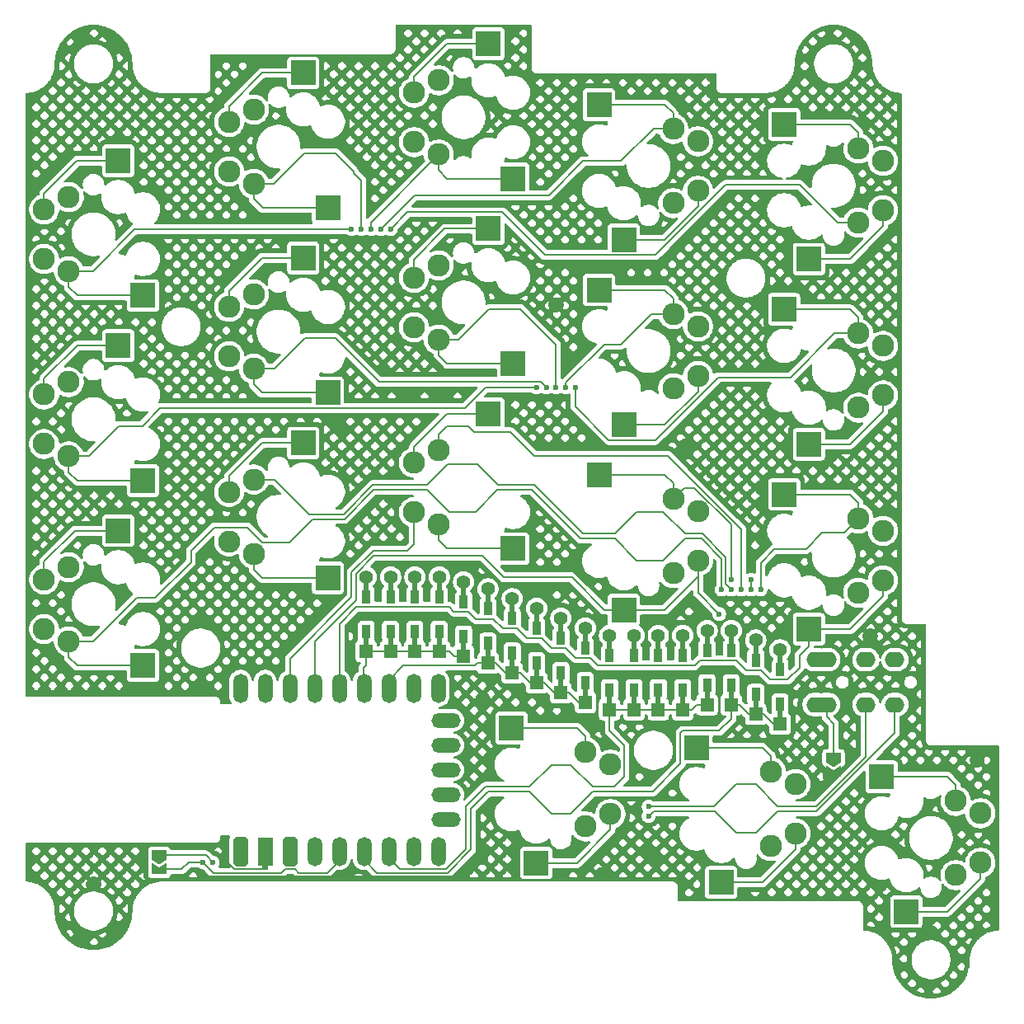
<source format=gbr>
%TF.GenerationSoftware,KiCad,Pcbnew,9.0.4*%
%TF.CreationDate,2025-11-10T10:10:39+09:00*%
%TF.ProjectId,boardloaf,626f6172-646c-46f6-9166-2e6b69636164,rev?*%
%TF.SameCoordinates,Original*%
%TF.FileFunction,Copper,L2,Bot*%
%TF.FilePolarity,Positive*%
%FSLAX46Y46*%
G04 Gerber Fmt 4.6, Leading zero omitted, Abs format (unit mm)*
G04 Created by KiCad (PCBNEW 9.0.4) date 2025-11-10 10:10:39*
%MOMM*%
%LPD*%
G01*
G04 APERTURE LIST*
G04 Aperture macros list*
%AMOutline5P*
0 Free polygon, 5 corners , with rotation*
0 The origin of the aperture is its center*
0 number of corners: always 5*
0 $1 to $10 corner X, Y*
0 $11 Rotation angle, in degrees counterclockwise*
0 create outline with 5 corners*
4,1,5,$1,$2,$3,$4,$5,$6,$7,$8,$9,$10,$1,$2,$11*%
%AMOutline6P*
0 Free polygon, 6 corners , with rotation*
0 The origin of the aperture is its center*
0 number of corners: always 6*
0 $1 to $12 corner X, Y*
0 $13 Rotation angle, in degrees counterclockwise*
0 create outline with 6 corners*
4,1,6,$1,$2,$3,$4,$5,$6,$7,$8,$9,$10,$11,$12,$1,$2,$13*%
%AMOutline7P*
0 Free polygon, 7 corners , with rotation*
0 The origin of the aperture is its center*
0 number of corners: always 7*
0 $1 to $14 corner X, Y*
0 $15 Rotation angle, in degrees counterclockwise*
0 create outline with 7 corners*
4,1,7,$1,$2,$3,$4,$5,$6,$7,$8,$9,$10,$11,$12,$13,$14,$1,$2,$15*%
%AMOutline8P*
0 Free polygon, 8 corners , with rotation*
0 The origin of the aperture is its center*
0 number of corners: always 8*
0 $1 to $16 corner X, Y*
0 $17 Rotation angle, in degrees counterclockwise*
0 create outline with 8 corners*
4,1,8,$1,$2,$3,$4,$5,$6,$7,$8,$9,$10,$11,$12,$13,$14,$15,$16,$1,$2,$17*%
%AMFreePoly0*
4,1,6,1.000000,0.000000,0.500000,-0.750000,-0.500000,-0.750000,-0.500000,0.750000,0.500000,0.750000,1.000000,0.000000,1.000000,0.000000,$1*%
%AMFreePoly1*
4,1,6,0.500000,-0.750000,-0.650000,-0.750000,-0.150000,0.000000,-0.650000,0.750000,0.500000,0.750000,0.500000,-0.750000,0.500000,-0.750000,$1*%
G04 Aperture macros list end*
%TA.AperFunction,Conductor*%
%ADD10C,0.200000*%
%TD*%
%TA.AperFunction,ComponentPad*%
%ADD11C,2.286000*%
%TD*%
%TA.AperFunction,SMDPad,CuDef*%
%ADD12R,2.500000X2.550000*%
%TD*%
%TA.AperFunction,ComponentPad*%
%ADD13R,1.397000X1.397000*%
%TD*%
%TA.AperFunction,SMDPad,CuDef*%
%ADD14R,0.500000X2.000000*%
%TD*%
%TA.AperFunction,SMDPad,CuDef*%
%ADD15R,0.940000X1.400000*%
%TD*%
%TA.AperFunction,ComponentPad*%
%ADD16C,1.397000*%
%TD*%
%TA.AperFunction,ComponentPad*%
%ADD17O,1.500000X3.000000*%
%TD*%
%TA.AperFunction,ComponentPad*%
%ADD18O,3.000000X1.500000*%
%TD*%
%TA.AperFunction,ComponentPad*%
%ADD19Outline8P,-1.500000X0.450000X-1.200000X0.750000X1.200000X0.750000X1.500000X0.450000X1.500000X-0.450000X1.200000X-0.750000X-1.200000X-0.750000X-1.500000X-0.450000X90.000000*%
%TD*%
%TA.AperFunction,ComponentPad*%
%ADD20R,1.500000X3.000000*%
%TD*%
%TA.AperFunction,ComponentPad*%
%ADD21O,2.000000X1.600000*%
%TD*%
%TA.AperFunction,SMDPad,CuDef*%
%ADD22FreePoly0,270.000000*%
%TD*%
%TA.AperFunction,SMDPad,CuDef*%
%ADD23FreePoly1,270.000000*%
%TD*%
%TA.AperFunction,ViaPad*%
%ADD24C,0.600000*%
%TD*%
G04 APERTURE END LIST*
%TO.N,GND*%
D10*
X91900000Y-133220000D02*
X92350000Y-133220000D01*
X92350000Y-135170000D01*
X91900000Y-135170000D01*
X91900000Y-133220000D01*
%TA.AperFunction,Conductor*%
G36*
X91900000Y-133220000D02*
G01*
X92350000Y-133220000D01*
X92350000Y-135170000D01*
X91900000Y-135170000D01*
X91900000Y-133220000D01*
G37*
%TD.AperFunction*%
%TD*%
D11*
%TO.P,SW16,1,1*%
%TO.N,Net-(D16-A)*%
X125040000Y-130810000D03*
X125040000Y-123190000D03*
D12*
X117420000Y-120710000D03*
%TO.P,SW16,2,2*%
%TO.N,COL3*%
X119959999Y-134560000D03*
D11*
X127580001Y-129540002D03*
X127579998Y-124460000D03*
%TD*%
D13*
%TO.P,D9,1,K*%
%TO.N,ROW2*%
X122500000Y-117059999D03*
D14*
X122500000Y-116000000D03*
D15*
X122500001Y-115024999D03*
%TO.P,D9,2,A*%
%TO.N,Net-(D9-A)*%
X122499999Y-111475001D03*
D14*
X122500000Y-110500000D03*
D16*
X122500000Y-109440001D03*
%TD*%
D11*
%TO.P,SW9,1,1*%
%TO.N,Net-(D9-A)*%
X134040000Y-85810000D03*
X134040000Y-78190000D03*
D12*
X126420000Y-75710000D03*
%TO.P,SW9,2,2*%
%TO.N,COL4*%
X128959999Y-89560000D03*
D11*
X136580001Y-84540002D03*
X136579998Y-79460000D03*
%TD*%
D13*
%TO.P,D7,1,K*%
%TO.N,ROW2*%
X117500000Y-115059999D03*
D14*
X117500000Y-114000000D03*
D15*
X117500001Y-113024999D03*
%TO.P,D7,2,A*%
%TO.N,Net-(D7-A)*%
X117499999Y-109475001D03*
D14*
X117500000Y-108500000D03*
D16*
X117500000Y-107440001D03*
%TD*%
D13*
%TO.P,D14,1,K*%
%TO.N,ROW3*%
X135000000Y-118809999D03*
D14*
X135000000Y-117750000D03*
D15*
X135000001Y-116774999D03*
%TO.P,D14,2,A*%
%TO.N,Net-(D14-A)*%
X134999999Y-113225001D03*
D14*
X135000000Y-112250000D03*
D16*
X135000000Y-111190001D03*
%TD*%
D13*
%TO.P,D1,1,K*%
%TO.N,ROW1*%
X102500000Y-112809999D03*
D14*
X102500000Y-111750000D03*
D15*
X102500001Y-110774999D03*
%TO.P,D1,2,A*%
%TO.N,Net-(D1-A)*%
X102499999Y-107225001D03*
D14*
X102500000Y-106250000D03*
D16*
X102500000Y-105190001D03*
%TD*%
D13*
%TO.P,D17,1,K*%
%TO.N,ROW4*%
X142500000Y-119309999D03*
D14*
X142500000Y-118250000D03*
D15*
X142500001Y-117274999D03*
%TO.P,D17,2,A*%
%TO.N,Net-(D17-A)*%
X142499999Y-113725001D03*
D14*
X142500000Y-112750000D03*
D16*
X142500000Y-111690001D03*
%TD*%
D13*
%TO.P,D8,1,K*%
%TO.N,ROW2*%
X120000000Y-116059999D03*
D14*
X120000000Y-115000000D03*
D15*
X120000001Y-114024999D03*
%TO.P,D8,2,A*%
%TO.N,Net-(D8-A)*%
X119999999Y-110475001D03*
D14*
X120000000Y-109500000D03*
D16*
X120000000Y-108440001D03*
%TD*%
D11*
%TO.P,SW15,1,1*%
%TO.N,Net-(D15-A)*%
X153040000Y-106810000D03*
X153040000Y-99190000D03*
D12*
X145420000Y-96710000D03*
%TO.P,SW15,2,2*%
%TO.N,COL5*%
X147959999Y-110560000D03*
D11*
X155580001Y-105540002D03*
X155579998Y-100460000D03*
%TD*%
%TO.P,SW4,1,1*%
%TO.N,Net-(D4-A)*%
X134040000Y-66810000D03*
X134040000Y-59190000D03*
D12*
X126420000Y-56710000D03*
%TO.P,SW4,2,2*%
%TO.N,COL4*%
X128959999Y-70560000D03*
D11*
X136580001Y-65540002D03*
X136579998Y-60460000D03*
%TD*%
D13*
%TO.P,D12,1,K*%
%TO.N,ROW3*%
X130000000Y-118809999D03*
D14*
X130000000Y-117750000D03*
D15*
X130000001Y-116774999D03*
%TO.P,D12,2,A*%
%TO.N,Net-(D12-A)*%
X129999999Y-113225001D03*
D14*
X130000000Y-112250000D03*
D16*
X130000000Y-111190001D03*
%TD*%
D13*
%TO.P,D3,1,K*%
%TO.N,ROW1*%
X107500000Y-112809999D03*
D14*
X107500000Y-111750000D03*
D15*
X107500001Y-110774999D03*
%TO.P,D3,2,A*%
%TO.N,Net-(D3-A)*%
X107499999Y-107225001D03*
D14*
X107500000Y-106250000D03*
D16*
X107500000Y-105190001D03*
%TD*%
D13*
%TO.P,D13,1,K*%
%TO.N,ROW3*%
X132500000Y-118809999D03*
D14*
X132500000Y-117750000D03*
D15*
X132500001Y-116774999D03*
%TO.P,D13,2,A*%
%TO.N,Net-(D13-A)*%
X132499999Y-113225001D03*
D14*
X132500000Y-112250000D03*
D16*
X132500000Y-111190001D03*
%TD*%
D11*
%TO.P,SW6,1,1*%
%TO.N,Net-(D6-A)*%
X71960000Y-85190000D03*
X71960000Y-92810000D03*
D12*
X79580000Y-95290000D03*
%TO.P,SW6,2,2*%
%TO.N,COL1*%
X77040004Y-81440000D03*
D11*
X69420001Y-86459998D03*
X69420001Y-91540002D03*
%TD*%
D13*
%TO.P,D6,1,K*%
%TO.N,ROW2*%
X115000000Y-114059999D03*
D14*
X115000000Y-113000000D03*
D15*
X115000001Y-112024999D03*
%TO.P,D6,2,A*%
%TO.N,Net-(D6-A)*%
X114999999Y-108475001D03*
D14*
X115000000Y-107500000D03*
D16*
X115000000Y-106440001D03*
%TD*%
D13*
%TO.P,D11,1,K*%
%TO.N,ROW3*%
X127500000Y-118809999D03*
D14*
X127500000Y-117750000D03*
D15*
X127500001Y-116774999D03*
%TO.P,D11,2,A*%
%TO.N,Net-(D11-A)*%
X127499999Y-113225001D03*
D14*
X127500000Y-112250000D03*
D16*
X127500000Y-111190001D03*
%TD*%
D13*
%TO.P,D16,1,K*%
%TO.N,ROW4*%
X140000000Y-118309999D03*
D14*
X140000000Y-117250000D03*
D15*
X140000001Y-116274999D03*
%TO.P,D16,2,A*%
%TO.N,Net-(D16-A)*%
X139999999Y-112725001D03*
D14*
X140000000Y-111750000D03*
D16*
X140000000Y-110690001D03*
%TD*%
D13*
%TO.P,D2,1,K*%
%TO.N,ROW1*%
X105000000Y-112809999D03*
D14*
X105000000Y-111750000D03*
D15*
X105000001Y-110774999D03*
%TO.P,D2,2,A*%
%TO.N,Net-(D2-A)*%
X104999999Y-107225001D03*
D14*
X105000000Y-106250000D03*
D16*
X105000000Y-105190001D03*
%TD*%
D13*
%TO.P,D18,1,K*%
%TO.N,ROW4*%
X145000000Y-120309999D03*
D14*
X145000000Y-119250000D03*
D15*
X145000001Y-118274999D03*
%TO.P,D18,2,A*%
%TO.N,Net-(D18-A)*%
X144999999Y-114725001D03*
D14*
X145000000Y-113750000D03*
D16*
X145000000Y-112690001D03*
%TD*%
D11*
%TO.P,SW5,1,1*%
%TO.N,Net-(D5-A)*%
X153040000Y-68810000D03*
X153040000Y-61190000D03*
D12*
X145420000Y-58710000D03*
%TO.P,SW5,2,2*%
%TO.N,COL5*%
X147959999Y-72560000D03*
D11*
X155580001Y-67540002D03*
X155579998Y-62460000D03*
%TD*%
%TO.P,SW18,1,1*%
%TO.N,Net-(D18-A)*%
X163040000Y-135810000D03*
X163040000Y-128190000D03*
D12*
X155420000Y-125710000D03*
%TO.P,SW18,2,2*%
%TO.N,COL5*%
X157959999Y-139560000D03*
D11*
X165580001Y-134540002D03*
X165579998Y-129460000D03*
%TD*%
%TO.P,SW11,1,1*%
%TO.N,Net-(D11-A)*%
X71960001Y-104190000D03*
X71960001Y-111810000D03*
D12*
X79580001Y-114290000D03*
%TO.P,SW11,2,2*%
%TO.N,COL1*%
X77040005Y-100440000D03*
D11*
X69420002Y-105459998D03*
X69420002Y-110540002D03*
%TD*%
D17*
%TO.P,U1,0,0*%
%TO.N,COL1*%
X89590000Y-116630000D03*
%TO.P,U1,1,1*%
%TO.N,COL2*%
X92130000Y-116630000D03*
%TO.P,U1,2,2*%
%TO.N,COL3*%
X94670000Y-116630000D03*
%TO.P,U1,3,3*%
%TO.N,COL4*%
X97209999Y-116630000D03*
%TO.P,U1,4,4*%
%TO.N,COL5*%
X99750000Y-116630000D03*
%TO.P,U1,5,5*%
%TO.N,ROW1*%
X102290000Y-116630001D03*
%TO.P,U1,6,6*%
%TO.N,ROW2*%
X104830000Y-116630000D03*
%TO.P,U1,7,7*%
%TO.N,unconnected-(U1-Pad7)*%
X107370000Y-116630000D03*
%TO.P,U1,8,8*%
%TO.N,unconnected-(U1-Pad8)*%
X109909999Y-116630000D03*
D18*
%TO.P,U1,9,9*%
%TO.N,unconnected-(U1-Pad9)*%
X110659999Y-119919999D03*
%TO.P,U1,10,10*%
%TO.N,unconnected-(U1-Pad10)*%
X110660000Y-122460000D03*
%TO.P,U1,11,11*%
%TO.N,unconnected-(U1-Pad11)*%
X110660001Y-125000001D03*
%TO.P,U1,12,12*%
%TO.N,unconnected-(U1-Pad12)*%
X110660000Y-127540000D03*
%TO.P,U1,13,13*%
%TO.N,unconnected-(U1-Pad13)*%
X110659999Y-130080000D03*
D17*
%TO.P,U1,14,14*%
%TO.N,unconnected-(U1-Pad14)*%
X109910000Y-133370000D03*
%TO.P,U1,15,15*%
%TO.N,unconnected-(U1-Pad15)*%
X107370000Y-133370000D03*
%TO.P,U1,26,26*%
%TO.N,ROW3*%
X104830000Y-133370000D03*
%TO.P,U1,27,27*%
%TO.N,ROW4*%
X102290001Y-133370000D03*
%TO.P,U1,28,28*%
%TO.N,Net-(JP3-B)*%
X99750000Y-133370000D03*
%TO.P,U1,29,29*%
%TO.N,SERIAL*%
X97210000Y-133369999D03*
D19*
%TO.P,U1,30,3V3*%
%TO.N,VCC*%
X94670000Y-133370000D03*
D20*
%TO.P,U1,31,GND*%
%TO.N,GND*%
X92130000Y-133370000D03*
D19*
%TO.P,U1,32,5V*%
%TO.N,unconnected-(U1-5V-Pad32)*%
X89590001Y-133370000D03*
%TD*%
D11*
%TO.P,SW14,1,1*%
%TO.N,Net-(D14-A)*%
X134040000Y-104810000D03*
X134040000Y-97190000D03*
D12*
X126420000Y-94710000D03*
%TO.P,SW14,2,2*%
%TO.N,COL4*%
X128959999Y-108560000D03*
D11*
X136580001Y-103540002D03*
X136579998Y-98460000D03*
%TD*%
%TO.P,SW2,1,1*%
%TO.N,Net-(D2-A)*%
X90960004Y-57190008D03*
X90960004Y-64810008D03*
D12*
X98580004Y-67290008D03*
%TO.P,SW2,2,2*%
%TO.N,COL2*%
X96040005Y-53440008D03*
D11*
X88420003Y-58460006D03*
X88420006Y-63540008D03*
%TD*%
%TO.P,SW13,1,1*%
%TO.N,Net-(D13-A)*%
X109960004Y-92190008D03*
X109960004Y-99810008D03*
D12*
X117580004Y-102290008D03*
%TO.P,SW13,2,2*%
%TO.N,COL3*%
X115040005Y-88440008D03*
D11*
X107420003Y-93460006D03*
X107420006Y-98540008D03*
%TD*%
D13*
%TO.P,D10,1,K*%
%TO.N,ROW2*%
X125000000Y-118059999D03*
D14*
X125000000Y-117000000D03*
D15*
X125000001Y-116024999D03*
%TO.P,D10,2,A*%
%TO.N,Net-(D10-A)*%
X124999999Y-112475001D03*
D14*
X125000000Y-111500000D03*
D16*
X125000000Y-110440001D03*
%TD*%
D11*
%TO.P,SW17,1,1*%
%TO.N,Net-(D17-A)*%
X144040000Y-132810000D03*
X144040000Y-125190000D03*
D12*
X136420000Y-122710000D03*
%TO.P,SW17,2,2*%
%TO.N,COL4*%
X138959999Y-136560000D03*
D11*
X146580001Y-131540002D03*
X146579998Y-126460000D03*
%TD*%
%TO.P,SW7,1,1*%
%TO.N,Net-(D7-A)*%
X90960004Y-76190008D03*
X90960004Y-83810008D03*
D12*
X98580004Y-86290008D03*
%TO.P,SW7,2,2*%
%TO.N,COL2*%
X96040005Y-72440008D03*
D11*
X88420003Y-77460006D03*
X88420006Y-82540008D03*
%TD*%
%TO.P,SW12,1,1*%
%TO.N,Net-(D12-A)*%
X90960004Y-95190008D03*
X90960004Y-102810008D03*
D12*
X98580004Y-105290008D03*
%TO.P,SW12,2,2*%
%TO.N,COL2*%
X96040005Y-91440008D03*
D11*
X88420003Y-96460006D03*
X88420006Y-101540008D03*
%TD*%
D21*
%TO.P,J1,R1*%
%TO.N,SERIAL*%
X153800000Y-118300000D03*
%TO.P,J1,R2*%
%TO.N,VCC*%
X156800000Y-118300000D03*
%TO.P,J1,S*%
%TO.N,Net-(JP2-A)*%
X148700000Y-113700000D03*
%TO.P,J1,T*%
%TO.N,Net-(JP1-A)*%
X149800000Y-118300000D03*
%TD*%
D11*
%TO.P,SW8,1,1*%
%TO.N,Net-(D8-A)*%
X109960004Y-73190008D03*
X109960004Y-80810008D03*
D12*
X117580004Y-83290008D03*
%TO.P,SW8,2,2*%
%TO.N,COL3*%
X115040005Y-69440008D03*
D11*
X107420003Y-74460006D03*
X107420006Y-79540008D03*
%TD*%
D13*
%TO.P,D5,1,K*%
%TO.N,ROW1*%
X112500000Y-113309999D03*
D14*
X112500000Y-112250000D03*
D15*
X112500001Y-111274999D03*
%TO.P,D5,2,A*%
%TO.N,Net-(D5-A)*%
X112499999Y-107725001D03*
D14*
X112500000Y-106750000D03*
D16*
X112500000Y-105690001D03*
%TD*%
D13*
%TO.P,D15,1,K*%
%TO.N,ROW3*%
X137500000Y-118309999D03*
D14*
X137500000Y-117250000D03*
D15*
X137500001Y-116274999D03*
%TO.P,D15,2,A*%
%TO.N,Net-(D15-A)*%
X137499999Y-112725001D03*
D14*
X137500000Y-111750000D03*
D16*
X137500000Y-110690001D03*
%TD*%
D13*
%TO.P,D4,1,K*%
%TO.N,ROW1*%
X110000000Y-112809999D03*
D14*
X110000000Y-111750000D03*
D15*
X110000001Y-110774999D03*
%TO.P,D4,2,A*%
%TO.N,Net-(D4-A)*%
X109999999Y-107225001D03*
D14*
X110000000Y-106250000D03*
D16*
X110000000Y-105190001D03*
%TD*%
D11*
%TO.P,SW1,1,1*%
%TO.N,Net-(D1-A)*%
X71959998Y-66189999D03*
X71959998Y-73809999D03*
D12*
X79579998Y-76289999D03*
%TO.P,SW1,2,2*%
%TO.N,COL1*%
X77040002Y-62439999D03*
D11*
X69419999Y-67459997D03*
X69419999Y-72540001D03*
%TD*%
%TO.P,SW3,1,1*%
%TO.N,Net-(D3-A)*%
X109960004Y-54190008D03*
X109960004Y-61810008D03*
D12*
X117580004Y-64290008D03*
%TO.P,SW3,2,2*%
%TO.N,COL3*%
X115040005Y-50440008D03*
D11*
X107420003Y-55460006D03*
X107420006Y-60540008D03*
%TD*%
%TO.P,SW10,1,1*%
%TO.N,Net-(D10-A)*%
X153040000Y-87810000D03*
X153040000Y-80190000D03*
D12*
X145420000Y-77710000D03*
%TO.P,SW10,2,2*%
%TO.N,COL5*%
X147959999Y-91560000D03*
D11*
X155580001Y-86540002D03*
X155579998Y-81460000D03*
%TD*%
D22*
%TO.P,JP1,1,A*%
%TO.N,Net-(JP1-A)*%
X150500000Y-123775000D03*
D23*
%TO.P,JP1,2,B*%
%TO.N,GND*%
X150500000Y-125225000D03*
%TD*%
D22*
%TO.P,JP3,1,A*%
%TO.N,VCC*%
X81250000Y-133775000D03*
D23*
%TO.P,JP3,2,B*%
%TO.N,Net-(JP3-B)*%
X81250000Y-135225000D03*
%TD*%
D21*
%TO.P,J2,R1*%
%TO.N,SERIAL*%
X153800000Y-113700000D03*
%TO.P,J2,R2*%
%TO.N,VCC*%
X156800000Y-113700000D03*
%TO.P,J2,S*%
%TO.N,Net-(JP1-A)*%
X148700000Y-118300000D03*
%TO.P,J2,T*%
%TO.N,Net-(JP2-A)*%
X149800000Y-113700000D03*
%TD*%
D24*
%TO.N,VCC*%
X86750000Y-134500000D03*
%TO.N,Net-(D1-A)*%
X101000000Y-69500000D03*
%TO.N,Net-(D2-A)*%
X102000000Y-69500000D03*
%TO.N,Net-(D3-A)*%
X103000000Y-69500000D03*
%TO.N,Net-(D4-A)*%
X104000000Y-69500000D03*
%TO.N,Net-(D5-A)*%
X105000000Y-69500000D03*
%TO.N,Net-(D6-A)*%
X120000000Y-85750000D03*
%TO.N,Net-(D7-A)*%
X121000000Y-85750000D03*
%TO.N,Net-(D8-A)*%
X122000000Y-85750000D03*
%TO.N,Net-(D9-A)*%
X123000000Y-85750000D03*
%TO.N,Net-(D10-A)*%
X124000000Y-85750000D03*
%TO.N,Net-(D11-A)*%
X139000000Y-106500000D03*
%TO.N,Net-(D12-A)*%
X140000000Y-106500000D03*
%TO.N,Net-(D13-A)*%
X141000000Y-106500000D03*
%TO.N,Net-(D14-A)*%
X142000000Y-105500000D03*
X142000000Y-106500000D03*
X140000000Y-105500000D03*
%TO.N,Net-(D15-A)*%
X143000000Y-106500000D03*
%TO.N,GND*%
X122000000Y-77250000D03*
X165250000Y-124000000D03*
X74500000Y-136750000D03*
X85500000Y-109500000D03*
X94750000Y-135973000D03*
X85500000Y-116250000D03*
X114250000Y-134000000D03*
X120250000Y-106750000D03*
X118750000Y-104250000D03*
X160500000Y-141750000D03*
X126750000Y-135750000D03*
X109750000Y-86500000D03*
X85750000Y-135500000D03*
X138000000Y-105500000D03*
X124000000Y-104250000D03*
X131750000Y-133750000D03*
X99500000Y-89750000D03*
X114500000Y-117750000D03*
X135250000Y-91750000D03*
X106500000Y-86500000D03*
X154250000Y-111250000D03*
X87750000Y-134500000D03*
%TO.N,COL4*%
X138750000Y-109000000D03*
%TO.N,VCC*%
X131500000Y-129750000D03*
%TO.N,Net-(JP3-B)*%
X85750000Y-134500000D03*
%TO.N,SERIAL*%
X131500000Y-128750000D03*
%TD*%
D10*
%TO.N,Net-(JP3-B)*%
X99750000Y-134300000D02*
X99750000Y-132670000D01*
X95178000Y-135200000D02*
X95550000Y-135572000D01*
X93778000Y-135572000D02*
X94150000Y-135200000D01*
X98478000Y-135572000D02*
X99750000Y-134300000D01*
X86822000Y-135572000D02*
X93778000Y-135572000D01*
X95550000Y-135572000D02*
X98478000Y-135572000D01*
X85750000Y-134500000D02*
X86822000Y-135572000D01*
X94150000Y-135200000D02*
X95178000Y-135200000D01*
%TO.N,VCC*%
X86025000Y-133775000D02*
X86750000Y-134500000D01*
%TO.N,GND*%
X88250000Y-134500000D02*
X88921000Y-135171000D01*
X87750000Y-134500000D02*
X88250000Y-134500000D01*
X88921000Y-135171000D02*
X92079000Y-135171000D01*
X112277000Y-135973000D02*
X114250000Y-134000000D01*
X94750000Y-135973000D02*
X112277000Y-135973000D01*
%TO.N,ROW1*%
X110000000Y-112809999D02*
X107500000Y-112809999D01*
X102500000Y-112809999D02*
X102500000Y-114250000D01*
X105000000Y-112809999D02*
X102500000Y-112809999D01*
X111559999Y-113309999D02*
X111059999Y-112809999D01*
X102250000Y-114500000D02*
X102250000Y-117290001D01*
X107500000Y-112809999D02*
X105000000Y-112809999D01*
X102250000Y-117290001D02*
X102290000Y-117330001D01*
X102500000Y-114250000D02*
X102250000Y-114500000D01*
X111059999Y-112809999D02*
X110000000Y-112809999D01*
X112500000Y-113309999D02*
X111559999Y-113309999D01*
%TO.N,Net-(D1-A)*%
X71959998Y-73809999D02*
X74422289Y-73809999D01*
X79579998Y-76289999D02*
X72823552Y-76289999D01*
X74422289Y-73809999D02*
X78732288Y-69500000D01*
X78732288Y-69500000D02*
X101000000Y-69500000D01*
X72823552Y-76289999D02*
X71959998Y-75426445D01*
X71959998Y-75426445D02*
X71959998Y-73809999D01*
%TO.N,Net-(D2-A)*%
X98580004Y-67290008D02*
X91880000Y-67290008D01*
X101250000Y-63592296D02*
X101250000Y-63750000D01*
X96127191Y-61689010D02*
X99346714Y-61689010D01*
X90960004Y-66370012D02*
X90960004Y-64810008D01*
X90960004Y-64810008D02*
X93006193Y-64810008D01*
X93006193Y-64810008D02*
X96127191Y-61689010D01*
X99346714Y-61689010D02*
X101250000Y-63592296D01*
X102000000Y-64500000D02*
X102000000Y-69500000D01*
X101250000Y-63750000D02*
X102000000Y-64500000D01*
X91880000Y-67290008D02*
X90960004Y-66370012D01*
%TO.N,Net-(D3-A)*%
X110823558Y-64290008D02*
X109960004Y-63426454D01*
X103000000Y-68770012D02*
X109960004Y-61810008D01*
X117580004Y-64290008D02*
X110823558Y-64290008D01*
X103000000Y-69500000D02*
X103000000Y-68770012D01*
X109960004Y-63426454D02*
X109960004Y-61810008D01*
%TO.N,Net-(D4-A)*%
X107500000Y-66000000D02*
X121250000Y-66000000D01*
X104000000Y-69500000D02*
X107500000Y-66000000D01*
X124750000Y-62500000D02*
X128683811Y-62500000D01*
X121250000Y-66000000D02*
X124750000Y-62500000D01*
X126420000Y-56710000D02*
X133176446Y-56710000D01*
X128683811Y-62500000D02*
X131993811Y-59190000D01*
X131993811Y-59190000D02*
X134040000Y-59190000D01*
X134040000Y-57573554D02*
X134040000Y-59190000D01*
X133176446Y-56710000D02*
X134040000Y-57573554D01*
%TO.N,Net-(D5-A)*%
X145420000Y-58710000D02*
X152176446Y-58710000D01*
X106750000Y-67750000D02*
X105000000Y-69500000D01*
X120862997Y-72136000D02*
X116476997Y-67750000D01*
X153040000Y-68810000D02*
X150929743Y-68810000D01*
X139361672Y-64941877D02*
X132167549Y-72136000D01*
X152176446Y-58710000D02*
X153040000Y-59573554D01*
X150929743Y-68810000D02*
X147061620Y-64941877D01*
X132167549Y-72136000D02*
X120862997Y-72136000D01*
X147061620Y-64941877D02*
X139361672Y-64941877D01*
X116476997Y-67750000D02*
X106750000Y-67750000D01*
X153040000Y-59573554D02*
X153040000Y-61190000D01*
%TO.N,ROW2*%
X116809999Y-115059999D02*
X115809999Y-114059999D01*
X104830000Y-115805425D02*
X106325426Y-114309999D01*
X117500000Y-115059999D02*
X118309999Y-115059999D01*
X113940001Y-114059999D02*
X115000000Y-114059999D01*
X123309999Y-117059999D02*
X124309999Y-118059999D01*
X113690001Y-114309999D02*
X113940001Y-114059999D01*
X124309999Y-118059999D02*
X125000000Y-118059999D01*
X121809999Y-117059999D02*
X122500000Y-117059999D01*
X106325426Y-114309999D02*
X113690001Y-114309999D01*
X122500000Y-117059999D02*
X123309999Y-117059999D01*
X119309999Y-116059999D02*
X120000000Y-116059999D01*
X117500000Y-115059999D02*
X116809999Y-115059999D01*
X118309999Y-115059999D02*
X119309999Y-116059999D01*
X120000000Y-116059999D02*
X120809999Y-116059999D01*
X104830000Y-117330000D02*
X104830000Y-115805425D01*
X120809999Y-116059999D02*
X121809999Y-117059999D01*
X115809999Y-114059999D02*
X115000000Y-114059999D01*
%TO.N,Net-(D6-A)*%
X79500000Y-89689002D02*
X77127187Y-89689002D01*
X79580000Y-95290000D02*
X72823554Y-95290000D01*
X74006189Y-92810000D02*
X71960000Y-92810000D01*
X114750000Y-85750000D02*
X112633992Y-87866008D01*
X81322994Y-87866008D02*
X79500000Y-89689002D01*
X71960000Y-94426446D02*
X71960000Y-92810000D01*
X72823554Y-95290000D02*
X71960000Y-94426446D01*
X77127187Y-89689002D02*
X74006189Y-92810000D01*
X120000000Y-85750000D02*
X114750000Y-85750000D01*
X112633992Y-87866008D02*
X81322994Y-87866008D01*
%TO.N,Net-(D7-A)*%
X99346714Y-80689010D02*
X96191259Y-80689010D01*
X98580004Y-86290008D02*
X91823558Y-86290008D01*
X120399000Y-85149000D02*
X103806704Y-85149000D01*
X121000000Y-85750000D02*
X120399000Y-85149000D01*
X91823558Y-86290008D02*
X90960004Y-85426454D01*
X96191259Y-80689010D02*
X93070261Y-83810008D01*
X93070261Y-83810008D02*
X90960004Y-83810008D01*
X103806704Y-85149000D02*
X99346714Y-80689010D01*
X90960004Y-85426454D02*
X90960004Y-83810008D01*
%TO.N,Net-(D8-A)*%
X122000000Y-85750000D02*
X122000000Y-81342296D01*
X110823558Y-83290008D02*
X109960004Y-82426454D01*
X122000000Y-81342296D02*
X118346714Y-77689010D01*
X115127191Y-77689010D02*
X112006193Y-80810008D01*
X117580004Y-83290008D02*
X110823558Y-83290008D01*
X112006193Y-80810008D02*
X109960004Y-80810008D01*
X109960004Y-82426454D02*
X109960004Y-80810008D01*
X118346714Y-77689010D02*
X115127191Y-77689010D01*
%TO.N,Net-(D9-A)*%
X128689002Y-81310998D02*
X126939002Y-81310998D01*
X126420000Y-75710000D02*
X133176446Y-75710000D01*
X123000000Y-85250000D02*
X123000000Y-85750000D01*
X131810000Y-78190000D02*
X128689002Y-81310998D01*
X134040000Y-76573554D02*
X134040000Y-78190000D01*
X126939002Y-81310998D02*
X123000000Y-85250000D01*
X134040000Y-78190000D02*
X131810000Y-78190000D01*
X133176446Y-75710000D02*
X134040000Y-76573554D01*
%TO.N,Net-(D10-A)*%
X132167549Y-91136000D02*
X127408999Y-91136000D01*
X145420000Y-77710000D02*
X152176446Y-77710000D01*
X153040000Y-78573554D02*
X153040000Y-80190000D01*
X138614549Y-84689000D02*
X132167549Y-91136000D01*
X124000000Y-87727001D02*
X124000000Y-85750000D01*
X146078709Y-84689000D02*
X138614549Y-84689000D01*
X150577709Y-80190000D02*
X146078709Y-84689000D01*
X152176446Y-77710000D02*
X153040000Y-78573554D01*
X127408999Y-91136000D02*
X124000000Y-87727001D01*
X153040000Y-80190000D02*
X150577709Y-80190000D01*
%TO.N,ROW3*%
X129023998Y-122523998D02*
X127500000Y-121000000D01*
X104830000Y-134080000D02*
X105921000Y-135171000D01*
X135000000Y-118809999D02*
X135940001Y-118809999D01*
X119250000Y-126750000D02*
X121500000Y-124500000D01*
X123500000Y-124500000D02*
X125750000Y-126750000D01*
X114750000Y-126750000D02*
X119250000Y-126750000D01*
X135940001Y-118809999D02*
X136440001Y-118309999D01*
X136440001Y-118309999D02*
X137500000Y-118309999D01*
X112750000Y-133125711D02*
X112750000Y-128750000D01*
X128000000Y-126750000D02*
X129023998Y-125726002D01*
X112750000Y-128750000D02*
X114750000Y-126750000D01*
X104830000Y-132670000D02*
X104830000Y-134080000D01*
X127500000Y-118809999D02*
X135000000Y-118809999D01*
X125750000Y-126750000D02*
X128000000Y-126750000D01*
X105921000Y-135171000D02*
X110704711Y-135171000D01*
X121500000Y-124500000D02*
X123500000Y-124500000D01*
X110704711Y-135171000D02*
X112750000Y-133125711D01*
X129023998Y-125726002D02*
X129023998Y-122523998D01*
X127500000Y-121000000D02*
X127500000Y-118809999D01*
%TO.N,Net-(D11-A)*%
X71960001Y-113426446D02*
X71960001Y-111810000D01*
X128017709Y-101250000D02*
X130267709Y-103500000D01*
X80846708Y-107310998D02*
X84500000Y-103657706D01*
X130267709Y-103500000D02*
X133000000Y-103500000D01*
X100250000Y-99250000D02*
X103250000Y-96250000D01*
X72823555Y-114290000D02*
X71960001Y-113426446D01*
X84500000Y-103657706D02*
X84500000Y-102500000D01*
X94578363Y-101653940D02*
X96982303Y-99250000D01*
X108750000Y-96250000D02*
X111000000Y-98500000D01*
X79580001Y-114290000D02*
X72823555Y-114290000D01*
X86903992Y-100096008D02*
X90288129Y-100096008D01*
X133000000Y-103500000D02*
X135250000Y-101250000D01*
X119540555Y-96250000D02*
X124540555Y-101250000D01*
X138998000Y-106498000D02*
X139000000Y-106500000D01*
X136932900Y-101250000D02*
X138998000Y-103315100D01*
X84500000Y-102500000D02*
X86903992Y-100096008D01*
X103250000Y-96250000D02*
X108750000Y-96250000D01*
X90288129Y-100096008D02*
X91846061Y-101653940D01*
X124540555Y-101250000D02*
X128017709Y-101250000D01*
X115982303Y-96250000D02*
X119540555Y-96250000D01*
X113732303Y-98500000D02*
X115982303Y-96250000D01*
X74422292Y-111810000D02*
X78921294Y-107310998D01*
X71960001Y-111810000D02*
X74422292Y-111810000D01*
X78921294Y-107310998D02*
X80846708Y-107310998D01*
X138998000Y-103315100D02*
X138998000Y-106498000D01*
X135250000Y-101250000D02*
X136932900Y-101250000D01*
X91846061Y-101653940D02*
X94578363Y-101653940D01*
X111000000Y-98500000D02*
X113732303Y-98500000D01*
X96982303Y-99250000D02*
X100250000Y-99250000D01*
%TO.N,Net-(D12-A)*%
X100182900Y-98750000D02*
X103182900Y-95750000D01*
X133000000Y-98500000D02*
X135250000Y-100750000D01*
X139399000Y-103149000D02*
X139399000Y-105899000D01*
X137000000Y-100750000D02*
X139399000Y-103149000D01*
X116000000Y-95750000D02*
X119750000Y-95750000D01*
X103182900Y-95750000D02*
X108750000Y-95750000D01*
X135250000Y-100750000D02*
X137000000Y-100750000D01*
X130267709Y-98500000D02*
X133000000Y-98500000D01*
X90960004Y-104426454D02*
X90960004Y-102810008D01*
X98580004Y-105290008D02*
X91823558Y-105290008D01*
X91823558Y-105290008D02*
X90960004Y-104426454D01*
X128017709Y-100750000D02*
X130267709Y-98500000D01*
X96630253Y-98750000D02*
X100182900Y-98750000D01*
X90960004Y-95190008D02*
X93070261Y-95190008D01*
X93070261Y-95190008D02*
X96630253Y-98750000D01*
X110844892Y-93655108D02*
X113905108Y-93655108D01*
X139399000Y-105899000D02*
X140000000Y-106500000D01*
X113905108Y-93655108D02*
X116000000Y-95750000D01*
X108750000Y-95750000D02*
X110844892Y-93655108D01*
X119750000Y-95750000D02*
X124750000Y-100750000D01*
X124750000Y-100750000D02*
X128017709Y-100750000D01*
%TO.N,Net-(D13-A)*%
X110815458Y-89718108D02*
X112997847Y-89718108D01*
X119750000Y-92750000D02*
X133479223Y-92750000D01*
X117580004Y-102290008D02*
X110823558Y-102290008D01*
X109960004Y-101426454D02*
X109960004Y-99810008D01*
X133479223Y-92750000D02*
X141000000Y-100270777D01*
X141000000Y-100270777D02*
X141000000Y-106500000D01*
X113618747Y-90339008D02*
X117339008Y-90339008D01*
X110823558Y-102290008D02*
X109960004Y-101426454D01*
X117339008Y-90339008D02*
X119750000Y-92750000D01*
X112997847Y-89718108D02*
X113618747Y-90339008D01*
X109960004Y-90573562D02*
X110815458Y-89718108D01*
X109960004Y-92190008D02*
X109960004Y-90573562D01*
%TO.N,Net-(D14-A)*%
X142000000Y-106500000D02*
X142000000Y-105500000D01*
X135183000Y-96047000D02*
X136209123Y-96047000D01*
X140000000Y-99837877D02*
X140000000Y-105500000D01*
X134040000Y-95573554D02*
X134040000Y-97190000D01*
X133176446Y-94710000D02*
X134040000Y-95573554D01*
X126420000Y-94710000D02*
X133176446Y-94710000D01*
X136209123Y-96047000D02*
X140000000Y-99837877D01*
X134040000Y-97190000D02*
X135183000Y-96047000D01*
%TO.N,Net-(D15-A)*%
X151574900Y-100655100D02*
X149344900Y-100655100D01*
X145420000Y-96710000D02*
X152176446Y-96710000D01*
X153040000Y-99190000D02*
X151574900Y-100655100D01*
X144439002Y-102310998D02*
X143000000Y-103750000D01*
X152176446Y-96710000D02*
X153040000Y-97573554D01*
X143000000Y-103750000D02*
X143000000Y-106500000D01*
X149344900Y-100655100D02*
X147689002Y-102310998D01*
X153040000Y-97573554D02*
X153040000Y-99190000D01*
X147689002Y-102310998D02*
X144439002Y-102310998D01*
%TO.N,ROW4*%
X123500000Y-129500000D02*
X125773293Y-127226707D01*
X143309999Y-119309999D02*
X144309999Y-120309999D01*
X142500000Y-119309999D02*
X143309999Y-119309999D01*
X135003000Y-121000000D02*
X138750000Y-121000000D01*
X125773293Y-127226707D02*
X131928293Y-127226707D01*
X140000000Y-118309999D02*
X140809999Y-118309999D01*
X115000000Y-127250000D02*
X119250000Y-127250000D01*
X102290001Y-132670000D02*
X102290001Y-134290001D01*
X134785564Y-121217436D02*
X135003000Y-121000000D01*
X131928293Y-127226707D02*
X134785564Y-124369436D01*
X121500000Y-129500000D02*
X123500000Y-129500000D01*
X113250000Y-129000000D02*
X115000000Y-127250000D01*
X119250000Y-127250000D02*
X121500000Y-129500000D01*
X110870811Y-135572000D02*
X113250000Y-133192811D01*
X144309999Y-120309999D02*
X145000000Y-120309999D01*
X140809999Y-118309999D02*
X141809999Y-119309999D01*
X102290001Y-134290001D02*
X103572000Y-135572000D01*
X140000000Y-119750000D02*
X140000000Y-118809999D01*
X141809999Y-119309999D02*
X142500000Y-119309999D01*
X134785564Y-124369436D02*
X134785564Y-121217436D01*
X103572000Y-135572000D02*
X110870811Y-135572000D01*
X138750000Y-121000000D02*
X140000000Y-119750000D01*
X113250000Y-133192811D02*
X113250000Y-129000000D01*
%TO.N,Net-(D16-A)*%
X117420000Y-120710000D02*
X124176446Y-120710000D01*
X124176446Y-120710000D02*
X125040000Y-121573554D01*
X125040000Y-121573554D02*
X125040000Y-123190000D01*
%TO.N,Net-(D17-A)*%
X144040000Y-123573554D02*
X144040000Y-125190000D01*
X143176446Y-122710000D02*
X144040000Y-123573554D01*
X136420000Y-122710000D02*
X143176446Y-122710000D01*
%TO.N,Net-(D18-A)*%
X163040000Y-126573554D02*
X163040000Y-128190000D01*
X162176446Y-125710000D02*
X163040000Y-126573554D01*
X155420000Y-125710000D02*
X162176446Y-125710000D01*
%TO.N,Net-(JP1-A)*%
X150500000Y-123775000D02*
X150500000Y-120250000D01*
X149800000Y-119550000D02*
X149800000Y-118300000D01*
X150500000Y-120250000D02*
X149800000Y-119550000D01*
%TO.N,COL1*%
X69419999Y-65830002D02*
X69419999Y-67459997D01*
X77040005Y-100440000D02*
X72560001Y-100440000D01*
X77040002Y-62439999D02*
X72810002Y-62439999D01*
X69420001Y-84843552D02*
X69420001Y-86459998D01*
X77040004Y-81440000D02*
X72823553Y-81440000D01*
X72560001Y-100440000D02*
X69420002Y-103579999D01*
X72823553Y-81440000D02*
X69420001Y-84843552D01*
X72810002Y-62439999D02*
X69419999Y-65830002D01*
X69420002Y-103579999D02*
X69420002Y-105459998D01*
%TO.N,COL2*%
X96040005Y-91440008D02*
X91809992Y-91440008D01*
X91823555Y-72440008D02*
X88420003Y-75843560D01*
X91823555Y-53440008D02*
X88420003Y-56843560D01*
X96040005Y-72440008D02*
X91823555Y-72440008D01*
X88420003Y-56843560D02*
X88420003Y-58460006D01*
X91809992Y-91440008D02*
X88420003Y-94829997D01*
X96040005Y-53440008D02*
X91823555Y-53440008D01*
X88420003Y-75843560D02*
X88420003Y-77460006D01*
X88420003Y-94829997D02*
X88420003Y-96460006D01*
%TO.N,COL3*%
X101000000Y-107250000D02*
X94670000Y-113580000D01*
X110823555Y-50440008D02*
X107420003Y-53843560D01*
X119959999Y-134560000D02*
X124176449Y-134560000D01*
X107420006Y-98540008D02*
X107420006Y-101829994D01*
X107420003Y-72579997D02*
X107420003Y-74460006D01*
X94670000Y-113580000D02*
X94670000Y-117330000D01*
X106750000Y-102500000D02*
X103209394Y-102500000D01*
X110809992Y-88440008D02*
X107420003Y-91829997D01*
X115040005Y-88440008D02*
X110809992Y-88440008D01*
X110559992Y-69440008D02*
X107420003Y-72579997D01*
X103209394Y-102500000D02*
X101000000Y-104709394D01*
X127580001Y-131156448D02*
X127580001Y-129540002D01*
X107420003Y-53843560D02*
X107420003Y-55460006D01*
X101000000Y-104709394D02*
X101000000Y-107250000D01*
X115040005Y-69440008D02*
X110559992Y-69440008D01*
X107420003Y-91829997D02*
X107420003Y-93460006D01*
X115040005Y-50440008D02*
X110823555Y-50440008D01*
X124176449Y-134560000D02*
X127580001Y-131156448D01*
X107420006Y-101829994D02*
X106750000Y-102500000D01*
%TO.N,COL4*%
X138959999Y-136560000D02*
X143190000Y-136560000D01*
X101437500Y-107562500D02*
X97209999Y-111790001D01*
X136580001Y-105156448D02*
X136580001Y-106830001D01*
X103276494Y-103000000D02*
X101437500Y-104838994D01*
X133176449Y-89560000D02*
X136580001Y-86156448D01*
X146580001Y-133169999D02*
X146580001Y-131540002D01*
X136580001Y-67156448D02*
X136580001Y-65540002D01*
X136580001Y-86156448D02*
X136580001Y-84540002D01*
X136580001Y-106830001D02*
X138750000Y-109000000D01*
X133176449Y-70560000D02*
X136580001Y-67156448D01*
X136580001Y-105156448D02*
X136580001Y-103540002D01*
X101437500Y-104838994D02*
X101437500Y-107562500D01*
X116653276Y-105250000D02*
X114403276Y-103000000D01*
X143190000Y-136560000D02*
X146580001Y-133169999D01*
X114403276Y-103000000D02*
X103276494Y-103000000D01*
X133176449Y-108560000D02*
X136580001Y-105156448D01*
X123630000Y-105250000D02*
X116653276Y-105250000D01*
X128959999Y-108560000D02*
X133176449Y-108560000D01*
X126940000Y-108560000D02*
X123630000Y-105250000D01*
X97209999Y-111790001D02*
X97209999Y-117330000D01*
X128959999Y-70560000D02*
X133176449Y-70560000D01*
X128959999Y-108560000D02*
X126940000Y-108560000D01*
X128959999Y-89560000D02*
X133176449Y-89560000D01*
%TO.N,COL5*%
X118000000Y-110500000D02*
X116500000Y-110500000D01*
X113000000Y-108750000D02*
X111500000Y-108750000D01*
X144000000Y-115750000D02*
X143000000Y-114750000D01*
X115500000Y-109500000D02*
X113750000Y-109500000D01*
X141500000Y-114750000D02*
X140500000Y-113750000D01*
X126250000Y-114250000D02*
X125500000Y-113500000D01*
X147959999Y-91560000D02*
X152176449Y-91560000D01*
X111000000Y-108250000D02*
X101500000Y-108250000D01*
X99750000Y-110000000D02*
X99750000Y-117330000D01*
X147000000Y-113250000D02*
X147000000Y-114500000D01*
X143000000Y-114750000D02*
X141500000Y-114750000D01*
X123000000Y-112500000D02*
X121500000Y-112500000D01*
X155580001Y-107156448D02*
X155580001Y-105540002D01*
X124000000Y-113500000D02*
X123000000Y-112500000D01*
X116500000Y-110500000D02*
X115500000Y-109500000D01*
X147959999Y-110560000D02*
X152176449Y-110560000D01*
X119000000Y-111500000D02*
X118000000Y-110500000D01*
X136750000Y-113750000D02*
X136250000Y-114250000D01*
X152176449Y-91560000D02*
X155580001Y-88156448D01*
X165580001Y-136169999D02*
X165580001Y-134540002D01*
X147959999Y-110560000D02*
X147959999Y-112290001D01*
X157959999Y-139560000D02*
X162190000Y-139560000D01*
X136250000Y-114250000D02*
X126250000Y-114250000D01*
X147959999Y-112290001D02*
X147000000Y-113250000D01*
X145750000Y-115750000D02*
X144000000Y-115750000D01*
X125500000Y-113500000D02*
X124000000Y-113500000D01*
X120500000Y-111500000D02*
X119000000Y-111500000D01*
X162190000Y-139560000D02*
X165580001Y-136169999D01*
X121500000Y-112500000D02*
X120500000Y-111500000D01*
X101500000Y-108250000D02*
X99750000Y-110000000D01*
X152176449Y-110560000D02*
X155580001Y-107156448D01*
X147000000Y-114500000D02*
X145750000Y-115750000D01*
X113750000Y-109500000D02*
X113000000Y-108750000D01*
X140500000Y-113750000D02*
X136750000Y-113750000D01*
X152176449Y-72560000D02*
X155580001Y-69156448D01*
X111500000Y-108750000D02*
X111000000Y-108250000D01*
X147959999Y-72560000D02*
X152176449Y-72560000D01*
X155580001Y-69156448D02*
X155580001Y-67540002D01*
X155580001Y-88156448D02*
X155580001Y-86540002D01*
%TO.N,VCC*%
X140500001Y-131491146D02*
X142508854Y-131491146D01*
X148753000Y-129250000D02*
X156800000Y-121203000D01*
X142508854Y-131491146D02*
X144750000Y-129250000D01*
X132000000Y-129250000D02*
X138258855Y-129250000D01*
X156800000Y-121203000D02*
X156800000Y-118300000D01*
X144750000Y-129250000D02*
X148753000Y-129250000D01*
X138258855Y-129250000D02*
X140500001Y-131491146D01*
X86025000Y-133775000D02*
X81250000Y-133775000D01*
X131500000Y-129750000D02*
X132000000Y-129250000D01*
%TO.N,Net-(JP3-B)*%
X84250000Y-134500000D02*
X83525000Y-135225000D01*
X85750000Y-134500000D02*
X84250000Y-134500000D01*
X83525000Y-135225000D02*
X81250000Y-135225000D01*
%TO.N,SERIAL*%
X144750000Y-128750000D02*
X142500000Y-126500000D01*
X142500000Y-126500000D02*
X140466905Y-126500000D01*
X153800000Y-118300000D02*
X153800000Y-123635900D01*
X153800000Y-123635900D02*
X148685900Y-128750000D01*
X148685900Y-128750000D02*
X144750000Y-128750000D01*
X138216905Y-128750000D02*
X131500000Y-128750000D01*
X140466905Y-126500000D02*
X138216905Y-128750000D01*
%TO.N,GND*%
X94750000Y-135973000D02*
X86223000Y-135973000D01*
X86223000Y-135973000D02*
X85750000Y-135500000D01*
%TD*%
%TA.AperFunction,Conductor*%
%TO.N,GND*%
G36*
X119442539Y-48520185D02*
G01*
X119488294Y-48572989D01*
X119499500Y-48624500D01*
X119499500Y-53056398D01*
X119524594Y-53166341D01*
X119524598Y-53166353D01*
X119529819Y-53177195D01*
X119532640Y-53184793D01*
X119532958Y-53184662D01*
X119536067Y-53192168D01*
X119539548Y-53198197D01*
X119543878Y-53206390D01*
X119573532Y-53267966D01*
X119590556Y-53289315D01*
X119600988Y-53304614D01*
X119601607Y-53305687D01*
X119601610Y-53305691D01*
X119601612Y-53305694D01*
X119601615Y-53305697D01*
X119606597Y-53310679D01*
X119615863Y-53321047D01*
X119643850Y-53356142D01*
X119643851Y-53356143D01*
X119643852Y-53356144D01*
X119643854Y-53356146D01*
X119676512Y-53382190D01*
X119678951Y-53384135D01*
X119689317Y-53393400D01*
X119694302Y-53398385D01*
X119694304Y-53398386D01*
X119694306Y-53398388D01*
X119695375Y-53399005D01*
X119710686Y-53409443D01*
X119732033Y-53426467D01*
X119793617Y-53456124D01*
X119801807Y-53460454D01*
X119807831Y-53463932D01*
X119815341Y-53467043D01*
X119815208Y-53467362D01*
X119822813Y-53470184D01*
X119833649Y-53475403D01*
X119943607Y-53500500D01*
X119999793Y-53500500D01*
X138375500Y-53500500D01*
X138442539Y-53520185D01*
X138488294Y-53572989D01*
X138499500Y-53624500D01*
X138499500Y-55056398D01*
X138524594Y-55166341D01*
X138524598Y-55166353D01*
X138529819Y-55177195D01*
X138532640Y-55184793D01*
X138532958Y-55184662D01*
X138536067Y-55192168D01*
X138539548Y-55198197D01*
X138543878Y-55206390D01*
X138573532Y-55267966D01*
X138590556Y-55289315D01*
X138600988Y-55304614D01*
X138601607Y-55305687D01*
X138601610Y-55305691D01*
X138601612Y-55305694D01*
X138601614Y-55305696D01*
X138601615Y-55305697D01*
X138606597Y-55310679D01*
X138615863Y-55321047D01*
X138643850Y-55356142D01*
X138643851Y-55356143D01*
X138643852Y-55356144D01*
X138643854Y-55356146D01*
X138675475Y-55381363D01*
X138678951Y-55384135D01*
X138689317Y-55393400D01*
X138694302Y-55398385D01*
X138694304Y-55398386D01*
X138694306Y-55398388D01*
X138695375Y-55399005D01*
X138710686Y-55409443D01*
X138732033Y-55426467D01*
X138793617Y-55456124D01*
X138801807Y-55460454D01*
X138807831Y-55463932D01*
X138815341Y-55467043D01*
X138815208Y-55467362D01*
X138822813Y-55470184D01*
X138833649Y-55475403D01*
X138943607Y-55500500D01*
X138943609Y-55500500D01*
X143657245Y-55500500D01*
X143657250Y-55500500D01*
X143970026Y-55467626D01*
X144270412Y-55403777D01*
X144277648Y-55402239D01*
X144277649Y-55402238D01*
X144277652Y-55402238D01*
X144324584Y-55386988D01*
X144328568Y-55385768D01*
X144331125Y-55385031D01*
X144331161Y-55385023D01*
X144336781Y-55383056D01*
X144339234Y-55382228D01*
X144576759Y-55305053D01*
X144634734Y-55279240D01*
X144644193Y-55275488D01*
X144648955Y-55273822D01*
X144655464Y-55270687D01*
X146261703Y-55270687D01*
X146274915Y-55337109D01*
X146319460Y-55403775D01*
X146549674Y-55633989D01*
X146616340Y-55678534D01*
X146682762Y-55691746D01*
X146749184Y-55678534D01*
X146815849Y-55633989D01*
X147046064Y-55403775D01*
X147090609Y-55337109D01*
X147103821Y-55270687D01*
X147958759Y-55270687D01*
X147971971Y-55337109D01*
X148016516Y-55403775D01*
X148246731Y-55633989D01*
X148313397Y-55678534D01*
X148379819Y-55691746D01*
X148446240Y-55678534D01*
X148512906Y-55633989D01*
X148743120Y-55403775D01*
X148787665Y-55337109D01*
X148800877Y-55270687D01*
X149655816Y-55270687D01*
X149669028Y-55337109D01*
X149713573Y-55403775D01*
X149943787Y-55633989D01*
X150010453Y-55678534D01*
X150076875Y-55691746D01*
X150143296Y-55678534D01*
X150209962Y-55633989D01*
X150440176Y-55403775D01*
X150484721Y-55337109D01*
X150497933Y-55270687D01*
X151352872Y-55270687D01*
X151366084Y-55337109D01*
X151410629Y-55403775D01*
X151640843Y-55633989D01*
X151707509Y-55678534D01*
X151773931Y-55691746D01*
X151840352Y-55678534D01*
X151907018Y-55633989D01*
X152137233Y-55403775D01*
X152181778Y-55337109D01*
X152194990Y-55270687D01*
X153049928Y-55270687D01*
X153063140Y-55337109D01*
X153107685Y-55403775D01*
X153337899Y-55633989D01*
X153404565Y-55678534D01*
X153470987Y-55691746D01*
X153537409Y-55678534D01*
X153604075Y-55633989D01*
X153834289Y-55403775D01*
X153878834Y-55337109D01*
X153892046Y-55270687D01*
X154746984Y-55270687D01*
X154760196Y-55337109D01*
X154804741Y-55403775D01*
X155034956Y-55633989D01*
X155101622Y-55678534D01*
X155168044Y-55691746D01*
X155234465Y-55678534D01*
X155301131Y-55633989D01*
X155531345Y-55403775D01*
X155535709Y-55397243D01*
X155504548Y-55374603D01*
X155491761Y-55366569D01*
X155488841Y-55364676D01*
X155483007Y-55360778D01*
X155480143Y-55358806D01*
X155468745Y-55350719D01*
X155465931Y-55348663D01*
X155460328Y-55344446D01*
X155457582Y-55342318D01*
X155431676Y-55321659D01*
X155311142Y-55234086D01*
X155308537Y-55232141D01*
X155303344Y-55228156D01*
X155300795Y-55226146D01*
X155290661Y-55217939D01*
X155288166Y-55215864D01*
X155283189Y-55211613D01*
X155280751Y-55209475D01*
X155201319Y-55137955D01*
X155183431Y-55123689D01*
X155180755Y-55121494D01*
X155175408Y-55116980D01*
X155172780Y-55114697D01*
X155162360Y-55105387D01*
X155159801Y-55103035D01*
X155154692Y-55098206D01*
X155152186Y-55095769D01*
X155131588Y-55075170D01*
X155037341Y-54990309D01*
X155034965Y-54988112D01*
X155030217Y-54983607D01*
X155027885Y-54981335D01*
X155018665Y-54972115D01*
X155016393Y-54969783D01*
X155011888Y-54965035D01*
X155009691Y-54962658D01*
X154995473Y-54946868D01*
X154804741Y-55137600D01*
X154760196Y-55204265D01*
X154746984Y-55270687D01*
X153892046Y-55270687D01*
X153878834Y-55204265D01*
X153834289Y-55137600D01*
X153604075Y-54907385D01*
X153537409Y-54862840D01*
X153470987Y-54849628D01*
X153404565Y-54862840D01*
X153337899Y-54907385D01*
X153107685Y-55137600D01*
X153063140Y-55204265D01*
X153049928Y-55270687D01*
X152194990Y-55270687D01*
X152181778Y-55204265D01*
X152137233Y-55137600D01*
X151907018Y-54907385D01*
X151840352Y-54862840D01*
X151773931Y-54849628D01*
X151707509Y-54862840D01*
X151640843Y-54907385D01*
X151410629Y-55137600D01*
X151366084Y-55204265D01*
X151352872Y-55270687D01*
X150497933Y-55270687D01*
X150484721Y-55204265D01*
X150440176Y-55137600D01*
X150295744Y-54993168D01*
X150035799Y-54958945D01*
X150031784Y-54958349D01*
X150023711Y-54957016D01*
X150019721Y-54956290D01*
X150003734Y-54953110D01*
X149999762Y-54952253D01*
X149991795Y-54950395D01*
X149987864Y-54949410D01*
X149919958Y-54931214D01*
X149713573Y-55137600D01*
X149669028Y-55204265D01*
X149655816Y-55270687D01*
X148800877Y-55270687D01*
X148787665Y-55204265D01*
X148743120Y-55137600D01*
X148512906Y-54907385D01*
X148446240Y-54862840D01*
X148379819Y-54849628D01*
X148313397Y-54862840D01*
X148246731Y-54907385D01*
X148016516Y-55137600D01*
X147971971Y-55204265D01*
X147958759Y-55270687D01*
X147103821Y-55270687D01*
X147090609Y-55204265D01*
X147046064Y-55137600D01*
X146815849Y-54907385D01*
X146749184Y-54862840D01*
X146682762Y-54849628D01*
X146616340Y-54862840D01*
X146549674Y-54907385D01*
X146319460Y-55137600D01*
X146274915Y-55204265D01*
X146261703Y-55270687D01*
X144655464Y-55270687D01*
X144672497Y-55262484D01*
X144675686Y-55261007D01*
X144864068Y-55177134D01*
X144932178Y-55137810D01*
X144940330Y-55133503D01*
X144952300Y-55127739D01*
X144980679Y-55109906D01*
X144984560Y-55107567D01*
X145136432Y-55019885D01*
X145212975Y-54964272D01*
X145219792Y-54959662D01*
X145237382Y-54948610D01*
X145264407Y-54927057D01*
X145268751Y-54923749D01*
X145390867Y-54835027D01*
X145473825Y-54760330D01*
X145479378Y-54755624D01*
X145500615Y-54738689D01*
X145523242Y-54716061D01*
X145527875Y-54711663D01*
X145624586Y-54624586D01*
X145711663Y-54527875D01*
X145716061Y-54523242D01*
X145738689Y-54500615D01*
X145755624Y-54479378D01*
X145760330Y-54473825D01*
X145806851Y-54422159D01*
X147110231Y-54422159D01*
X147123443Y-54488581D01*
X147167988Y-54555246D01*
X147398203Y-54785461D01*
X147464868Y-54830006D01*
X147531290Y-54843218D01*
X147597712Y-54830006D01*
X147664378Y-54785461D01*
X147894592Y-54555246D01*
X147939137Y-54488581D01*
X147952349Y-54422159D01*
X147939137Y-54355737D01*
X147894592Y-54289071D01*
X147664378Y-54058857D01*
X147597712Y-54014312D01*
X147531290Y-54001100D01*
X147464868Y-54014312D01*
X147398203Y-54058857D01*
X147167988Y-54289071D01*
X147123443Y-54355737D01*
X147110231Y-54422159D01*
X145806851Y-54422159D01*
X145835027Y-54390867D01*
X145923749Y-54268751D01*
X145927057Y-54264407D01*
X145948610Y-54237382D01*
X145959662Y-54219792D01*
X145964272Y-54212975D01*
X146019885Y-54136432D01*
X146107567Y-53984560D01*
X146109906Y-53980679D01*
X146127739Y-53952300D01*
X146133503Y-53940330D01*
X146137810Y-53932178D01*
X146177134Y-53864068D01*
X146261007Y-53675686D01*
X146262484Y-53672497D01*
X146273822Y-53648955D01*
X146275490Y-53644189D01*
X146279240Y-53634734D01*
X146305053Y-53576759D01*
X146382228Y-53339234D01*
X146383056Y-53336781D01*
X146385023Y-53331161D01*
X146385031Y-53331125D01*
X146385768Y-53328568D01*
X146386988Y-53324584D01*
X146402238Y-53277652D01*
X146467626Y-52970026D01*
X146493368Y-52725103D01*
X147110231Y-52725103D01*
X147123443Y-52791524D01*
X147167988Y-52858190D01*
X147398203Y-53088405D01*
X147464868Y-53132949D01*
X147531290Y-53146161D01*
X147597712Y-53132949D01*
X147664380Y-53088403D01*
X147894592Y-52858190D01*
X147939137Y-52791524D01*
X147952349Y-52725103D01*
X147939137Y-52658681D01*
X147894592Y-52592015D01*
X147671449Y-52368872D01*
X148499500Y-52368872D01*
X148499500Y-52631127D01*
X148520618Y-52791524D01*
X148533730Y-52891116D01*
X148601602Y-53144418D01*
X148601605Y-53144428D01*
X148619110Y-53186687D01*
X148623524Y-53199198D01*
X148623706Y-53199820D01*
X148631850Y-53217653D01*
X148633615Y-53221708D01*
X148701953Y-53386690D01*
X148701958Y-53386699D01*
X148732943Y-53440366D01*
X148738350Y-53450854D01*
X148742398Y-53459719D01*
X148757710Y-53483546D01*
X148760779Y-53488582D01*
X148833071Y-53613795D01*
X148833082Y-53613811D01*
X148881302Y-53676653D01*
X148887242Y-53685100D01*
X148896871Y-53700084D01*
X148896873Y-53700086D01*
X148915522Y-53721609D01*
X148920179Y-53727318D01*
X148987543Y-53815107D01*
X148992718Y-53821851D01*
X149061982Y-53891115D01*
X149068006Y-53897586D01*
X149083972Y-53916012D01*
X149083976Y-53916015D01*
X149083980Y-53916020D01*
X149102423Y-53932001D01*
X149108871Y-53938004D01*
X149147511Y-53976644D01*
X149178151Y-54007284D01*
X149272688Y-54079825D01*
X149278384Y-54084471D01*
X149299913Y-54103126D01*
X149299914Y-54103127D01*
X149314908Y-54112763D01*
X149323355Y-54118703D01*
X149386191Y-54166920D01*
X149386197Y-54166924D01*
X149511455Y-54239241D01*
X149516451Y-54242287D01*
X149540278Y-54257600D01*
X149549140Y-54261647D01*
X149559630Y-54267055D01*
X149613291Y-54298037D01*
X149613299Y-54298040D01*
X149613303Y-54298043D01*
X149708987Y-54337677D01*
X149778280Y-54366379D01*
X149782331Y-54368142D01*
X149800179Y-54376293D01*
X149800556Y-54376403D01*
X149800788Y-54376472D01*
X149813300Y-54380884D01*
X149855581Y-54398398D01*
X150108884Y-54466270D01*
X150368880Y-54500500D01*
X150368887Y-54500500D01*
X150631113Y-54500500D01*
X150631120Y-54500500D01*
X150891116Y-54466270D01*
X151055741Y-54422159D01*
X152201400Y-54422159D01*
X152214612Y-54488581D01*
X152259157Y-54555246D01*
X152489371Y-54785461D01*
X152556037Y-54830006D01*
X152622459Y-54843218D01*
X152688881Y-54830006D01*
X152755546Y-54785461D01*
X152985761Y-54555246D01*
X153030306Y-54488581D01*
X153043518Y-54422159D01*
X153898456Y-54422159D01*
X153911668Y-54488581D01*
X153956213Y-54555246D01*
X154186428Y-54785461D01*
X154253094Y-54830006D01*
X154319516Y-54843218D01*
X154385937Y-54830006D01*
X154452603Y-54785461D01*
X154674525Y-54563538D01*
X154657681Y-54542418D01*
X154655544Y-54539658D01*
X154651325Y-54534051D01*
X154649278Y-54531250D01*
X154641193Y-54519855D01*
X154639211Y-54516978D01*
X154635318Y-54511150D01*
X154633437Y-54508246D01*
X154625402Y-54495459D01*
X154573392Y-54423875D01*
X154571512Y-54421214D01*
X154567802Y-54415815D01*
X154566001Y-54413120D01*
X154558899Y-54402183D01*
X154557170Y-54399442D01*
X154553753Y-54393866D01*
X154552093Y-54391076D01*
X154464681Y-54239676D01*
X154446874Y-54211335D01*
X154445070Y-54208371D01*
X154441509Y-54202335D01*
X154439782Y-54199312D01*
X154433024Y-54187085D01*
X154431382Y-54184014D01*
X154428162Y-54177781D01*
X154426610Y-54174669D01*
X154423896Y-54169034D01*
X154388324Y-54107420D01*
X154386737Y-54104586D01*
X154383613Y-54098832D01*
X154382104Y-54095964D01*
X154376184Y-54084346D01*
X154374740Y-54081417D01*
X154371924Y-54075511D01*
X154370573Y-54072580D01*
X154340616Y-54005297D01*
X154319515Y-54001100D01*
X154253094Y-54014312D01*
X154186428Y-54058857D01*
X153956213Y-54289071D01*
X153911668Y-54355737D01*
X153898456Y-54422159D01*
X153043518Y-54422159D01*
X153030306Y-54355737D01*
X152985761Y-54289071D01*
X152755546Y-54058857D01*
X152688881Y-54014312D01*
X152622459Y-54001100D01*
X152556037Y-54014312D01*
X152489371Y-54058857D01*
X152259157Y-54289071D01*
X152214612Y-54355737D01*
X152201400Y-54422159D01*
X151055741Y-54422159D01*
X151144419Y-54398398D01*
X151186702Y-54380883D01*
X151199216Y-54376471D01*
X151199619Y-54376352D01*
X151199821Y-54376293D01*
X151217677Y-54368138D01*
X151221717Y-54366380D01*
X151386697Y-54298043D01*
X151440378Y-54267050D01*
X151450858Y-54261648D01*
X151459722Y-54257600D01*
X151483571Y-54242273D01*
X151488534Y-54239247D01*
X151613803Y-54166924D01*
X151676659Y-54118691D01*
X151685094Y-54112761D01*
X151700086Y-54103127D01*
X151721655Y-54084436D01*
X151727282Y-54079847D01*
X151821851Y-54007282D01*
X151891143Y-53937989D01*
X151897595Y-53931985D01*
X151916020Y-53916020D01*
X151931994Y-53897584D01*
X151937989Y-53891143D01*
X152007282Y-53821851D01*
X152079847Y-53727282D01*
X152084436Y-53721655D01*
X152103127Y-53700086D01*
X152112761Y-53685094D01*
X152118696Y-53676654D01*
X152119369Y-53675778D01*
X152166924Y-53613803D01*
X152190117Y-53573631D01*
X153049928Y-53573631D01*
X153063140Y-53640052D01*
X153107685Y-53706718D01*
X153337899Y-53936933D01*
X153404565Y-53981478D01*
X153470987Y-53994690D01*
X153537409Y-53981478D01*
X153604075Y-53936933D01*
X153834289Y-53706718D01*
X153878834Y-53640052D01*
X153892046Y-53573631D01*
X153878834Y-53507209D01*
X153834289Y-53440543D01*
X153604075Y-53210329D01*
X153537409Y-53165784D01*
X153470987Y-53152572D01*
X153404565Y-53165784D01*
X153337899Y-53210329D01*
X153107685Y-53440543D01*
X153063140Y-53507209D01*
X153049928Y-53573631D01*
X152190117Y-53573631D01*
X152239247Y-53488534D01*
X152242273Y-53483571D01*
X152257600Y-53459722D01*
X152261650Y-53450854D01*
X152267054Y-53440371D01*
X152274834Y-53426896D01*
X152298043Y-53386697D01*
X152366384Y-53221708D01*
X152368148Y-53217655D01*
X152369183Y-53215390D01*
X152376293Y-53199821D01*
X152376471Y-53199216D01*
X152380883Y-53186702D01*
X152398398Y-53144419D01*
X152466270Y-52891116D01*
X152500500Y-52631120D01*
X152500500Y-52368880D01*
X152466270Y-52108884D01*
X152404023Y-51876575D01*
X153049928Y-51876575D01*
X153063140Y-51942996D01*
X153107685Y-52009662D01*
X153337899Y-52239876D01*
X153404565Y-52284421D01*
X153470987Y-52297633D01*
X153537409Y-52284421D01*
X153604075Y-52239876D01*
X153834289Y-52009662D01*
X153878834Y-51942996D01*
X153892046Y-51876575D01*
X153878834Y-51810153D01*
X153834289Y-51743487D01*
X153604075Y-51513273D01*
X153537409Y-51468728D01*
X153470987Y-51455516D01*
X153404565Y-51468728D01*
X153337899Y-51513273D01*
X153107685Y-51743487D01*
X153063140Y-51810153D01*
X153049928Y-51876575D01*
X152404023Y-51876575D01*
X152398398Y-51855581D01*
X152380884Y-51813300D01*
X152376472Y-51800788D01*
X152376293Y-51800180D01*
X152376293Y-51800179D01*
X152376195Y-51799964D01*
X152368142Y-51782331D01*
X152366379Y-51778280D01*
X152324662Y-51677568D01*
X152298043Y-51613303D01*
X152298040Y-51613299D01*
X152298037Y-51613291D01*
X152267055Y-51559630D01*
X152261643Y-51549132D01*
X152257602Y-51540282D01*
X152257601Y-51540281D01*
X152257600Y-51540278D01*
X152242287Y-51516451D01*
X152239241Y-51511455D01*
X152166924Y-51386197D01*
X152166916Y-51386187D01*
X152130713Y-51339006D01*
X152118699Y-51323349D01*
X152112763Y-51314908D01*
X152103127Y-51299914D01*
X152103126Y-51299913D01*
X152093935Y-51289306D01*
X152084471Y-51278384D01*
X152079825Y-51272688D01*
X152007284Y-51178151D01*
X151979780Y-51150647D01*
X151938004Y-51108871D01*
X151932001Y-51102423D01*
X151916020Y-51083980D01*
X151916015Y-51083976D01*
X151916012Y-51083972D01*
X151897586Y-51068006D01*
X151891116Y-51061983D01*
X151821851Y-50992718D01*
X151810376Y-50983913D01*
X151727318Y-50920179D01*
X151721602Y-50915517D01*
X151700084Y-50896871D01*
X151685100Y-50887242D01*
X151676653Y-50881302D01*
X151613811Y-50833082D01*
X151613809Y-50833080D01*
X151613803Y-50833076D01*
X151613798Y-50833073D01*
X151613795Y-50833071D01*
X151574443Y-50810351D01*
X152343764Y-50810351D01*
X152365183Y-50831770D01*
X152368009Y-50834690D01*
X152373603Y-50840663D01*
X152376326Y-50843668D01*
X152387074Y-50855924D01*
X152389698Y-50859017D01*
X152394888Y-50865341D01*
X152397411Y-50868520D01*
X152468137Y-50960692D01*
X152485308Y-50980507D01*
X152488154Y-50983913D01*
X152493758Y-50990868D01*
X152496471Y-50994360D01*
X152507129Y-51008598D01*
X152509714Y-51012182D01*
X152514803Y-51019511D01*
X152517267Y-51023199D01*
X152523278Y-51032553D01*
X152566973Y-51089496D01*
X152569386Y-51092750D01*
X152574152Y-51099400D01*
X152576467Y-51102744D01*
X152585524Y-51116299D01*
X152587725Y-51119713D01*
X152592047Y-51126664D01*
X152594131Y-51130141D01*
X152666054Y-51254720D01*
X152681345Y-51278510D01*
X152683669Y-51282270D01*
X152688222Y-51289942D01*
X152690418Y-51293799D01*
X152698944Y-51309413D01*
X152700996Y-51313336D01*
X152704999Y-51321333D01*
X152706912Y-51325332D01*
X152707243Y-51326057D01*
X152733398Y-51371358D01*
X152735373Y-51374913D01*
X152739231Y-51382132D01*
X152741082Y-51385736D01*
X152746748Y-51397227D01*
X152755546Y-51391348D01*
X152985761Y-51161134D01*
X153030306Y-51094468D01*
X153043518Y-51028047D01*
X153030306Y-50961625D01*
X152985761Y-50894959D01*
X152755546Y-50664745D01*
X152688881Y-50620200D01*
X152622459Y-50606988D01*
X152556037Y-50620200D01*
X152489371Y-50664745D01*
X152343764Y-50810351D01*
X151574443Y-50810351D01*
X151488582Y-50760779D01*
X151483546Y-50757710D01*
X151459719Y-50742398D01*
X151450854Y-50738350D01*
X151440371Y-50732945D01*
X151386697Y-50701957D01*
X151386695Y-50701956D01*
X151386690Y-50701953D01*
X151221708Y-50633615D01*
X151217653Y-50631850D01*
X151199820Y-50623706D01*
X151199198Y-50623524D01*
X151186687Y-50619110D01*
X151144428Y-50601605D01*
X151144421Y-50601603D01*
X151144419Y-50601602D01*
X150891116Y-50533730D01*
X150833339Y-50526123D01*
X150631127Y-50499500D01*
X150631120Y-50499500D01*
X150368880Y-50499500D01*
X150368872Y-50499500D01*
X150137772Y-50529926D01*
X150108884Y-50533730D01*
X149909104Y-50587260D01*
X149855577Y-50601603D01*
X149813301Y-50619113D01*
X149800822Y-50623517D01*
X149800193Y-50623701D01*
X149800182Y-50623705D01*
X149782339Y-50631853D01*
X149778291Y-50633615D01*
X149613304Y-50701956D01*
X149613301Y-50701957D01*
X149559620Y-50732949D01*
X149549147Y-50738349D01*
X149540278Y-50742400D01*
X149540276Y-50742401D01*
X149516457Y-50757708D01*
X149511422Y-50760777D01*
X149386197Y-50833076D01*
X149386187Y-50833082D01*
X149323349Y-50881300D01*
X149314906Y-50887237D01*
X149299917Y-50896869D01*
X149278389Y-50915523D01*
X149272679Y-50920181D01*
X149178141Y-50992724D01*
X149178139Y-50992726D01*
X149108881Y-51061983D01*
X149102407Y-51068011D01*
X149083979Y-51083979D01*
X149068011Y-51102407D01*
X149061983Y-51108881D01*
X148992726Y-51178139D01*
X148992724Y-51178141D01*
X148920181Y-51272679D01*
X148915523Y-51278389D01*
X148896869Y-51299917D01*
X148887237Y-51314906D01*
X148881300Y-51323349D01*
X148833082Y-51386187D01*
X148833076Y-51386197D01*
X148760777Y-51511422D01*
X148757708Y-51516457D01*
X148742401Y-51540276D01*
X148742400Y-51540278D01*
X148738349Y-51549147D01*
X148732949Y-51559620D01*
X148701957Y-51613301D01*
X148701956Y-51613304D01*
X148633615Y-51778291D01*
X148631853Y-51782339D01*
X148623705Y-51800182D01*
X148623701Y-51800193D01*
X148623517Y-51800822D01*
X148619113Y-51813301D01*
X148601603Y-51855577D01*
X148592308Y-51890268D01*
X148535134Y-52103647D01*
X148533730Y-52108885D01*
X148499500Y-52368872D01*
X147671449Y-52368872D01*
X147664378Y-52361801D01*
X147597712Y-52317256D01*
X147531290Y-52304044D01*
X147464868Y-52317256D01*
X147398203Y-52361801D01*
X147167988Y-52592015D01*
X147123443Y-52658681D01*
X147110231Y-52725103D01*
X146493368Y-52725103D01*
X146500500Y-52657250D01*
X146500500Y-52503051D01*
X146500649Y-52496967D01*
X146506009Y-52387863D01*
X146517678Y-52150338D01*
X146518164Y-52143891D01*
X146526016Y-52066679D01*
X146526715Y-52061080D01*
X146571590Y-51758556D01*
X146572763Y-51751921D01*
X146588126Y-51677160D01*
X146589270Y-51672143D01*
X146664021Y-51373721D01*
X146665959Y-51366845D01*
X146688063Y-51296394D01*
X146689586Y-51291860D01*
X146710724Y-51232784D01*
X147239638Y-51232784D01*
X147398203Y-51391348D01*
X147464868Y-51435893D01*
X147531290Y-51449105D01*
X147597712Y-51435893D01*
X147664378Y-51391348D01*
X147894592Y-51161134D01*
X147939137Y-51094468D01*
X147952349Y-51028047D01*
X147939137Y-50961625D01*
X147894592Y-50894959D01*
X147664378Y-50664745D01*
X147597712Y-50620200D01*
X147555106Y-50611726D01*
X147428364Y-50823183D01*
X147405720Y-50863981D01*
X147279493Y-51130866D01*
X147259117Y-51178347D01*
X147239638Y-51232784D01*
X146710724Y-51232784D01*
X146794141Y-50999649D01*
X146796898Y-50992631D01*
X146824585Y-50928112D01*
X146826359Y-50924178D01*
X146960739Y-50640056D01*
X146964375Y-50632972D01*
X146996025Y-50575950D01*
X146997958Y-50572601D01*
X147162229Y-50298530D01*
X147166746Y-50291544D01*
X147200159Y-50243539D01*
X147202230Y-50240656D01*
X147247572Y-50179519D01*
X147958759Y-50179519D01*
X147971971Y-50245940D01*
X148016516Y-50312606D01*
X148246731Y-50542820D01*
X148313397Y-50587365D01*
X148379819Y-50600577D01*
X148446240Y-50587365D01*
X148512906Y-50542820D01*
X148743120Y-50312606D01*
X148787665Y-50245940D01*
X148800877Y-50179519D01*
X148795253Y-50151244D01*
X151358496Y-50151244D01*
X151362972Y-50153098D01*
X151365537Y-50154004D01*
X151382190Y-50160216D01*
X151386293Y-50161830D01*
X151394535Y-50165243D01*
X151398600Y-50167012D01*
X151418448Y-50176075D01*
X151584808Y-50244985D01*
X151588533Y-50246600D01*
X151595990Y-50249979D01*
X151599659Y-50251715D01*
X151614278Y-50258925D01*
X151617891Y-50260781D01*
X151625102Y-50264636D01*
X151628640Y-50266602D01*
X151673940Y-50292756D01*
X151674696Y-50293101D01*
X151678689Y-50295012D01*
X151686671Y-50299008D01*
X151690591Y-50301058D01*
X151706195Y-50309579D01*
X151710034Y-50311766D01*
X151717705Y-50316317D01*
X151721473Y-50318644D01*
X151745285Y-50333946D01*
X151869861Y-50405871D01*
X151873338Y-50407955D01*
X151880284Y-50412274D01*
X151883693Y-50414472D01*
X151897246Y-50423527D01*
X151900590Y-50425841D01*
X151907242Y-50430608D01*
X151910497Y-50433022D01*
X151967454Y-50476726D01*
X151970899Y-50478940D01*
X152137233Y-50312606D01*
X152181778Y-50245940D01*
X152194990Y-50179519D01*
X152181778Y-50113097D01*
X152137233Y-50046431D01*
X151907018Y-49816216D01*
X151840352Y-49771671D01*
X151773931Y-49758459D01*
X151707509Y-49771671D01*
X151640843Y-49816216D01*
X151410629Y-50046431D01*
X151366084Y-50113097D01*
X151358496Y-50151244D01*
X148795253Y-50151244D01*
X148787665Y-50113097D01*
X148743120Y-50046431D01*
X148512906Y-49816216D01*
X148446240Y-49771671D01*
X148379819Y-49758459D01*
X148313397Y-49771671D01*
X148275467Y-49797015D01*
X148173673Y-49889274D01*
X148016514Y-50046433D01*
X147971971Y-50113097D01*
X147958759Y-50179519D01*
X147247572Y-50179519D01*
X147396661Y-49978497D01*
X147402142Y-49971633D01*
X147434376Y-49934085D01*
X147436437Y-49931748D01*
X147661759Y-49683142D01*
X147668178Y-49676569D01*
X147695387Y-49650706D01*
X147697387Y-49648848D01*
X147949153Y-49420662D01*
X148836035Y-49420662D01*
X148865046Y-49464080D01*
X149095259Y-49694292D01*
X149161925Y-49738837D01*
X149228347Y-49752049D01*
X149294768Y-49738837D01*
X149361434Y-49694292D01*
X149591648Y-49464078D01*
X149636193Y-49397412D01*
X149649405Y-49330990D01*
X150504344Y-49330990D01*
X150517556Y-49397412D01*
X150562101Y-49464078D01*
X150792315Y-49694292D01*
X150858981Y-49738837D01*
X150925403Y-49752049D01*
X150991824Y-49738837D01*
X151058490Y-49694292D01*
X151288703Y-49464080D01*
X151333249Y-49397412D01*
X151346461Y-49330990D01*
X151333249Y-49264567D01*
X151288705Y-49197903D01*
X151152672Y-49061870D01*
X150843158Y-49015959D01*
X150748686Y-49011317D01*
X150562099Y-49197906D01*
X150517556Y-49264568D01*
X150504344Y-49330990D01*
X149649405Y-49330990D01*
X149636193Y-49264568D01*
X149591650Y-49197906D01*
X149531603Y-49137859D01*
X149483731Y-49149851D01*
X149160267Y-49265587D01*
X148849676Y-49412486D01*
X148836035Y-49420662D01*
X147949153Y-49420662D01*
X147954982Y-49415379D01*
X147962281Y-49409262D01*
X147979143Y-49396209D01*
X147980843Y-49394921D01*
X148273138Y-49178139D01*
X148283193Y-49171422D01*
X148609438Y-48975878D01*
X148620130Y-48970163D01*
X148963977Y-48807536D01*
X148975166Y-48802901D01*
X149333280Y-48674765D01*
X149344910Y-48671238D01*
X149713845Y-48578824D01*
X149725747Y-48576457D01*
X150101957Y-48520652D01*
X150114053Y-48519460D01*
X150493934Y-48500798D01*
X150506066Y-48500798D01*
X150885944Y-48519460D01*
X150898044Y-48520652D01*
X151274248Y-48576456D01*
X151286158Y-48578825D01*
X151593015Y-48655689D01*
X151655089Y-48671238D01*
X151666724Y-48674767D01*
X152024826Y-48802898D01*
X152036029Y-48807539D01*
X152379861Y-48970159D01*
X152390569Y-48975883D01*
X152716786Y-49171410D01*
X152726879Y-49178153D01*
X153019055Y-49394846D01*
X153020949Y-49396282D01*
X153037692Y-49409241D01*
X153045042Y-49415402D01*
X153271519Y-49620668D01*
X153302508Y-49648754D01*
X153304668Y-49650759D01*
X153331813Y-49676563D01*
X153338258Y-49683163D01*
X153563470Y-49931646D01*
X153565679Y-49934150D01*
X153597846Y-49971621D01*
X153603357Y-49978523D01*
X153797721Y-50240592D01*
X153799897Y-50243620D01*
X153833225Y-50291503D01*
X153837795Y-50298572D01*
X153984191Y-50542820D01*
X154001980Y-50572498D01*
X154004024Y-50576041D01*
X154018213Y-50601603D01*
X154035600Y-50632929D01*
X154039275Y-50640088D01*
X154173603Y-50924100D01*
X154175453Y-50928205D01*
X154203075Y-50992570D01*
X154205875Y-50999696D01*
X154310392Y-51291801D01*
X154311954Y-51296453D01*
X154334022Y-51366787D01*
X154335993Y-51373779D01*
X154410710Y-51672066D01*
X154411888Y-51677235D01*
X154427223Y-51751855D01*
X154428419Y-51758622D01*
X154473279Y-52061055D01*
X154473985Y-52066704D01*
X154481834Y-52143890D01*
X154482321Y-52150350D01*
X154499351Y-52496967D01*
X154499500Y-52503051D01*
X154499500Y-52657250D01*
X154532374Y-52970024D01*
X154532375Y-52970031D01*
X154597760Y-53277644D01*
X154597765Y-53277663D01*
X154612994Y-53324532D01*
X154614217Y-53328524D01*
X154614976Y-53331161D01*
X154616915Y-53336702D01*
X154617801Y-53339329D01*
X154694944Y-53576752D01*
X154694946Y-53576758D01*
X154720751Y-53634717D01*
X154724510Y-53644189D01*
X154726178Y-53648955D01*
X154737483Y-53672431D01*
X154739015Y-53675738D01*
X154769980Y-53745285D01*
X154822869Y-53864075D01*
X154862169Y-53932144D01*
X154866502Y-53940342D01*
X154872258Y-53952295D01*
X154890077Y-53980654D01*
X154892469Y-53984625D01*
X154980113Y-54136430D01*
X154980113Y-54136431D01*
X155025800Y-54199312D01*
X155035690Y-54212925D01*
X155035698Y-54212935D01*
X155040372Y-54219848D01*
X155051390Y-54237382D01*
X155060528Y-54248841D01*
X155072928Y-54264390D01*
X155076298Y-54268817D01*
X155164967Y-54390860D01*
X155164974Y-54390869D01*
X155239620Y-54473771D01*
X155244404Y-54479415D01*
X155261219Y-54500500D01*
X155261315Y-54500620D01*
X155283902Y-54523206D01*
X155288373Y-54527917D01*
X155375414Y-54624586D01*
X155441546Y-54684131D01*
X155472081Y-54711625D01*
X155476792Y-54716096D01*
X155499378Y-54738683D01*
X155499381Y-54738685D01*
X155499385Y-54738689D01*
X155509211Y-54746525D01*
X155520576Y-54755588D01*
X155526209Y-54760362D01*
X155590898Y-54818608D01*
X155609139Y-54835032D01*
X155731181Y-54923700D01*
X155735606Y-54927069D01*
X155762618Y-54948610D01*
X155780172Y-54959640D01*
X155787066Y-54964303D01*
X155863568Y-55019885D01*
X156015414Y-55107553D01*
X156019314Y-55109903D01*
X156047700Y-55127739D01*
X156059665Y-55133501D01*
X156067837Y-55137819D01*
X156135932Y-55177134D01*
X156324260Y-55260983D01*
X156327586Y-55262525D01*
X156351042Y-55273821D01*
X156351045Y-55273822D01*
X156355809Y-55275489D01*
X156365281Y-55279247D01*
X156423241Y-55305053D01*
X156423246Y-55305054D01*
X156423247Y-55305055D01*
X156425208Y-55305692D01*
X156660707Y-55382210D01*
X156663278Y-55383077D01*
X156668839Y-55385023D01*
X156668843Y-55385024D01*
X156671468Y-55385780D01*
X156675449Y-55387000D01*
X156722348Y-55402238D01*
X156722351Y-55402238D01*
X156722352Y-55402239D01*
X156729588Y-55403777D01*
X157029974Y-55467626D01*
X157342750Y-55500500D01*
X157375500Y-55500500D01*
X157442539Y-55520185D01*
X157488294Y-55572989D01*
X157499500Y-55624500D01*
X157499500Y-109556398D01*
X157524594Y-109666341D01*
X157524598Y-109666353D01*
X157529819Y-109677195D01*
X157532640Y-109684793D01*
X157532958Y-109684662D01*
X157536067Y-109692168D01*
X157539548Y-109698197D01*
X157543878Y-109706390D01*
X157573532Y-109767966D01*
X157590556Y-109789315D01*
X157600988Y-109804614D01*
X157601607Y-109805687D01*
X157601610Y-109805691D01*
X157601612Y-109805694D01*
X157601615Y-109805697D01*
X157606597Y-109810679D01*
X157615863Y-109821047D01*
X157643850Y-109856142D01*
X157643851Y-109856143D01*
X157643852Y-109856144D01*
X157643854Y-109856146D01*
X157659536Y-109868652D01*
X157678951Y-109884135D01*
X157689317Y-109893400D01*
X157694302Y-109898385D01*
X157694304Y-109898386D01*
X157694306Y-109898388D01*
X157695375Y-109899005D01*
X157710686Y-109909443D01*
X157732033Y-109926467D01*
X157793617Y-109956124D01*
X157801807Y-109960454D01*
X157807831Y-109963932D01*
X157815341Y-109967043D01*
X157815208Y-109967362D01*
X157822813Y-109970184D01*
X157833649Y-109975403D01*
X157943607Y-110000500D01*
X157999793Y-110000500D01*
X159875500Y-110000500D01*
X159942539Y-110020185D01*
X159988294Y-110072989D01*
X159999500Y-110124500D01*
X159999500Y-122056398D01*
X160024594Y-122166341D01*
X160024598Y-122166353D01*
X160029819Y-122177195D01*
X160032640Y-122184793D01*
X160032958Y-122184662D01*
X160036067Y-122192168D01*
X160039548Y-122198197D01*
X160043878Y-122206390D01*
X160073532Y-122267966D01*
X160090556Y-122289315D01*
X160100988Y-122304614D01*
X160101607Y-122305687D01*
X160101610Y-122305691D01*
X160101612Y-122305694D01*
X160101615Y-122305697D01*
X160106597Y-122310679D01*
X160115863Y-122321047D01*
X160143850Y-122356142D01*
X160143851Y-122356143D01*
X160143852Y-122356144D01*
X160143854Y-122356146D01*
X160175459Y-122381350D01*
X160178951Y-122384135D01*
X160189317Y-122393400D01*
X160194302Y-122398385D01*
X160194304Y-122398386D01*
X160194306Y-122398388D01*
X160195375Y-122399005D01*
X160210686Y-122409443D01*
X160232033Y-122426467D01*
X160293617Y-122456124D01*
X160301807Y-122460454D01*
X160307831Y-122463932D01*
X160315341Y-122467043D01*
X160315208Y-122467362D01*
X160322813Y-122470184D01*
X160333649Y-122475403D01*
X160443607Y-122500500D01*
X160499793Y-122500500D01*
X167375500Y-122500500D01*
X167442539Y-122520185D01*
X167488294Y-122572989D01*
X167499500Y-122624500D01*
X167499500Y-141375500D01*
X167479815Y-141442539D01*
X167427011Y-141488294D01*
X167375500Y-141499500D01*
X167342751Y-141499500D01*
X167029975Y-141532374D01*
X167029971Y-141532374D01*
X167029969Y-141532375D01*
X166722356Y-141597760D01*
X166722342Y-141597763D01*
X166675479Y-141612990D01*
X166671522Y-141614203D01*
X166668843Y-141614975D01*
X166663277Y-141616922D01*
X166660664Y-141617803D01*
X166423246Y-141694945D01*
X166423235Y-141694949D01*
X166365280Y-141720752D01*
X166355813Y-141724509D01*
X166351049Y-141726176D01*
X166327572Y-141737480D01*
X166324216Y-141739034D01*
X166135946Y-141822858D01*
X166135932Y-141822865D01*
X166067839Y-141862177D01*
X166059658Y-141866501D01*
X166047699Y-141872261D01*
X166047693Y-141872264D01*
X166019379Y-141890055D01*
X166015413Y-141892445D01*
X165863565Y-141980117D01*
X165787072Y-142035691D01*
X165780168Y-142040360D01*
X165762624Y-142051384D01*
X165735620Y-142072919D01*
X165731196Y-142076286D01*
X165609144Y-142164963D01*
X165609131Y-142164974D01*
X165526222Y-142239625D01*
X165520565Y-142244421D01*
X165499388Y-142261309D01*
X165476808Y-142283888D01*
X165472104Y-142288352D01*
X165407167Y-142346823D01*
X165375415Y-142375413D01*
X165375412Y-142375416D01*
X165375409Y-142375419D01*
X165375403Y-142375425D01*
X165288361Y-142472094D01*
X165283895Y-142476800D01*
X165261315Y-142499380D01*
X165244427Y-142520556D01*
X165239635Y-142526209D01*
X165164975Y-142609128D01*
X165076291Y-142731192D01*
X165072921Y-142735618D01*
X165051397Y-142762607D01*
X165051393Y-142762614D01*
X165040366Y-142780160D01*
X165035698Y-142787061D01*
X164980115Y-142863567D01*
X164980113Y-142863569D01*
X164892460Y-143015389D01*
X164890068Y-143019358D01*
X164872264Y-143047692D01*
X164872259Y-143047702D01*
X164866498Y-143059664D01*
X164862171Y-143067851D01*
X164822870Y-143135923D01*
X164822860Y-143135943D01*
X164739038Y-143324209D01*
X164737481Y-143327570D01*
X164726179Y-143351039D01*
X164726174Y-143351052D01*
X164724505Y-143355822D01*
X164720748Y-143365290D01*
X164694945Y-143423247D01*
X164617789Y-143660705D01*
X164616907Y-143663318D01*
X164614975Y-143668841D01*
X164614200Y-143671529D01*
X164612992Y-143675470D01*
X164597763Y-143722339D01*
X164597760Y-143722353D01*
X164547609Y-143958295D01*
X164532374Y-144029972D01*
X164501032Y-144328177D01*
X164499500Y-144342752D01*
X164499500Y-144496947D01*
X164499351Y-144503032D01*
X164482243Y-144851260D01*
X164481756Y-144857720D01*
X164474257Y-144931465D01*
X164473551Y-144937115D01*
X164428190Y-145242911D01*
X164426994Y-145249677D01*
X164412374Y-145320819D01*
X164411196Y-145325987D01*
X164335640Y-145627627D01*
X164333669Y-145634619D01*
X164312681Y-145701512D01*
X164311120Y-145706165D01*
X164205417Y-146001587D01*
X164202616Y-146008714D01*
X164176448Y-146069692D01*
X164174592Y-146073808D01*
X164038717Y-146361090D01*
X164035042Y-146368249D01*
X164005361Y-146421726D01*
X164003299Y-146425299D01*
X163837153Y-146702498D01*
X163832569Y-146709588D01*
X163801584Y-146754104D01*
X163799408Y-146757132D01*
X163602643Y-147022439D01*
X163597132Y-147029341D01*
X163567814Y-147063493D01*
X163565605Y-147065997D01*
X163337488Y-147317687D01*
X163331041Y-147324289D01*
X163307335Y-147346823D01*
X163305177Y-147348826D01*
X163044236Y-147585328D01*
X163036863Y-147591507D01*
X163024352Y-147601191D01*
X163022319Y-147602732D01*
X162726892Y-147821837D01*
X162716774Y-147828597D01*
X162390582Y-148024110D01*
X162379850Y-148029847D01*
X162036041Y-148192456D01*
X162024798Y-148197112D01*
X161666736Y-148325229D01*
X161655092Y-148328762D01*
X161286171Y-148421172D01*
X161274235Y-148423546D01*
X160898048Y-148479347D01*
X160885939Y-148480540D01*
X160506085Y-148499202D01*
X160493915Y-148499202D01*
X160114060Y-148480540D01*
X160101951Y-148479347D01*
X159725764Y-148423546D01*
X159713828Y-148421172D01*
X159344907Y-148328762D01*
X159333263Y-148325229D01*
X158975201Y-148197112D01*
X158963958Y-148192456D01*
X158620149Y-148029847D01*
X158609422Y-148024112D01*
X158381490Y-147887495D01*
X158283225Y-147828597D01*
X158273107Y-147821837D01*
X158065801Y-147668088D01*
X159020039Y-147668088D01*
X159160268Y-147734411D01*
X159483731Y-147850149D01*
X159750385Y-147916942D01*
X159773988Y-147893339D01*
X159818531Y-147826676D01*
X159831743Y-147760254D01*
X160686681Y-147760254D01*
X160699893Y-147826676D01*
X160744436Y-147893339D01*
X160835513Y-147984415D01*
X160843158Y-147984039D01*
X161182986Y-147933631D01*
X161496613Y-147855072D01*
X161515587Y-147826676D01*
X161528799Y-147760254D01*
X161515587Y-147693832D01*
X161471042Y-147627167D01*
X161240828Y-147396952D01*
X161174162Y-147352407D01*
X161107741Y-147339195D01*
X161041319Y-147352407D01*
X160974653Y-147396952D01*
X160744438Y-147627167D01*
X160699893Y-147693832D01*
X160686681Y-147760254D01*
X159831743Y-147760254D01*
X159818531Y-147693832D01*
X159773986Y-147627167D01*
X159543772Y-147396952D01*
X159477106Y-147352407D01*
X159410684Y-147339195D01*
X159344262Y-147352407D01*
X159277596Y-147396952D01*
X159047382Y-147627167D01*
X159020039Y-147668088D01*
X158065801Y-147668088D01*
X157977679Y-147602732D01*
X157975646Y-147601191D01*
X157963135Y-147591507D01*
X157955762Y-147585328D01*
X157694821Y-147348826D01*
X157692663Y-147346823D01*
X157668947Y-147324279D01*
X157662521Y-147317698D01*
X157434385Y-147065987D01*
X157432184Y-147063493D01*
X157402866Y-147029341D01*
X157397355Y-147022439D01*
X157315245Y-146911726D01*
X158141097Y-146911726D01*
X158154309Y-146978148D01*
X158198854Y-147044813D01*
X158429068Y-147275028D01*
X158495734Y-147319573D01*
X158562156Y-147332785D01*
X158628578Y-147319573D01*
X158695243Y-147275028D01*
X158925458Y-147044813D01*
X158970003Y-146978148D01*
X158983215Y-146911726D01*
X161535210Y-146911726D01*
X161548422Y-146978149D01*
X161592966Y-147044813D01*
X161823181Y-147275028D01*
X161889847Y-147319573D01*
X161956269Y-147332785D01*
X162022690Y-147319573D01*
X162089356Y-147275028D01*
X162319570Y-147044813D01*
X162364115Y-146978148D01*
X162377327Y-146911726D01*
X162364115Y-146845304D01*
X162319570Y-146778638D01*
X162089356Y-146548424D01*
X162022690Y-146503879D01*
X162001401Y-146499645D01*
X161991408Y-146507126D01*
X161987815Y-146509717D01*
X161980475Y-146514813D01*
X161976783Y-146517279D01*
X161967437Y-146523283D01*
X161910506Y-146566970D01*
X161907251Y-146569385D01*
X161900605Y-146574148D01*
X161897269Y-146576457D01*
X161883713Y-146585516D01*
X161880293Y-146587721D01*
X161873339Y-146592045D01*
X161869861Y-146594130D01*
X161745282Y-146666053D01*
X161721490Y-146681346D01*
X161717717Y-146683677D01*
X161710023Y-146688242D01*
X161706166Y-146690438D01*
X161690550Y-146698963D01*
X161686622Y-146701017D01*
X161678650Y-146705006D01*
X161674659Y-146706915D01*
X161673930Y-146707247D01*
X161651280Y-146720324D01*
X161592966Y-146778639D01*
X161548422Y-146845304D01*
X161535210Y-146911726D01*
X158983215Y-146911726D01*
X158970003Y-146845304D01*
X158925458Y-146778638D01*
X158695243Y-146548424D01*
X158628578Y-146503879D01*
X158562156Y-146490667D01*
X158495734Y-146503879D01*
X158429068Y-146548424D01*
X158198854Y-146778638D01*
X158154309Y-146845304D01*
X158141097Y-146911726D01*
X157315245Y-146911726D01*
X157200590Y-146757132D01*
X157198414Y-146754104D01*
X157167413Y-146709563D01*
X157162845Y-146702498D01*
X156996688Y-146425281D01*
X156994669Y-146421783D01*
X156964953Y-146368243D01*
X156961281Y-146361090D01*
X156905091Y-146242287D01*
X156825390Y-146073773D01*
X156823574Y-146069746D01*
X156797366Y-146008675D01*
X156794604Y-146001646D01*
X156782175Y-145966908D01*
X157325738Y-145966908D01*
X157406273Y-146137184D01*
X157427059Y-146174633D01*
X157574249Y-146420207D01*
X157580544Y-146426502D01*
X157647206Y-146471045D01*
X157713628Y-146484257D01*
X157780049Y-146471045D01*
X157846715Y-146426500D01*
X158076930Y-146196285D01*
X158121475Y-146129619D01*
X158134687Y-146063198D01*
X158121475Y-145996776D01*
X158076930Y-145930110D01*
X157846715Y-145699896D01*
X157780049Y-145655351D01*
X157713628Y-145642139D01*
X157647206Y-145655351D01*
X157580540Y-145699896D01*
X157350326Y-145930110D01*
X157325738Y-145966908D01*
X156782175Y-145966908D01*
X156688860Y-145706111D01*
X156687317Y-145701512D01*
X156686869Y-145700084D01*
X156666324Y-145634601D01*
X156664363Y-145627645D01*
X156588797Y-145325968D01*
X156587624Y-145320819D01*
X156573004Y-145249677D01*
X156571808Y-145242911D01*
X156526444Y-144937091D01*
X156525744Y-144931490D01*
X156518240Y-144857695D01*
X156517757Y-144851286D01*
X156500649Y-144503031D01*
X156500500Y-144496947D01*
X156500500Y-144366142D01*
X157292569Y-144366142D01*
X157305781Y-144432563D01*
X157350326Y-144499229D01*
X157580540Y-144729443D01*
X157647206Y-144773988D01*
X157713628Y-144787200D01*
X157780049Y-144773988D01*
X157846715Y-144729443D01*
X158001500Y-144574659D01*
X158001500Y-144368872D01*
X158499500Y-144368872D01*
X158499500Y-144631127D01*
X158518309Y-144773988D01*
X158533730Y-144891116D01*
X158601602Y-145144418D01*
X158601605Y-145144428D01*
X158619110Y-145186687D01*
X158623524Y-145199198D01*
X158623706Y-145199820D01*
X158631850Y-145217653D01*
X158633615Y-145221708D01*
X158701953Y-145386690D01*
X158701958Y-145386699D01*
X158732943Y-145440366D01*
X158738350Y-145450854D01*
X158742398Y-145459719D01*
X158757710Y-145483546D01*
X158760779Y-145488582D01*
X158833071Y-145613795D01*
X158833082Y-145613811D01*
X158881302Y-145676653D01*
X158887242Y-145685100D01*
X158896871Y-145700084D01*
X158902140Y-145706165D01*
X158915522Y-145721609D01*
X158920179Y-145727318D01*
X158933964Y-145745282D01*
X158992718Y-145821851D01*
X159061982Y-145891115D01*
X159068006Y-145897586D01*
X159083972Y-145916012D01*
X159083976Y-145916015D01*
X159083980Y-145916020D01*
X159102423Y-145932001D01*
X159108871Y-145938004D01*
X159147650Y-145976783D01*
X159178151Y-146007284D01*
X159272688Y-146079825D01*
X159278384Y-146084471D01*
X159299913Y-146103126D01*
X159299914Y-146103127D01*
X159314908Y-146112763D01*
X159323355Y-146118703D01*
X159386191Y-146166920D01*
X159386197Y-146166924D01*
X159511455Y-146239241D01*
X159516451Y-146242287D01*
X159540278Y-146257600D01*
X159549140Y-146261647D01*
X159559630Y-146267055D01*
X159613291Y-146298037D01*
X159613299Y-146298040D01*
X159613303Y-146298043D01*
X159708987Y-146337677D01*
X159778280Y-146366379D01*
X159782331Y-146368142D01*
X159800179Y-146376293D01*
X159800556Y-146376403D01*
X159800788Y-146376472D01*
X159813300Y-146380884D01*
X159855581Y-146398398D01*
X160108884Y-146466270D01*
X160368880Y-146500500D01*
X160368887Y-146500500D01*
X160631113Y-146500500D01*
X160631120Y-146500500D01*
X160891116Y-146466270D01*
X161144419Y-146398398D01*
X161186702Y-146380883D01*
X161199216Y-146376471D01*
X161199619Y-146376352D01*
X161199821Y-146376293D01*
X161217677Y-146368138D01*
X161221717Y-146366380D01*
X161386697Y-146298043D01*
X161440378Y-146267050D01*
X161450858Y-146261648D01*
X161459722Y-146257600D01*
X161483571Y-146242273D01*
X161488534Y-146239247D01*
X161613803Y-146166924D01*
X161660704Y-146130934D01*
X162397829Y-146130934D01*
X162441495Y-146196285D01*
X162671709Y-146426500D01*
X162738375Y-146471045D01*
X162804797Y-146484257D01*
X162871218Y-146471045D01*
X162937884Y-146426500D01*
X163168098Y-146196285D01*
X163212643Y-146129619D01*
X163225855Y-146063198D01*
X163212643Y-145996776D01*
X163168098Y-145930110D01*
X162937884Y-145699896D01*
X162871218Y-145655351D01*
X162804797Y-145642139D01*
X162738373Y-145655352D01*
X162705710Y-145677176D01*
X162705006Y-145678650D01*
X162701017Y-145686622D01*
X162698963Y-145690550D01*
X162690438Y-145706166D01*
X162688242Y-145710023D01*
X162683677Y-145717717D01*
X162681346Y-145721490D01*
X162666053Y-145745282D01*
X162594130Y-145869861D01*
X162592045Y-145873339D01*
X162587721Y-145880293D01*
X162585516Y-145883713D01*
X162576457Y-145897269D01*
X162574148Y-145900605D01*
X162569385Y-145907251D01*
X162566970Y-145910506D01*
X162523283Y-145967437D01*
X162517279Y-145976783D01*
X162514813Y-145980475D01*
X162509717Y-145987815D01*
X162507126Y-145991408D01*
X162496463Y-146005652D01*
X162493737Y-146009160D01*
X162488134Y-146016111D01*
X162485303Y-146019498D01*
X162468123Y-146039322D01*
X162397829Y-146130934D01*
X161660704Y-146130934D01*
X161676659Y-146118691D01*
X161685094Y-146112761D01*
X161700086Y-146103127D01*
X161721655Y-146084436D01*
X161727282Y-146079847D01*
X161821851Y-146007282D01*
X161891143Y-145937989D01*
X161897595Y-145931985D01*
X161916020Y-145916020D01*
X161931994Y-145897584D01*
X161937989Y-145891143D01*
X162007282Y-145821851D01*
X162079847Y-145727282D01*
X162084436Y-145721655D01*
X162103127Y-145700086D01*
X162112761Y-145685094D01*
X162118696Y-145676654D01*
X162166920Y-145613808D01*
X162166924Y-145613803D01*
X162239247Y-145488534D01*
X162242273Y-145483571D01*
X162257600Y-145459722D01*
X162261650Y-145450854D01*
X162267054Y-145440371D01*
X162267057Y-145440366D01*
X162298043Y-145386697D01*
X162366384Y-145221708D01*
X162368148Y-145217655D01*
X162369512Y-145214670D01*
X163232266Y-145214670D01*
X163245478Y-145281091D01*
X163290023Y-145347757D01*
X163520235Y-145577970D01*
X163586903Y-145622516D01*
X163653325Y-145635728D01*
X163719746Y-145622516D01*
X163786410Y-145577972D01*
X163849207Y-145515176D01*
X163855228Y-145495986D01*
X163926172Y-145212757D01*
X163937102Y-145159571D01*
X163957448Y-145022403D01*
X163786413Y-144851368D01*
X163719746Y-144806823D01*
X163653325Y-144793611D01*
X163586903Y-144806823D01*
X163520237Y-144851368D01*
X163290023Y-145081582D01*
X163245478Y-145148248D01*
X163232266Y-145214670D01*
X162369512Y-145214670D01*
X162376293Y-145199821D01*
X162376471Y-145199216D01*
X162380883Y-145186702D01*
X162398398Y-145144419D01*
X162466270Y-144891116D01*
X162500500Y-144631120D01*
X162500500Y-144368880D01*
X162466270Y-144108884D01*
X162398398Y-143855581D01*
X162380884Y-143813300D01*
X162376472Y-143800788D01*
X162376293Y-143800180D01*
X162376293Y-143800179D01*
X162368146Y-143782340D01*
X162366379Y-143778280D01*
X162322139Y-143671476D01*
X162298043Y-143613303D01*
X162298040Y-143613299D01*
X162298037Y-143613291D01*
X162267055Y-143559630D01*
X162261643Y-143549132D01*
X162257602Y-143540282D01*
X162257601Y-143540281D01*
X162257600Y-143540278D01*
X162243034Y-143517614D01*
X163232266Y-143517614D01*
X163245478Y-143584035D01*
X163290023Y-143650701D01*
X163520237Y-143880915D01*
X163586903Y-143925460D01*
X163653325Y-143938672D01*
X163719746Y-143925460D01*
X163786412Y-143880915D01*
X164016625Y-143650703D01*
X164061171Y-143584035D01*
X164074383Y-143517614D01*
X164061171Y-143451192D01*
X164016625Y-143384524D01*
X163786414Y-143154313D01*
X163719746Y-143109767D01*
X163653325Y-143096555D01*
X163586903Y-143109767D01*
X163520235Y-143154313D01*
X163290023Y-143384526D01*
X163245478Y-143451192D01*
X163232266Y-143517614D01*
X162243034Y-143517614D01*
X162242287Y-143516451D01*
X162239241Y-143511455D01*
X162166924Y-143386197D01*
X162166916Y-143386187D01*
X162121939Y-143327572D01*
X162118699Y-143323349D01*
X162112763Y-143314908D01*
X162103127Y-143299914D01*
X162103126Y-143299913D01*
X162084471Y-143278384D01*
X162079825Y-143272688D01*
X162007284Y-143178151D01*
X161983444Y-143154311D01*
X161938004Y-143108871D01*
X161932001Y-143102423D01*
X161916020Y-143083980D01*
X161916015Y-143083976D01*
X161916012Y-143083972D01*
X161897586Y-143068006D01*
X161891116Y-143061983D01*
X161821851Y-142992718D01*
X161817533Y-142989405D01*
X161727318Y-142920179D01*
X161721602Y-142915517D01*
X161700084Y-142896871D01*
X161685100Y-142887242D01*
X161676653Y-142881302D01*
X161613811Y-142833082D01*
X161613809Y-142833080D01*
X161613803Y-142833076D01*
X161613798Y-142833073D01*
X161613795Y-142833071D01*
X161488582Y-142760779D01*
X161483546Y-142757710D01*
X161459719Y-142742398D01*
X161450854Y-142738350D01*
X161440371Y-142732945D01*
X161386697Y-142701957D01*
X161386695Y-142701956D01*
X161386690Y-142701953D01*
X161307342Y-142669086D01*
X162383738Y-142669086D01*
X162396950Y-142735507D01*
X162441495Y-142802173D01*
X162671709Y-143032387D01*
X162738375Y-143076932D01*
X162804797Y-143090144D01*
X162871218Y-143076932D01*
X162937884Y-143032387D01*
X163168098Y-142802173D01*
X163212643Y-142735507D01*
X163225855Y-142669086D01*
X164080794Y-142669086D01*
X164094006Y-142735507D01*
X164138551Y-142802173D01*
X164337678Y-143001300D01*
X164370576Y-142927414D01*
X164371932Y-142924472D01*
X164374752Y-142918559D01*
X164376195Y-142915632D01*
X164382115Y-142904016D01*
X164383624Y-142901149D01*
X164386743Y-142895405D01*
X164388325Y-142892580D01*
X164423899Y-142830959D01*
X164426628Y-142825296D01*
X164428178Y-142822191D01*
X164431392Y-142815971D01*
X164433026Y-142812914D01*
X164439778Y-142800697D01*
X164441501Y-142797680D01*
X164445063Y-142791641D01*
X164446871Y-142788670D01*
X164464678Y-142760326D01*
X164552097Y-142608916D01*
X164553752Y-142606134D01*
X164557174Y-142600549D01*
X164558917Y-142597788D01*
X164566019Y-142586854D01*
X164567816Y-142584165D01*
X164571519Y-142578777D01*
X164573390Y-142576128D01*
X164625418Y-142504512D01*
X164633456Y-142491724D01*
X164635341Y-142488817D01*
X164639220Y-142483012D01*
X164641181Y-142480163D01*
X164649259Y-142468775D01*
X164651317Y-142465959D01*
X164655543Y-142460343D01*
X164657673Y-142457593D01*
X164678338Y-142431676D01*
X164713053Y-142383896D01*
X164634940Y-142305783D01*
X164568274Y-142261238D01*
X164501853Y-142248026D01*
X164435431Y-142261238D01*
X164368765Y-142305783D01*
X164138551Y-142535998D01*
X164094006Y-142602664D01*
X164080794Y-142669086D01*
X163225855Y-142669086D01*
X163212643Y-142602664D01*
X163168098Y-142535998D01*
X162937884Y-142305783D01*
X162871218Y-142261238D01*
X162804797Y-142248026D01*
X162738375Y-142261238D01*
X162671709Y-142305783D01*
X162441495Y-142535998D01*
X162396950Y-142602664D01*
X162383738Y-142669086D01*
X161307342Y-142669086D01*
X161221708Y-142633615D01*
X161217653Y-142631850D01*
X161199820Y-142623706D01*
X161199198Y-142623524D01*
X161186687Y-142619110D01*
X161144428Y-142601605D01*
X161144421Y-142601603D01*
X161144419Y-142601602D01*
X160891116Y-142533730D01*
X160833339Y-142526123D01*
X160631127Y-142499500D01*
X160631120Y-142499500D01*
X160368880Y-142499500D01*
X160368872Y-142499500D01*
X160137772Y-142529926D01*
X160108884Y-142533730D01*
X159920657Y-142584165D01*
X159855577Y-142601603D01*
X159813301Y-142619113D01*
X159800822Y-142623517D01*
X159800193Y-142623701D01*
X159800182Y-142623705D01*
X159782339Y-142631853D01*
X159778291Y-142633615D01*
X159613304Y-142701956D01*
X159613301Y-142701957D01*
X159559620Y-142732949D01*
X159549147Y-142738349D01*
X159540278Y-142742400D01*
X159540276Y-142742401D01*
X159516457Y-142757708D01*
X159511422Y-142760777D01*
X159386197Y-142833076D01*
X159386187Y-142833082D01*
X159323349Y-142881300D01*
X159314906Y-142887237D01*
X159299917Y-142896869D01*
X159278389Y-142915523D01*
X159272679Y-142920181D01*
X159178141Y-142992724D01*
X159178139Y-142992726D01*
X159108881Y-143061983D01*
X159102407Y-143068011D01*
X159083979Y-143083979D01*
X159068011Y-143102407D01*
X159061983Y-143108881D01*
X158992726Y-143178139D01*
X158992724Y-143178141D01*
X158920181Y-143272679D01*
X158915523Y-143278389D01*
X158896869Y-143299917D01*
X158887237Y-143314906D01*
X158881300Y-143323349D01*
X158833082Y-143386187D01*
X158833076Y-143386197D01*
X158760777Y-143511422D01*
X158757708Y-143516457D01*
X158742401Y-143540276D01*
X158742400Y-143540278D01*
X158738349Y-143549147D01*
X158732949Y-143559620D01*
X158701957Y-143613301D01*
X158701956Y-143613304D01*
X158633615Y-143778291D01*
X158631853Y-143782339D01*
X158623705Y-143800182D01*
X158623701Y-143800193D01*
X158623517Y-143800822D01*
X158619113Y-143813301D01*
X158601603Y-143855577D01*
X158533730Y-144108885D01*
X158499500Y-144368872D01*
X158001500Y-144368872D01*
X158001500Y-144360730D01*
X158001567Y-144356668D01*
X158001835Y-144348491D01*
X158002033Y-144344444D01*
X158003099Y-144328177D01*
X158003431Y-144324132D01*
X158004233Y-144315989D01*
X158004697Y-144311957D01*
X158022280Y-144178404D01*
X157846716Y-144002840D01*
X157780049Y-143958295D01*
X157713628Y-143945083D01*
X157647206Y-143958295D01*
X157580540Y-144002840D01*
X157350326Y-144233054D01*
X157305781Y-144299720D01*
X157292569Y-144366142D01*
X156500500Y-144366142D01*
X156500500Y-144342753D01*
X156500500Y-144342749D01*
X156467626Y-144029972D01*
X156413438Y-143775038D01*
X156402239Y-143722350D01*
X156402238Y-143722349D01*
X156402238Y-143722346D01*
X156387000Y-143675450D01*
X156385783Y-143671476D01*
X156385026Y-143668848D01*
X156383091Y-143663318D01*
X156383069Y-143663256D01*
X156382211Y-143660710D01*
X156305052Y-143423240D01*
X156279249Y-143365285D01*
X156275493Y-143355819D01*
X156273825Y-143351052D01*
X156273824Y-143351049D01*
X156273822Y-143351044D01*
X156262518Y-143327572D01*
X156260982Y-143324257D01*
X156185522Y-143154770D01*
X156731554Y-143154770D01*
X156736586Y-143166918D01*
X156737868Y-143170141D01*
X156740119Y-143176036D01*
X156762647Y-143226635D01*
X156763925Y-143229612D01*
X156766426Y-143235649D01*
X156767628Y-143238660D01*
X156772302Y-143250833D01*
X156773428Y-143253886D01*
X156775617Y-143260067D01*
X156776662Y-143263144D01*
X156854530Y-143502799D01*
X156857381Y-143510945D01*
X156858486Y-143514250D01*
X156860617Y-143520936D01*
X156861633Y-143524286D01*
X156862572Y-143527550D01*
X156877878Y-143574653D01*
X156878841Y-143577758D01*
X156880699Y-143584031D01*
X156881579Y-143587151D01*
X156884954Y-143599746D01*
X156885753Y-143602891D01*
X156887282Y-143609259D01*
X156887999Y-143612428D01*
X156951674Y-143911994D01*
X156998187Y-143880915D01*
X157228401Y-143650701D01*
X157272946Y-143584035D01*
X157286158Y-143517614D01*
X157272946Y-143451192D01*
X157228401Y-143384526D01*
X156998189Y-143154313D01*
X156931521Y-143109767D01*
X156865100Y-143096555D01*
X156798678Y-143109767D01*
X156732013Y-143154311D01*
X156731554Y-143154770D01*
X156185522Y-143154770D01*
X156177134Y-143135931D01*
X156137819Y-143067837D01*
X156133500Y-143059664D01*
X156127738Y-143047699D01*
X156109925Y-143019351D01*
X156107539Y-143015390D01*
X156107538Y-143015389D01*
X156080934Y-142969309D01*
X156019886Y-142863569D01*
X155964302Y-142787065D01*
X155959639Y-142780171D01*
X155948609Y-142762617D01*
X155927041Y-142735572D01*
X155923738Y-142731234D01*
X155878585Y-142669086D01*
X157292569Y-142669086D01*
X157305781Y-142735507D01*
X157350326Y-142802173D01*
X157580540Y-143032387D01*
X157647206Y-143076932D01*
X157713628Y-143090144D01*
X157780049Y-143076932D01*
X157846715Y-143032387D01*
X158076930Y-142802173D01*
X158121475Y-142735507D01*
X158134687Y-142669086D01*
X158121475Y-142602664D01*
X158076930Y-142535998D01*
X157846715Y-142305783D01*
X157780049Y-142261238D01*
X157713628Y-142248026D01*
X157647206Y-142261238D01*
X157580540Y-142305783D01*
X157350326Y-142535998D01*
X157305781Y-142602664D01*
X157292569Y-142669086D01*
X155878585Y-142669086D01*
X155835026Y-142609132D01*
X155835024Y-142609129D01*
X155835022Y-142609127D01*
X155760378Y-142526226D01*
X155755582Y-142520569D01*
X155748607Y-142511824D01*
X155738688Y-142499385D01*
X155716097Y-142476794D01*
X155711628Y-142472085D01*
X155706112Y-142465959D01*
X155624585Y-142375414D01*
X155527912Y-142288369D01*
X155523203Y-142283900D01*
X155500610Y-142261307D01*
X155479430Y-142244416D01*
X155473773Y-142239621D01*
X155390871Y-142164976D01*
X155390867Y-142164973D01*
X155268756Y-142076254D01*
X155264411Y-142072945D01*
X155237381Y-142051389D01*
X155237382Y-142051389D01*
X155237380Y-142051388D01*
X155237379Y-142051387D01*
X155219826Y-142040357D01*
X155212919Y-142035686D01*
X155194686Y-142022439D01*
X155136432Y-141980115D01*
X155136426Y-141980111D01*
X155136424Y-141980110D01*
X154984598Y-141892453D01*
X154980643Y-141890070D01*
X154952299Y-141872261D01*
X154940353Y-141866508D01*
X154932162Y-141862178D01*
X154864073Y-141822868D01*
X154864062Y-141822862D01*
X154858885Y-141820557D01*
X156444041Y-141820557D01*
X156457253Y-141886979D01*
X156501798Y-141953645D01*
X156732012Y-142183859D01*
X156798678Y-142228404D01*
X156865100Y-142241616D01*
X156931521Y-142228404D01*
X156998187Y-142183859D01*
X157228401Y-141953645D01*
X157272946Y-141886979D01*
X157286158Y-141820557D01*
X158141097Y-141820557D01*
X158154309Y-141886979D01*
X158198854Y-141953645D01*
X158429068Y-142183859D01*
X158495734Y-142228404D01*
X158562156Y-142241616D01*
X158628578Y-142228404D01*
X158695243Y-142183859D01*
X158925458Y-141953645D01*
X158970003Y-141886979D01*
X158983215Y-141820557D01*
X161535210Y-141820557D01*
X161548422Y-141886979D01*
X161592968Y-141953647D01*
X161823181Y-142183859D01*
X161889847Y-142228404D01*
X161956269Y-142241616D01*
X162022690Y-142228404D01*
X162089356Y-142183859D01*
X162319570Y-141953645D01*
X162364115Y-141886979D01*
X162377327Y-141820557D01*
X163232266Y-141820557D01*
X163245478Y-141886979D01*
X163290023Y-141953645D01*
X163520237Y-142183859D01*
X163586903Y-142228404D01*
X163653325Y-142241616D01*
X163719746Y-142228404D01*
X163786412Y-142183859D01*
X164016625Y-141953647D01*
X164061171Y-141886979D01*
X164074383Y-141820557D01*
X164061171Y-141754135D01*
X164016627Y-141687470D01*
X163786412Y-141457255D01*
X163719746Y-141412710D01*
X163653325Y-141399498D01*
X163586903Y-141412710D01*
X163520237Y-141457255D01*
X163290023Y-141687470D01*
X163245478Y-141754135D01*
X163232266Y-141820557D01*
X162377327Y-141820557D01*
X162364115Y-141754135D01*
X162319570Y-141687470D01*
X162089356Y-141457255D01*
X162022690Y-141412710D01*
X161956269Y-141399498D01*
X161889847Y-141412710D01*
X161823181Y-141457255D01*
X161592966Y-141687470D01*
X161548422Y-141754134D01*
X161535210Y-141820557D01*
X158983215Y-141820557D01*
X158970003Y-141754135D01*
X158956214Y-141733499D01*
X158168098Y-141733499D01*
X158154309Y-141754134D01*
X158141097Y-141820557D01*
X157286158Y-141820557D01*
X157272946Y-141754135D01*
X157259157Y-141733499D01*
X156668702Y-141733500D01*
X156663837Y-141733405D01*
X156654032Y-141733020D01*
X156649173Y-141732733D01*
X156629671Y-141731199D01*
X156624832Y-141730723D01*
X156615074Y-141729569D01*
X156610238Y-141728900D01*
X156487447Y-141709451D01*
X156487150Y-141709392D01*
X156457253Y-141754135D01*
X156444041Y-141820557D01*
X154858885Y-141820557D01*
X154675755Y-141739023D01*
X154672388Y-141737463D01*
X154648951Y-141726176D01*
X154648952Y-141726176D01*
X154644192Y-141724511D01*
X154634716Y-141720751D01*
X154576757Y-141694946D01*
X154576751Y-141694944D01*
X154339328Y-141617801D01*
X154336700Y-141616914D01*
X154331172Y-141614980D01*
X154328538Y-141614221D01*
X154324563Y-141613003D01*
X154277651Y-141597761D01*
X154019189Y-141542824D01*
X153970026Y-141532374D01*
X153657249Y-141499500D01*
X153657244Y-141499500D01*
X153624500Y-141499500D01*
X153557461Y-141479815D01*
X153511706Y-141427011D01*
X153500500Y-141375500D01*
X153500500Y-140796655D01*
X153998500Y-140796655D01*
X153998500Y-141034623D01*
X154028567Y-141037784D01*
X154031777Y-141038164D01*
X154038269Y-141039018D01*
X154041498Y-141039486D01*
X154054376Y-141041526D01*
X154057582Y-141042077D01*
X154064016Y-141043270D01*
X154067190Y-141043902D01*
X154387566Y-141112000D01*
X154390720Y-141112713D01*
X154397079Y-141114239D01*
X154400237Y-141115041D01*
X154412829Y-141118415D01*
X154415938Y-141119292D01*
X154422217Y-141121151D01*
X154425330Y-141122117D01*
X154472488Y-141137438D01*
X154475783Y-141138388D01*
X154479092Y-141139392D01*
X154485752Y-141141515D01*
X154489029Y-141142610D01*
X154497222Y-141145475D01*
X154606840Y-141181092D01*
X154682819Y-141105114D01*
X154727362Y-141038451D01*
X154740574Y-140972029D01*
X154727362Y-140905607D01*
X154682817Y-140838941D01*
X154452603Y-140608727D01*
X154385937Y-140564182D01*
X154319516Y-140550970D01*
X154253094Y-140564182D01*
X154186427Y-140608727D01*
X153998500Y-140796655D01*
X153500500Y-140796655D01*
X153500500Y-140123501D01*
X154746984Y-140123501D01*
X154760196Y-140189922D01*
X154804741Y-140256588D01*
X155034956Y-140486803D01*
X155101622Y-140531348D01*
X155168044Y-140544560D01*
X155234465Y-140531348D01*
X155301131Y-140486803D01*
X155531345Y-140256588D01*
X155575890Y-140189922D01*
X155589102Y-140123501D01*
X155575890Y-140057079D01*
X155531345Y-139990413D01*
X155301131Y-139760199D01*
X155234465Y-139715654D01*
X155168044Y-139702442D01*
X155101622Y-139715654D01*
X155034956Y-139760199D01*
X154804741Y-139990413D01*
X154760196Y-140057079D01*
X154746984Y-140123501D01*
X153500500Y-140123501D01*
X153500500Y-139099599D01*
X153998500Y-139099599D01*
X153998500Y-139450347D01*
X154186428Y-139638275D01*
X154253094Y-139682820D01*
X154319516Y-139696032D01*
X154385937Y-139682820D01*
X154452603Y-139638275D01*
X154682817Y-139408060D01*
X154727362Y-139341394D01*
X154740574Y-139274973D01*
X154727362Y-139208551D01*
X154682817Y-139141885D01*
X154452603Y-138911671D01*
X154385937Y-138867126D01*
X154319516Y-138853914D01*
X154253094Y-138867126D01*
X154186427Y-138911671D01*
X153998500Y-139099599D01*
X153500500Y-139099599D01*
X153500500Y-138943608D01*
X153500499Y-138943603D01*
X153493211Y-138911671D01*
X153475403Y-138833649D01*
X153470184Y-138822813D01*
X153467362Y-138815208D01*
X153467043Y-138815341D01*
X153463932Y-138807831D01*
X153460454Y-138801807D01*
X153456124Y-138793617D01*
X153426467Y-138732033D01*
X153409443Y-138710686D01*
X153399005Y-138695375D01*
X153398388Y-138694306D01*
X153398386Y-138694304D01*
X153398385Y-138694302D01*
X153393400Y-138689317D01*
X153384135Y-138678951D01*
X153356146Y-138643854D01*
X153356144Y-138643852D01*
X153356143Y-138643851D01*
X153356142Y-138643850D01*
X153321047Y-138615863D01*
X153310679Y-138606597D01*
X153305697Y-138601615D01*
X153305694Y-138601612D01*
X153305691Y-138601610D01*
X153305687Y-138601607D01*
X153304614Y-138600988D01*
X153289315Y-138590556D01*
X153267966Y-138573532D01*
X153267967Y-138573532D01*
X153206390Y-138543878D01*
X153198197Y-138539548D01*
X153192168Y-138536067D01*
X153184662Y-138532958D01*
X153184793Y-138532640D01*
X153177195Y-138529819D01*
X153166353Y-138524598D01*
X153166351Y-138524597D01*
X153166347Y-138524596D01*
X153166341Y-138524594D01*
X153056398Y-138499500D01*
X153056393Y-138499500D01*
X153000207Y-138499500D01*
X134624500Y-138499500D01*
X134557461Y-138479815D01*
X134511706Y-138427011D01*
X134511583Y-138426445D01*
X154746984Y-138426445D01*
X154760196Y-138492866D01*
X154804741Y-138559532D01*
X155034956Y-138789746D01*
X155101622Y-138834291D01*
X155168044Y-138847503D01*
X155234465Y-138834291D01*
X155301131Y-138789746D01*
X155531345Y-138559532D01*
X155575890Y-138492866D01*
X155589102Y-138426445D01*
X155575890Y-138360023D01*
X155531345Y-138293357D01*
X155301131Y-138063143D01*
X155234465Y-138018598D01*
X155168044Y-138005386D01*
X155101622Y-138018598D01*
X155034956Y-138063143D01*
X154804741Y-138293357D01*
X154760196Y-138360023D01*
X154746984Y-138426445D01*
X134511583Y-138426445D01*
X134500500Y-138375500D01*
X134500500Y-137577917D01*
X135230837Y-137577917D01*
X135244049Y-137644338D01*
X135288594Y-137711004D01*
X135518809Y-137941218D01*
X135585474Y-137985763D01*
X135651896Y-137998975D01*
X135718318Y-137985763D01*
X135784984Y-137941218D01*
X136015198Y-137711004D01*
X136059743Y-137644338D01*
X136072955Y-137577917D01*
X136059743Y-137511495D01*
X136015198Y-137444829D01*
X135784984Y-137214615D01*
X135718318Y-137170070D01*
X135651896Y-137156858D01*
X135585474Y-137170070D01*
X135518809Y-137214615D01*
X135288594Y-137444829D01*
X135244049Y-137511495D01*
X135230837Y-137577917D01*
X134500500Y-137577917D01*
X134500500Y-136943608D01*
X134500499Y-136943603D01*
X134491085Y-136902357D01*
X134475403Y-136833649D01*
X134470184Y-136822813D01*
X134467362Y-136815208D01*
X134467043Y-136815341D01*
X134463932Y-136807831D01*
X134460454Y-136801807D01*
X134456124Y-136793617D01*
X134426467Y-136732033D01*
X134424358Y-136729389D01*
X136079365Y-136729389D01*
X136092577Y-136795810D01*
X136137122Y-136862476D01*
X136367337Y-137092690D01*
X136434003Y-137137235D01*
X136500425Y-137150447D01*
X136566846Y-137137235D01*
X136633512Y-137092690D01*
X136811499Y-136914703D01*
X136811499Y-136544073D01*
X136633512Y-136366086D01*
X136566846Y-136321541D01*
X136500425Y-136308329D01*
X136434003Y-136321541D01*
X136367337Y-136366086D01*
X136137122Y-136596301D01*
X136092577Y-136662967D01*
X136079365Y-136729389D01*
X134424358Y-136729389D01*
X134409443Y-136710686D01*
X134399005Y-136695375D01*
X134398388Y-136694306D01*
X134398386Y-136694304D01*
X134398385Y-136694302D01*
X134393400Y-136689317D01*
X134384135Y-136678951D01*
X134356146Y-136643854D01*
X134356144Y-136643852D01*
X134356143Y-136643851D01*
X134356142Y-136643850D01*
X134321047Y-136615863D01*
X134310679Y-136606597D01*
X134305697Y-136601615D01*
X134305694Y-136601612D01*
X134305691Y-136601610D01*
X134305687Y-136601607D01*
X134304614Y-136600988D01*
X134289315Y-136590556D01*
X134267966Y-136573532D01*
X134267967Y-136573532D01*
X134206390Y-136543878D01*
X134198197Y-136539548D01*
X134192168Y-136536067D01*
X134184662Y-136532958D01*
X134184793Y-136532640D01*
X134177195Y-136529819D01*
X134166353Y-136524598D01*
X134166351Y-136524597D01*
X134166347Y-136524596D01*
X134166341Y-136524594D01*
X134056398Y-136499500D01*
X134056393Y-136499500D01*
X134000207Y-136499500D01*
X81499797Y-136499500D01*
X81475140Y-136499500D01*
X81475125Y-136499503D01*
X81342755Y-136499503D01*
X81029978Y-136532376D01*
X81029974Y-136532376D01*
X81029972Y-136532377D01*
X80722359Y-136597762D01*
X80722344Y-136597766D01*
X80676845Y-136612548D01*
X80672142Y-136613849D01*
X80672165Y-136613927D01*
X80668834Y-136614886D01*
X80659473Y-136618161D01*
X80656857Y-136619043D01*
X80423238Y-136694951D01*
X80366294Y-136720304D01*
X80356826Y-136724061D01*
X80351035Y-136726087D01*
X80351018Y-136726094D01*
X80351015Y-136726096D01*
X80346288Y-136728372D01*
X80324832Y-136738703D01*
X80321476Y-136740257D01*
X80135944Y-136822862D01*
X80135929Y-136822870D01*
X80068903Y-136861568D01*
X80060709Y-136865899D01*
X80058420Y-136867001D01*
X80047654Y-136872186D01*
X80017272Y-136891276D01*
X80013304Y-136893667D01*
X79863570Y-136980116D01*
X79788150Y-137034912D01*
X79781242Y-137039585D01*
X79762572Y-137051316D01*
X79762570Y-137051317D01*
X79734000Y-137074100D01*
X79729578Y-137077466D01*
X79609147Y-137164965D01*
X79609134Y-137164975D01*
X79527352Y-137238611D01*
X79521699Y-137243403D01*
X79499331Y-137261242D01*
X79499327Y-137261246D01*
X79475510Y-137285061D01*
X79470807Y-137289524D01*
X79375421Y-137375411D01*
X79375406Y-137375426D01*
X79289528Y-137470802D01*
X79285065Y-137475505D01*
X79261251Y-137499321D01*
X79243417Y-137521684D01*
X79238621Y-137527341D01*
X79164983Y-137609124D01*
X79164974Y-137609136D01*
X79077461Y-137729584D01*
X79074093Y-137734007D01*
X79051325Y-137762558D01*
X79039588Y-137781237D01*
X79034915Y-137788145D01*
X78980119Y-137863565D01*
X78893670Y-138013299D01*
X78891279Y-138017267D01*
X78872189Y-138047649D01*
X78865903Y-138060703D01*
X78861571Y-138068898D01*
X78822873Y-138135924D01*
X78822865Y-138135939D01*
X78740267Y-138321457D01*
X78738710Y-138324819D01*
X78726096Y-138351012D01*
X78724062Y-138356825D01*
X78720308Y-138366284D01*
X78694950Y-138423240D01*
X78619027Y-138656906D01*
X78618141Y-138659532D01*
X78614896Y-138668806D01*
X78613931Y-138672157D01*
X78613850Y-138672133D01*
X78612549Y-138676845D01*
X78597768Y-138722334D01*
X78597763Y-138722353D01*
X78538641Y-139000500D01*
X78532377Y-139029972D01*
X78499646Y-139341394D01*
X78499503Y-139342753D01*
X78499503Y-139496947D01*
X78499354Y-139503032D01*
X78482246Y-139851260D01*
X78481759Y-139857720D01*
X78474260Y-139931465D01*
X78473554Y-139937115D01*
X78428193Y-140242911D01*
X78426997Y-140249677D01*
X78412377Y-140320819D01*
X78411199Y-140325987D01*
X78335643Y-140627627D01*
X78333672Y-140634619D01*
X78312684Y-140701512D01*
X78311123Y-140706165D01*
X78205420Y-141001587D01*
X78202619Y-141008714D01*
X78176451Y-141069692D01*
X78174595Y-141073808D01*
X78038720Y-141361090D01*
X78035045Y-141368249D01*
X78005364Y-141421726D01*
X78003302Y-141425299D01*
X77837156Y-141702498D01*
X77832572Y-141709588D01*
X77801587Y-141754104D01*
X77799411Y-141757132D01*
X77602646Y-142022439D01*
X77597135Y-142029341D01*
X77567817Y-142063493D01*
X77565608Y-142065997D01*
X77337491Y-142317687D01*
X77331044Y-142324289D01*
X77307338Y-142346823D01*
X77305180Y-142348826D01*
X77044239Y-142585328D01*
X77036866Y-142591507D01*
X77024355Y-142601191D01*
X77022322Y-142602732D01*
X76726895Y-142821837D01*
X76716777Y-142828597D01*
X76390585Y-143024110D01*
X76379853Y-143029847D01*
X76036044Y-143192456D01*
X76024801Y-143197112D01*
X75666739Y-143325229D01*
X75655095Y-143328762D01*
X75286174Y-143421172D01*
X75274238Y-143423546D01*
X74898051Y-143479347D01*
X74885942Y-143480540D01*
X74506088Y-143499202D01*
X74493918Y-143499202D01*
X74114063Y-143480540D01*
X74101954Y-143479347D01*
X73725767Y-143423546D01*
X73713831Y-143421172D01*
X73344910Y-143328762D01*
X73333266Y-143325229D01*
X72975204Y-143197112D01*
X72963961Y-143192456D01*
X72789129Y-143109767D01*
X72620148Y-143029845D01*
X72609425Y-143024112D01*
X72381062Y-142887237D01*
X72283228Y-142828597D01*
X72273110Y-142821837D01*
X72067150Y-142669086D01*
X74136811Y-142669086D01*
X74150023Y-142735507D01*
X74194568Y-142802173D01*
X74387781Y-142995385D01*
X74500002Y-143000899D01*
X74733939Y-142989405D01*
X74921172Y-142802173D01*
X74965717Y-142735507D01*
X74978929Y-142669086D01*
X74965717Y-142602664D01*
X74921172Y-142535998D01*
X74690958Y-142305783D01*
X74624292Y-142261238D01*
X74557871Y-142248026D01*
X74491449Y-142261238D01*
X74424783Y-142305783D01*
X74194568Y-142535998D01*
X74150023Y-142602664D01*
X74136811Y-142669086D01*
X72067150Y-142669086D01*
X71977682Y-142602732D01*
X71975649Y-142601191D01*
X71963138Y-142591507D01*
X71955765Y-142585328D01*
X71948537Y-142578777D01*
X71694807Y-142348810D01*
X71692666Y-142346823D01*
X71668950Y-142324279D01*
X71662524Y-142317698D01*
X71434388Y-142065987D01*
X71432187Y-142063493D01*
X71421795Y-142051388D01*
X71402869Y-142029341D01*
X71397358Y-142022439D01*
X71200593Y-141757132D01*
X71198417Y-141754104D01*
X71195573Y-141750018D01*
X71167416Y-141709563D01*
X71162848Y-141702498D01*
X71112557Y-141618593D01*
X71717860Y-141618593D01*
X71789418Y-141715077D01*
X71806786Y-141735308D01*
X72022151Y-141972929D01*
X72032563Y-141982826D01*
X72197194Y-142132038D01*
X72375588Y-141953645D01*
X72382689Y-141943017D01*
X75035995Y-141943017D01*
X75043098Y-141953647D01*
X75273311Y-142183859D01*
X75339977Y-142228404D01*
X75406399Y-142241616D01*
X75472820Y-142228404D01*
X75539486Y-142183859D01*
X75769700Y-141953645D01*
X75814245Y-141886979D01*
X75827457Y-141820557D01*
X75814245Y-141754135D01*
X75769700Y-141687470D01*
X75747185Y-141664955D01*
X75745300Y-141666043D01*
X75721493Y-141681346D01*
X75717720Y-141683677D01*
X75710026Y-141688242D01*
X75706169Y-141690438D01*
X75690553Y-141698963D01*
X75686625Y-141701017D01*
X75678653Y-141705006D01*
X75674662Y-141706915D01*
X75673936Y-141707246D01*
X75628649Y-141733394D01*
X75625105Y-141735364D01*
X75617901Y-141739215D01*
X75614300Y-141741065D01*
X75599680Y-141748277D01*
X75596000Y-141750018D01*
X75588536Y-141753400D01*
X75584811Y-141755015D01*
X75418470Y-141823913D01*
X75398622Y-141832979D01*
X75394562Y-141834746D01*
X75386318Y-141838161D01*
X75382201Y-141839781D01*
X75365521Y-141846003D01*
X75362956Y-141846907D01*
X75327479Y-141861604D01*
X75323704Y-141863096D01*
X75316042Y-141865980D01*
X75312222Y-141867347D01*
X75296784Y-141872588D01*
X75292919Y-141873830D01*
X75285090Y-141876205D01*
X75281186Y-141877320D01*
X75035995Y-141943017D01*
X72382689Y-141943017D01*
X72420133Y-141886979D01*
X72433345Y-141820557D01*
X72420133Y-141754135D01*
X72375588Y-141687470D01*
X72145373Y-141457255D01*
X72078707Y-141412710D01*
X72012286Y-141399498D01*
X71945864Y-141412710D01*
X71879198Y-141457255D01*
X71717860Y-141618593D01*
X71112557Y-141618593D01*
X70996691Y-141425281D01*
X70994672Y-141421783D01*
X70964956Y-141368243D01*
X70961284Y-141361090D01*
X70918264Y-141270132D01*
X70825393Y-141073773D01*
X70823577Y-141069746D01*
X70797369Y-141008675D01*
X70794607Y-141001646D01*
X70688863Y-140706111D01*
X70687320Y-140701512D01*
X70686872Y-140700084D01*
X70666327Y-140634601D01*
X70664366Y-140627645D01*
X70588800Y-140325968D01*
X70587627Y-140320819D01*
X70582687Y-140296781D01*
X70573004Y-140249662D01*
X70571811Y-140242911D01*
X70554098Y-140123501D01*
X71591227Y-140123501D01*
X71604439Y-140189922D01*
X71648984Y-140256588D01*
X71879198Y-140486803D01*
X71945864Y-140531348D01*
X72012286Y-140544560D01*
X72078707Y-140531348D01*
X72145370Y-140486805D01*
X72187105Y-140445069D01*
X72176082Y-140418458D01*
X72167015Y-140398600D01*
X72165246Y-140394535D01*
X72161833Y-140386293D01*
X72160219Y-140382190D01*
X72154007Y-140365537D01*
X72153101Y-140362972D01*
X72138392Y-140327460D01*
X72136901Y-140323687D01*
X72134015Y-140316019D01*
X72132643Y-140312186D01*
X72127405Y-140296750D01*
X72126168Y-140292897D01*
X72123796Y-140285077D01*
X72122682Y-140281177D01*
X72050593Y-140012135D01*
X72049608Y-140008205D01*
X72047750Y-140000238D01*
X72046893Y-139996266D01*
X72043713Y-139980279D01*
X72042987Y-139976289D01*
X72041654Y-139968216D01*
X72041058Y-139964201D01*
X72006741Y-139703545D01*
X71945864Y-139715654D01*
X71879198Y-139760199D01*
X71648984Y-139990413D01*
X71604439Y-140057079D01*
X71591227Y-140123501D01*
X70554098Y-140123501D01*
X70526447Y-139937091D01*
X70525747Y-139931490D01*
X70518243Y-139857695D01*
X70517760Y-139851286D01*
X70500652Y-139503031D01*
X70500503Y-139496947D01*
X70500503Y-139448160D01*
X70500500Y-139448133D01*
X70500500Y-139342753D01*
X70500500Y-139342749D01*
X70467626Y-139029973D01*
X70456855Y-138979299D01*
X70963042Y-138979299D01*
X70996453Y-139297176D01*
X70996749Y-139300397D01*
X70997263Y-139306920D01*
X70997476Y-139310166D01*
X70998159Y-139323187D01*
X70998287Y-139326444D01*
X70998458Y-139332990D01*
X70998500Y-139336228D01*
X70998500Y-139398391D01*
X70998503Y-139398408D01*
X70998503Y-139487758D01*
X71004616Y-139612221D01*
X71030670Y-139638275D01*
X71097336Y-139682820D01*
X71163758Y-139696032D01*
X71230179Y-139682820D01*
X71296845Y-139638275D01*
X71527060Y-139408060D01*
X71553245Y-139368872D01*
X72499503Y-139368872D01*
X72499503Y-139631127D01*
X72516497Y-139760199D01*
X72533733Y-139891116D01*
X72601605Y-140144418D01*
X72601608Y-140144428D01*
X72619113Y-140186687D01*
X72623527Y-140199198D01*
X72623709Y-140199820D01*
X72631853Y-140217653D01*
X72633618Y-140221708D01*
X72701956Y-140386690D01*
X72701961Y-140386699D01*
X72732946Y-140440366D01*
X72738353Y-140450854D01*
X72742401Y-140459719D01*
X72757713Y-140483546D01*
X72760782Y-140488582D01*
X72833074Y-140613795D01*
X72833085Y-140613811D01*
X72881305Y-140676653D01*
X72887245Y-140685100D01*
X72896874Y-140700084D01*
X72902143Y-140706165D01*
X72915525Y-140721609D01*
X72920182Y-140727318D01*
X72973387Y-140796655D01*
X72992721Y-140821851D01*
X73061985Y-140891115D01*
X73068009Y-140897586D01*
X73083975Y-140916012D01*
X73083979Y-140916015D01*
X73083983Y-140916020D01*
X73102426Y-140932001D01*
X73108874Y-140938004D01*
X73171088Y-141000218D01*
X73178154Y-141007284D01*
X73272691Y-141079825D01*
X73278387Y-141084471D01*
X73299917Y-141103127D01*
X73303013Y-141105117D01*
X73314911Y-141112763D01*
X73323353Y-141118699D01*
X73350320Y-141139392D01*
X73386194Y-141166920D01*
X73386200Y-141166924D01*
X73511458Y-141239241D01*
X73516454Y-141242287D01*
X73540281Y-141257600D01*
X73549143Y-141261647D01*
X73559633Y-141267055D01*
X73613294Y-141298037D01*
X73613302Y-141298040D01*
X73613306Y-141298043D01*
X73659258Y-141317077D01*
X73778283Y-141366379D01*
X73782334Y-141368142D01*
X73800182Y-141376293D01*
X73800559Y-141376403D01*
X73800791Y-141376472D01*
X73813303Y-141380884D01*
X73855584Y-141398398D01*
X74108887Y-141466270D01*
X74368883Y-141500500D01*
X74368890Y-141500500D01*
X74631116Y-141500500D01*
X74631123Y-141500500D01*
X74891119Y-141466270D01*
X75144422Y-141398398D01*
X75186705Y-141380883D01*
X75199219Y-141376471D01*
X75199622Y-141376352D01*
X75199824Y-141376293D01*
X75217680Y-141368138D01*
X75221720Y-141366380D01*
X75386700Y-141298043D01*
X75440381Y-141267050D01*
X75450861Y-141261648D01*
X75459725Y-141257600D01*
X75483574Y-141242273D01*
X75488537Y-141239247D01*
X75613806Y-141166924D01*
X75676662Y-141118691D01*
X75685097Y-141112761D01*
X75700089Y-141103127D01*
X75721658Y-141084436D01*
X75727285Y-141079847D01*
X75821854Y-141007282D01*
X75891146Y-140937989D01*
X75897598Y-140931985D01*
X75916023Y-140916020D01*
X75931997Y-140897584D01*
X75937992Y-140891143D01*
X76007285Y-140821851D01*
X76079850Y-140727282D01*
X76084439Y-140721655D01*
X76103130Y-140700086D01*
X76112764Y-140685094D01*
X76118699Y-140676654D01*
X76166923Y-140613808D01*
X76166927Y-140613803D01*
X76239250Y-140488534D01*
X76242276Y-140483571D01*
X76257603Y-140459722D01*
X76261653Y-140450854D01*
X76267057Y-140440371D01*
X76267060Y-140440366D01*
X76298046Y-140386697D01*
X76307761Y-140363243D01*
X76846808Y-140363243D01*
X76970367Y-140486803D01*
X77037033Y-140531348D01*
X77103455Y-140544560D01*
X77169876Y-140531348D01*
X77236542Y-140486803D01*
X77466755Y-140256590D01*
X77511301Y-140189922D01*
X77524513Y-140123501D01*
X77511301Y-140057079D01*
X77466755Y-139990411D01*
X77236542Y-139760199D01*
X77169876Y-139715654D01*
X77103455Y-139702442D01*
X77037033Y-139715654D01*
X76987295Y-139748888D01*
X76958948Y-139964201D01*
X76958352Y-139968216D01*
X76957019Y-139976289D01*
X76956293Y-139980279D01*
X76953113Y-139996266D01*
X76952256Y-140000238D01*
X76950398Y-140008205D01*
X76949413Y-140012135D01*
X76877323Y-140281183D01*
X76876208Y-140285087D01*
X76873833Y-140292916D01*
X76872591Y-140296781D01*
X76867350Y-140312219D01*
X76865983Y-140316039D01*
X76863099Y-140323701D01*
X76861607Y-140327476D01*
X76846910Y-140362953D01*
X76846808Y-140363243D01*
X76307761Y-140363243D01*
X76366387Y-140221708D01*
X76368151Y-140217655D01*
X76376297Y-140199818D01*
X76376297Y-140199817D01*
X76376474Y-140199216D01*
X76380886Y-140186702D01*
X76398401Y-140144419D01*
X76466273Y-139891116D01*
X76500503Y-139631120D01*
X76500503Y-139368880D01*
X76488140Y-139274973D01*
X77530924Y-139274973D01*
X77544136Y-139341394D01*
X77588681Y-139408060D01*
X77818895Y-139638275D01*
X77885561Y-139682820D01*
X77951983Y-139696032D01*
X77991657Y-139688140D01*
X78001503Y-139487753D01*
X78001503Y-139336228D01*
X78001545Y-139332990D01*
X78001716Y-139326444D01*
X78001844Y-139323187D01*
X78002527Y-139310166D01*
X78002740Y-139306920D01*
X78003254Y-139300397D01*
X78003550Y-139297177D01*
X78037787Y-138971432D01*
X78038167Y-138968221D01*
X78039021Y-138961729D01*
X78039489Y-138958500D01*
X78041529Y-138945622D01*
X78042080Y-138942416D01*
X78043273Y-138935982D01*
X78043905Y-138932808D01*
X78052958Y-138890214D01*
X78018404Y-138867126D01*
X77951983Y-138853914D01*
X77885561Y-138867126D01*
X77818895Y-138911671D01*
X77588681Y-139141885D01*
X77544136Y-139208551D01*
X77530924Y-139274973D01*
X76488140Y-139274973D01*
X76466273Y-139108884D01*
X76398401Y-138855581D01*
X76380887Y-138813300D01*
X76376475Y-138800788D01*
X76376296Y-138800180D01*
X76376296Y-138800179D01*
X76368149Y-138782340D01*
X76366382Y-138778280D01*
X76316107Y-138656906D01*
X76298046Y-138613303D01*
X76298043Y-138613299D01*
X76298040Y-138613291D01*
X76267058Y-138559630D01*
X76261646Y-138549132D01*
X76257605Y-138540282D01*
X76257604Y-138540281D01*
X76257603Y-138540278D01*
X76242290Y-138516451D01*
X76239244Y-138511455D01*
X76166927Y-138386197D01*
X76166919Y-138386187D01*
X76127592Y-138334935D01*
X76712372Y-138334935D01*
X76733401Y-138371358D01*
X76735376Y-138374913D01*
X76739234Y-138382132D01*
X76741085Y-138385736D01*
X76748295Y-138400357D01*
X76750023Y-138404011D01*
X76753400Y-138411462D01*
X76755020Y-138415198D01*
X76823917Y-138581534D01*
X76832986Y-138601390D01*
X76834754Y-138605450D01*
X76838173Y-138613704D01*
X76839796Y-138617830D01*
X76846013Y-138634501D01*
X76846906Y-138637033D01*
X76861610Y-138672530D01*
X76863100Y-138676302D01*
X76865981Y-138683956D01*
X76866764Y-138686143D01*
X76970367Y-138789746D01*
X77037033Y-138834291D01*
X77103455Y-138847503D01*
X77169876Y-138834291D01*
X77236542Y-138789746D01*
X77466755Y-138559534D01*
X77511301Y-138492866D01*
X77524513Y-138426445D01*
X77511301Y-138360023D01*
X77466755Y-138293355D01*
X77236542Y-138063143D01*
X77169876Y-138018598D01*
X77103455Y-138005386D01*
X77037033Y-138018598D01*
X76970367Y-138063143D01*
X76740153Y-138293357D01*
X76712372Y-138334935D01*
X76127592Y-138334935D01*
X76120169Y-138325261D01*
X76118702Y-138323349D01*
X76112766Y-138314908D01*
X76109238Y-138309419D01*
X76103130Y-138299914D01*
X76084474Y-138278384D01*
X76079828Y-138272688D01*
X76007287Y-138178151D01*
X75983415Y-138154279D01*
X75938007Y-138108871D01*
X75932004Y-138102423D01*
X75916023Y-138083980D01*
X75916018Y-138083976D01*
X75916015Y-138083972D01*
X75897589Y-138068006D01*
X75891119Y-138061983D01*
X75821854Y-137992718D01*
X75775241Y-137956950D01*
X75727321Y-137920179D01*
X75721605Y-137915517D01*
X75700087Y-137896871D01*
X75685103Y-137887242D01*
X75676656Y-137881302D01*
X75613814Y-137833082D01*
X75613812Y-137833080D01*
X75613806Y-137833076D01*
X75613801Y-137833073D01*
X75613798Y-137833071D01*
X75488585Y-137760779D01*
X75483549Y-137757710D01*
X75459722Y-137742398D01*
X75450857Y-137738350D01*
X75440374Y-137732945D01*
X75386700Y-137701957D01*
X75386698Y-137701956D01*
X75386693Y-137701953D01*
X75221711Y-137633615D01*
X75217656Y-137631850D01*
X75199823Y-137623706D01*
X75199201Y-137623524D01*
X75186690Y-137619110D01*
X75144431Y-137601605D01*
X75144424Y-137601603D01*
X75144422Y-137601602D01*
X74891119Y-137533730D01*
X74833342Y-137526123D01*
X74631130Y-137499500D01*
X74631123Y-137499500D01*
X74368883Y-137499500D01*
X74368875Y-137499500D01*
X74137775Y-137529926D01*
X74108887Y-137533730D01*
X74008980Y-137560500D01*
X73855580Y-137601603D01*
X73813304Y-137619113D01*
X73800825Y-137623517D01*
X73800196Y-137623701D01*
X73800185Y-137623705D01*
X73782342Y-137631853D01*
X73778294Y-137633615D01*
X73613307Y-137701956D01*
X73613304Y-137701957D01*
X73559623Y-137732949D01*
X73549150Y-137738349D01*
X73540281Y-137742400D01*
X73540279Y-137742401D01*
X73516460Y-137757708D01*
X73511425Y-137760777D01*
X73386200Y-137833076D01*
X73386190Y-137833082D01*
X73323352Y-137881300D01*
X73314909Y-137887237D01*
X73299920Y-137896869D01*
X73278392Y-137915523D01*
X73272682Y-137920181D01*
X73178144Y-137992724D01*
X73178142Y-137992726D01*
X73108884Y-138061983D01*
X73102410Y-138068011D01*
X73083982Y-138083979D01*
X73068014Y-138102407D01*
X73061986Y-138108881D01*
X72992729Y-138178139D01*
X72992727Y-138178141D01*
X72920184Y-138272679D01*
X72915526Y-138278389D01*
X72896872Y-138299917D01*
X72887240Y-138314906D01*
X72881303Y-138323349D01*
X72833085Y-138386187D01*
X72833079Y-138386197D01*
X72760780Y-138511422D01*
X72757711Y-138516457D01*
X72742404Y-138540276D01*
X72742403Y-138540278D01*
X72738352Y-138549147D01*
X72732952Y-138559620D01*
X72701960Y-138613301D01*
X72701959Y-138613304D01*
X72633618Y-138778291D01*
X72631856Y-138782339D01*
X72623708Y-138800182D01*
X72623704Y-138800193D01*
X72623520Y-138800822D01*
X72619116Y-138813301D01*
X72601606Y-138855577D01*
X72596035Y-138876367D01*
X72546966Y-139059500D01*
X72533733Y-139108885D01*
X72499503Y-139368872D01*
X71553245Y-139368872D01*
X71571605Y-139341394D01*
X71584817Y-139274973D01*
X71571605Y-139208551D01*
X71527060Y-139141885D01*
X71296845Y-138911671D01*
X71230179Y-138867126D01*
X71163758Y-138853914D01*
X71097336Y-138867126D01*
X71030672Y-138911670D01*
X70963042Y-138979299D01*
X70456855Y-138979299D01*
X70404297Y-138732033D01*
X70402239Y-138722350D01*
X70402237Y-138722344D01*
X70393126Y-138694304D01*
X70387023Y-138675521D01*
X70385800Y-138671527D01*
X70385028Y-138668847D01*
X70385026Y-138668837D01*
X70383013Y-138663085D01*
X70382172Y-138660590D01*
X70306093Y-138426445D01*
X71591227Y-138426445D01*
X71604439Y-138492866D01*
X71648984Y-138559532D01*
X71879198Y-138789746D01*
X71945864Y-138834291D01*
X72012286Y-138847503D01*
X72078707Y-138834291D01*
X72094585Y-138823681D01*
X72122683Y-138718820D01*
X72123795Y-138714928D01*
X72126168Y-138707103D01*
X72127410Y-138703236D01*
X72132648Y-138687803D01*
X72134015Y-138683981D01*
X72136897Y-138676323D01*
X72138388Y-138672551D01*
X72153108Y-138637008D01*
X72154018Y-138634432D01*
X72160223Y-138617800D01*
X72161840Y-138613690D01*
X72165249Y-138605460D01*
X72167011Y-138601412D01*
X72176063Y-138581584D01*
X72244988Y-138415191D01*
X72246606Y-138411460D01*
X72249985Y-138404004D01*
X72251718Y-138400341D01*
X72258927Y-138385724D01*
X72260780Y-138382116D01*
X72264633Y-138374908D01*
X72266600Y-138371369D01*
X72292773Y-138326030D01*
X72293125Y-138325261D01*
X72295023Y-138321296D01*
X72299011Y-138313330D01*
X72301056Y-138309419D01*
X72309572Y-138293821D01*
X72311768Y-138289966D01*
X72316322Y-138282291D01*
X72318644Y-138278531D01*
X72333944Y-138254720D01*
X72335045Y-138252814D01*
X72145373Y-138063143D01*
X72078707Y-138018598D01*
X72012286Y-138005386D01*
X71945864Y-138018598D01*
X71879198Y-138063143D01*
X71648984Y-138293357D01*
X71604439Y-138360023D01*
X71591227Y-138426445D01*
X70306093Y-138426445D01*
X70305052Y-138423240D01*
X70279267Y-138365326D01*
X70275511Y-138355864D01*
X70273825Y-138351043D01*
X70262479Y-138327482D01*
X70260919Y-138324116D01*
X70259735Y-138321457D01*
X70177134Y-138135932D01*
X70137841Y-138067876D01*
X70133517Y-138059692D01*
X70127745Y-138047706D01*
X70127736Y-138047689D01*
X70109893Y-138019293D01*
X70107499Y-138015320D01*
X70019887Y-137863570D01*
X69964330Y-137787103D01*
X69959653Y-137780187D01*
X69948616Y-137762622D01*
X69948613Y-137762617D01*
X69936087Y-137746910D01*
X69927038Y-137735562D01*
X69923669Y-137731137D01*
X69860605Y-137644338D01*
X69835027Y-137609133D01*
X69806920Y-137577917D01*
X70742699Y-137577917D01*
X70755911Y-137644338D01*
X70800456Y-137711004D01*
X71030670Y-137941218D01*
X71097336Y-137985763D01*
X71163758Y-137998975D01*
X71230179Y-137985763D01*
X71296845Y-137941218D01*
X71527060Y-137711004D01*
X71571605Y-137644338D01*
X71584817Y-137577917D01*
X72439755Y-137577917D01*
X72452967Y-137644338D01*
X72497512Y-137711004D01*
X72626773Y-137840265D01*
X72631983Y-137834702D01*
X72634810Y-137831780D01*
X72700406Y-137766181D01*
X72713453Y-137751127D01*
X72716402Y-137747845D01*
X72722481Y-137741315D01*
X72725559Y-137738125D01*
X72738128Y-137725556D01*
X72741318Y-137722478D01*
X72747848Y-137716399D01*
X72751130Y-137713450D01*
X72766184Y-137700403D01*
X72831783Y-137634807D01*
X72834705Y-137631980D01*
X72840685Y-137626380D01*
X72843694Y-137623653D01*
X72855949Y-137612908D01*
X72859040Y-137610286D01*
X72865354Y-137605105D01*
X72868523Y-137602590D01*
X72960698Y-137531857D01*
X72980526Y-137514679D01*
X72983920Y-137511843D01*
X72990856Y-137506254D01*
X72994338Y-137503549D01*
X73008567Y-137492895D01*
X73012160Y-137490303D01*
X73019497Y-137485208D01*
X73023181Y-137482747D01*
X73032546Y-137476727D01*
X73089506Y-137433022D01*
X73092768Y-137430603D01*
X73093576Y-137430024D01*
X75906430Y-137430024D01*
X75907245Y-137430608D01*
X75910500Y-137433022D01*
X75967457Y-137476726D01*
X75976813Y-137482739D01*
X75980489Y-137485196D01*
X75987826Y-137490290D01*
X75991419Y-137492880D01*
X76005655Y-137503537D01*
X76009155Y-137506256D01*
X76016101Y-137511854D01*
X76019493Y-137514689D01*
X76039325Y-137531874D01*
X76131480Y-137602588D01*
X76134652Y-137605105D01*
X76140967Y-137610287D01*
X76144057Y-137612908D01*
X76156313Y-137623654D01*
X76159323Y-137626382D01*
X76165305Y-137631984D01*
X76168229Y-137634813D01*
X76233804Y-137700390D01*
X76248866Y-137713441D01*
X76252168Y-137716407D01*
X76258708Y-137722497D01*
X76261889Y-137725567D01*
X76274464Y-137738143D01*
X76277540Y-137741332D01*
X76283616Y-137747859D01*
X76286570Y-137751147D01*
X76299605Y-137766191D01*
X76365186Y-137831770D01*
X76368012Y-137834690D01*
X76373606Y-137840663D01*
X76376329Y-137843668D01*
X76387077Y-137855924D01*
X76389701Y-137859017D01*
X76394891Y-137865341D01*
X76397414Y-137868520D01*
X76424896Y-137904336D01*
X76618228Y-137711004D01*
X76662773Y-137644338D01*
X76675985Y-137577917D01*
X77530924Y-137577917D01*
X77544136Y-137644338D01*
X77588681Y-137711004D01*
X77818895Y-137941218D01*
X77885561Y-137985763D01*
X77951983Y-137998975D01*
X78018404Y-137985763D01*
X78085070Y-137941218D01*
X78315285Y-137711004D01*
X78359830Y-137644338D01*
X78373042Y-137577917D01*
X78359830Y-137511495D01*
X78315285Y-137444829D01*
X78085070Y-137214615D01*
X78018404Y-137170070D01*
X77951983Y-137156858D01*
X77885561Y-137170070D01*
X77818895Y-137214615D01*
X77588681Y-137444829D01*
X77544136Y-137511495D01*
X77530924Y-137577917D01*
X76675985Y-137577917D01*
X76662773Y-137511495D01*
X76618228Y-137444829D01*
X76388014Y-137214615D01*
X76321348Y-137170070D01*
X76254927Y-137156858D01*
X76188505Y-137170070D01*
X76121839Y-137214615D01*
X75906430Y-137430024D01*
X73093576Y-137430024D01*
X73099421Y-137425836D01*
X73102754Y-137423529D01*
X73116306Y-137414474D01*
X73119712Y-137412278D01*
X73126657Y-137407959D01*
X73130140Y-137405871D01*
X73165019Y-137385732D01*
X72993902Y-137214615D01*
X72927236Y-137170070D01*
X72860814Y-137156858D01*
X72794392Y-137170070D01*
X72727726Y-137214615D01*
X72497512Y-137444829D01*
X72452967Y-137511495D01*
X72439755Y-137577917D01*
X71584817Y-137577917D01*
X71571605Y-137511495D01*
X71527060Y-137444829D01*
X71296845Y-137214615D01*
X71230179Y-137170070D01*
X71163758Y-137156858D01*
X71097336Y-137170070D01*
X71030670Y-137214615D01*
X70800456Y-137444829D01*
X70755911Y-137511495D01*
X70742699Y-137577917D01*
X69806920Y-137577917D01*
X69760406Y-137526258D01*
X69755615Y-137520606D01*
X69750888Y-137514679D01*
X69738691Y-137499384D01*
X69716059Y-137476752D01*
X69711592Y-137472045D01*
X69710793Y-137471158D01*
X69652009Y-137405871D01*
X69624590Y-137375419D01*
X69624586Y-137375415D01*
X69527946Y-137288400D01*
X69523253Y-137283945D01*
X69500622Y-137261314D01*
X69500621Y-137261313D01*
X69500617Y-137261309D01*
X69479372Y-137244367D01*
X69473745Y-137239597D01*
X69390868Y-137164974D01*
X69268825Y-137076304D01*
X69264456Y-137072977D01*
X69237384Y-137051388D01*
X69237382Y-137051387D01*
X69237380Y-137051385D01*
X69219809Y-137040344D01*
X69212901Y-137035672D01*
X69136431Y-136980114D01*
X69136429Y-136980113D01*
X68984684Y-136892503D01*
X68980713Y-136890110D01*
X68952299Y-136872256D01*
X68952294Y-136872253D01*
X68940305Y-136866480D01*
X68932108Y-136862148D01*
X68864075Y-136822869D01*
X68864060Y-136822861D01*
X68675856Y-136739067D01*
X68672493Y-136737509D01*
X68655631Y-136729389D01*
X69894171Y-136729389D01*
X69907383Y-136795810D01*
X69951928Y-136862476D01*
X70182142Y-137092690D01*
X70248808Y-137137235D01*
X70315230Y-137150447D01*
X70381651Y-137137235D01*
X70448317Y-137092690D01*
X70678531Y-136862476D01*
X70723076Y-136795810D01*
X70736288Y-136729389D01*
X71591227Y-136729389D01*
X71604439Y-136795810D01*
X71648984Y-136862476D01*
X71879198Y-137092690D01*
X71945864Y-137137235D01*
X72012286Y-137150447D01*
X72078707Y-137137235D01*
X72145373Y-137092690D01*
X72375588Y-136862476D01*
X72420133Y-136795810D01*
X72433345Y-136729389D01*
X73288283Y-136729389D01*
X73301495Y-136795810D01*
X73346040Y-136862476D01*
X73576255Y-137092690D01*
X73642918Y-137137233D01*
X73664816Y-137141589D01*
X73672554Y-137138385D01*
X73676326Y-137136894D01*
X73683984Y-137134012D01*
X73687806Y-137132645D01*
X73703239Y-137127407D01*
X73707106Y-137126165D01*
X73714931Y-137123792D01*
X73718823Y-137122680D01*
X73807681Y-137098870D01*
X73786909Y-137062891D01*
X73774521Y-137032984D01*
X73730225Y-136867667D01*
X73726000Y-136835574D01*
X73726000Y-136664426D01*
X73730225Y-136632333D01*
X73774521Y-136467016D01*
X73786909Y-136437109D01*
X73790863Y-136430260D01*
X75209137Y-136430260D01*
X75213091Y-136437108D01*
X75225479Y-136467016D01*
X75269775Y-136632333D01*
X75274000Y-136664426D01*
X75274000Y-136835574D01*
X75269775Y-136867667D01*
X75225479Y-137032984D01*
X75222001Y-137041380D01*
X75273311Y-137092690D01*
X75339977Y-137137235D01*
X75406399Y-137150447D01*
X75472820Y-137137235D01*
X75539486Y-137092690D01*
X75769700Y-136862476D01*
X75814245Y-136795810D01*
X75827457Y-136729389D01*
X76682396Y-136729389D01*
X76695608Y-136795810D01*
X76740153Y-136862476D01*
X76970367Y-137092690D01*
X77037033Y-137137235D01*
X77103455Y-137150447D01*
X77169876Y-137137235D01*
X77236542Y-137092690D01*
X77466755Y-136862478D01*
X77511301Y-136795810D01*
X77524513Y-136729389D01*
X78379452Y-136729389D01*
X78392664Y-136795810D01*
X78437209Y-136862476D01*
X78667423Y-137092690D01*
X78734089Y-137137235D01*
X78800511Y-137150447D01*
X78866933Y-137137235D01*
X78933598Y-137092690D01*
X79163813Y-136862476D01*
X79208358Y-136795810D01*
X79221570Y-136729389D01*
X79208358Y-136662967D01*
X79163813Y-136596301D01*
X78933598Y-136366086D01*
X78866933Y-136321541D01*
X78800511Y-136308329D01*
X78734089Y-136321541D01*
X78667423Y-136366086D01*
X78437209Y-136596301D01*
X78392664Y-136662967D01*
X78379452Y-136729389D01*
X77524513Y-136729389D01*
X77511301Y-136662967D01*
X77466755Y-136596299D01*
X77236542Y-136366086D01*
X77169876Y-136321541D01*
X77103455Y-136308329D01*
X77037033Y-136321541D01*
X76970367Y-136366086D01*
X76740153Y-136596301D01*
X76695608Y-136662967D01*
X76682396Y-136729389D01*
X75827457Y-136729389D01*
X75814245Y-136662967D01*
X75769700Y-136596301D01*
X75539486Y-136366086D01*
X75472820Y-136321541D01*
X75406399Y-136308329D01*
X75339977Y-136321541D01*
X75273313Y-136366085D01*
X75209137Y-136430260D01*
X73790863Y-136430260D01*
X73831955Y-136359087D01*
X73775764Y-136321541D01*
X73709342Y-136308329D01*
X73642920Y-136321541D01*
X73576255Y-136366086D01*
X73346040Y-136596301D01*
X73301495Y-136662967D01*
X73288283Y-136729389D01*
X72433345Y-136729389D01*
X72420133Y-136662967D01*
X72375588Y-136596301D01*
X72145373Y-136366086D01*
X72078707Y-136321541D01*
X72012286Y-136308329D01*
X71945864Y-136321541D01*
X71879198Y-136366086D01*
X71648984Y-136596301D01*
X71604439Y-136662967D01*
X71591227Y-136729389D01*
X70736288Y-136729389D01*
X70723076Y-136662967D01*
X70678531Y-136596301D01*
X70448317Y-136366086D01*
X70381651Y-136321541D01*
X70315230Y-136308329D01*
X70248808Y-136321541D01*
X70182142Y-136366086D01*
X69951928Y-136596301D01*
X69907383Y-136662967D01*
X69894171Y-136729389D01*
X68655631Y-136729389D01*
X68648965Y-136726179D01*
X68648949Y-136726172D01*
X68644153Y-136724494D01*
X68634683Y-136720735D01*
X68576768Y-136694950D01*
X68576759Y-136694947D01*
X68339427Y-136617832D01*
X68336809Y-136616949D01*
X68331169Y-136614976D01*
X68328453Y-136614194D01*
X68324462Y-136612971D01*
X68323160Y-136612548D01*
X68304845Y-136606597D01*
X68277661Y-136597764D01*
X68277650Y-136597761D01*
X68123841Y-136565068D01*
X67970028Y-136532374D01*
X67657252Y-136499500D01*
X67657247Y-136499500D01*
X67624500Y-136499500D01*
X67557461Y-136479815D01*
X67511706Y-136427011D01*
X67500500Y-136375500D01*
X67500500Y-135880861D01*
X69045643Y-135880861D01*
X69058855Y-135947282D01*
X69103400Y-136013948D01*
X69333614Y-136244162D01*
X69400280Y-136288707D01*
X69466702Y-136301919D01*
X69533123Y-136288707D01*
X69599789Y-136244162D01*
X69830003Y-136013948D01*
X69874548Y-135947282D01*
X69887760Y-135880861D01*
X70742699Y-135880861D01*
X70755911Y-135947282D01*
X70800456Y-136013948D01*
X71030670Y-136244162D01*
X71097336Y-136288707D01*
X71163758Y-136301919D01*
X71230179Y-136288707D01*
X71296845Y-136244162D01*
X71527060Y-136013948D01*
X71571605Y-135947282D01*
X71584817Y-135880861D01*
X72439755Y-135880861D01*
X72452967Y-135947282D01*
X72497512Y-136013948D01*
X72727726Y-136244162D01*
X72794392Y-136288707D01*
X72860814Y-136301919D01*
X72927236Y-136288707D01*
X72993902Y-136244162D01*
X73224116Y-136013948D01*
X73268661Y-135947282D01*
X73281873Y-135880861D01*
X74136811Y-135880861D01*
X74150023Y-135947282D01*
X74194568Y-136013948D01*
X74208619Y-136027999D01*
X74217016Y-136024521D01*
X74382333Y-135980225D01*
X74414426Y-135976000D01*
X74585574Y-135976000D01*
X74617667Y-135980225D01*
X74782984Y-136024521D01*
X74812891Y-136036909D01*
X74866981Y-136068137D01*
X74921174Y-136013945D01*
X74965717Y-135947282D01*
X74978929Y-135880861D01*
X75833868Y-135880861D01*
X75847080Y-135947282D01*
X75891625Y-136013948D01*
X76121839Y-136244162D01*
X76188505Y-136288707D01*
X76254927Y-136301919D01*
X76321348Y-136288707D01*
X76388014Y-136244162D01*
X76618228Y-136013948D01*
X76662773Y-135947282D01*
X76675985Y-135880861D01*
X77530924Y-135880861D01*
X77544136Y-135947282D01*
X77588681Y-136013948D01*
X77818895Y-136244162D01*
X77885561Y-136288707D01*
X77951983Y-136301919D01*
X78018404Y-136288707D01*
X78085070Y-136244162D01*
X78315285Y-136013948D01*
X78359830Y-135947282D01*
X78373042Y-135880861D01*
X79227980Y-135880861D01*
X79241192Y-135947282D01*
X79285737Y-136013948D01*
X79515952Y-136244162D01*
X79582617Y-136288707D01*
X79649039Y-136301919D01*
X79715461Y-136288707D01*
X79767505Y-136253932D01*
X79757537Y-136240211D01*
X79752133Y-136232123D01*
X79741870Y-136215376D01*
X79737111Y-136206878D01*
X79661737Y-136058947D01*
X79657661Y-136050106D01*
X79650145Y-136031961D01*
X79646777Y-136022833D01*
X79634673Y-135985588D01*
X79632028Y-135976208D01*
X79627441Y-135957100D01*
X79625542Y-135947553D01*
X79601102Y-135793246D01*
X79600434Y-135788419D01*
X79599281Y-135778675D01*
X79598805Y-135773840D01*
X79597269Y-135754338D01*
X79596982Y-135749474D01*
X79596596Y-135739657D01*
X79596500Y-135734785D01*
X79596500Y-135470252D01*
X79582617Y-135473013D01*
X79515952Y-135517558D01*
X79285737Y-135747773D01*
X79241192Y-135814439D01*
X79227980Y-135880861D01*
X78373042Y-135880861D01*
X78359830Y-135814439D01*
X78315285Y-135747773D01*
X78085070Y-135517558D01*
X78018404Y-135473013D01*
X77951983Y-135459801D01*
X77885561Y-135473013D01*
X77818895Y-135517558D01*
X77588681Y-135747773D01*
X77544136Y-135814439D01*
X77530924Y-135880861D01*
X76675985Y-135880861D01*
X76662773Y-135814439D01*
X76618228Y-135747773D01*
X76388014Y-135517558D01*
X76321348Y-135473013D01*
X76254927Y-135459801D01*
X76188505Y-135473013D01*
X76121839Y-135517558D01*
X75891625Y-135747773D01*
X75847080Y-135814439D01*
X75833868Y-135880861D01*
X74978929Y-135880861D01*
X74965717Y-135814439D01*
X74921172Y-135747773D01*
X74690958Y-135517558D01*
X74624292Y-135473013D01*
X74557871Y-135459801D01*
X74491449Y-135473013D01*
X74424783Y-135517558D01*
X74194568Y-135747773D01*
X74150023Y-135814439D01*
X74136811Y-135880861D01*
X73281873Y-135880861D01*
X73268661Y-135814439D01*
X73224116Y-135747773D01*
X72993902Y-135517558D01*
X72927236Y-135473013D01*
X72860814Y-135459801D01*
X72794392Y-135473013D01*
X72727726Y-135517558D01*
X72497512Y-135747773D01*
X72452967Y-135814439D01*
X72439755Y-135880861D01*
X71584817Y-135880861D01*
X71571605Y-135814439D01*
X71527060Y-135747773D01*
X71296845Y-135517558D01*
X71230179Y-135473013D01*
X71163758Y-135459801D01*
X71097336Y-135473013D01*
X71030670Y-135517558D01*
X70800456Y-135747773D01*
X70755911Y-135814439D01*
X70742699Y-135880861D01*
X69887760Y-135880861D01*
X69874548Y-135814439D01*
X69830003Y-135747773D01*
X69599789Y-135517558D01*
X69533123Y-135473013D01*
X69466702Y-135459801D01*
X69400280Y-135473013D01*
X69333614Y-135517558D01*
X69103400Y-135747773D01*
X69058855Y-135814439D01*
X69045643Y-135880861D01*
X67500500Y-135880861D01*
X67500500Y-135032332D01*
X68197114Y-135032332D01*
X68210326Y-135098754D01*
X68254871Y-135165420D01*
X68485086Y-135395634D01*
X68551752Y-135440179D01*
X68618174Y-135453391D01*
X68684595Y-135440179D01*
X68751261Y-135395634D01*
X68981475Y-135165420D01*
X69026020Y-135098754D01*
X69039232Y-135032332D01*
X69894171Y-135032332D01*
X69907383Y-135098754D01*
X69951928Y-135165420D01*
X70182142Y-135395634D01*
X70248808Y-135440179D01*
X70315230Y-135453391D01*
X70381651Y-135440179D01*
X70448317Y-135395634D01*
X70678531Y-135165420D01*
X70723076Y-135098754D01*
X70736288Y-135032332D01*
X71591227Y-135032332D01*
X71604439Y-135098754D01*
X71648984Y-135165420D01*
X71879198Y-135395634D01*
X71945864Y-135440179D01*
X72012286Y-135453391D01*
X72078707Y-135440179D01*
X72145373Y-135395634D01*
X72375588Y-135165420D01*
X72420133Y-135098754D01*
X72433345Y-135032332D01*
X73288283Y-135032332D01*
X73301495Y-135098754D01*
X73346040Y-135165420D01*
X73576255Y-135395634D01*
X73642920Y-135440179D01*
X73709342Y-135453391D01*
X73775764Y-135440179D01*
X73842430Y-135395634D01*
X74072644Y-135165420D01*
X74117189Y-135098754D01*
X74130401Y-135032332D01*
X74985340Y-135032332D01*
X74998552Y-135098754D01*
X75043098Y-135165422D01*
X75273311Y-135395634D01*
X75339977Y-135440179D01*
X75406399Y-135453391D01*
X75472820Y-135440179D01*
X75539486Y-135395634D01*
X75769700Y-135165420D01*
X75814245Y-135098754D01*
X75827457Y-135032332D01*
X76682396Y-135032332D01*
X76695608Y-135098754D01*
X76740153Y-135165420D01*
X76970367Y-135395634D01*
X77037033Y-135440179D01*
X77103455Y-135453391D01*
X77169876Y-135440179D01*
X77236542Y-135395634D01*
X77466755Y-135165422D01*
X77511301Y-135098754D01*
X77524513Y-135032332D01*
X78379452Y-135032332D01*
X78392664Y-135098754D01*
X78437209Y-135165420D01*
X78667423Y-135395634D01*
X78734089Y-135440179D01*
X78800511Y-135453391D01*
X78866933Y-135440179D01*
X78933598Y-135395634D01*
X79163813Y-135165420D01*
X79208358Y-135098754D01*
X79221570Y-135032332D01*
X79208358Y-134965910D01*
X79163813Y-134899244D01*
X78933598Y-134669030D01*
X78866933Y-134624485D01*
X78800511Y-134611273D01*
X78734089Y-134624485D01*
X78667423Y-134669030D01*
X78437209Y-134899244D01*
X78392664Y-134965910D01*
X78379452Y-135032332D01*
X77524513Y-135032332D01*
X77511301Y-134965910D01*
X77466755Y-134899242D01*
X77236542Y-134669030D01*
X77169876Y-134624485D01*
X77103455Y-134611273D01*
X77037033Y-134624485D01*
X76970367Y-134669030D01*
X76740153Y-134899244D01*
X76695608Y-134965910D01*
X76682396Y-135032332D01*
X75827457Y-135032332D01*
X75814245Y-134965910D01*
X75769700Y-134899244D01*
X75539486Y-134669030D01*
X75472820Y-134624485D01*
X75406399Y-134611273D01*
X75339977Y-134624485D01*
X75273311Y-134669030D01*
X75043098Y-134899242D01*
X74998552Y-134965910D01*
X74985340Y-135032332D01*
X74130401Y-135032332D01*
X74117189Y-134965910D01*
X74072644Y-134899244D01*
X73842430Y-134669030D01*
X73775764Y-134624485D01*
X73709342Y-134611273D01*
X73642920Y-134624485D01*
X73576255Y-134669030D01*
X73346040Y-134899244D01*
X73301495Y-134965910D01*
X73288283Y-135032332D01*
X72433345Y-135032332D01*
X72420133Y-134965910D01*
X72375588Y-134899244D01*
X72145373Y-134669030D01*
X72078707Y-134624485D01*
X72012286Y-134611273D01*
X71945864Y-134624485D01*
X71879198Y-134669030D01*
X71648984Y-134899244D01*
X71604439Y-134965910D01*
X71591227Y-135032332D01*
X70736288Y-135032332D01*
X70723076Y-134965910D01*
X70678531Y-134899244D01*
X70448317Y-134669030D01*
X70381651Y-134624485D01*
X70315230Y-134611273D01*
X70248808Y-134624485D01*
X70182142Y-134669030D01*
X69951928Y-134899244D01*
X69907383Y-134965910D01*
X69894171Y-135032332D01*
X69039232Y-135032332D01*
X69026020Y-134965910D01*
X68981475Y-134899244D01*
X68751261Y-134669030D01*
X68684595Y-134624485D01*
X68618174Y-134611273D01*
X68551752Y-134624485D01*
X68485086Y-134669030D01*
X68254871Y-134899244D01*
X68210326Y-134965910D01*
X68197114Y-135032332D01*
X67500500Y-135032332D01*
X67500500Y-134183804D01*
X69045643Y-134183804D01*
X69058855Y-134250226D01*
X69103400Y-134316891D01*
X69333614Y-134547106D01*
X69400280Y-134591651D01*
X69466702Y-134604863D01*
X69533123Y-134591651D01*
X69599789Y-134547106D01*
X69830003Y-134316891D01*
X69874548Y-134250226D01*
X69887760Y-134183804D01*
X70742699Y-134183804D01*
X70755911Y-134250226D01*
X70800456Y-134316891D01*
X71030670Y-134547106D01*
X71097336Y-134591651D01*
X71163758Y-134604863D01*
X71230179Y-134591651D01*
X71296845Y-134547106D01*
X71527060Y-134316891D01*
X71571605Y-134250226D01*
X71584817Y-134183804D01*
X72439755Y-134183804D01*
X72452967Y-134250226D01*
X72497512Y-134316891D01*
X72727726Y-134547106D01*
X72794392Y-134591651D01*
X72860814Y-134604863D01*
X72927236Y-134591651D01*
X72993902Y-134547106D01*
X73224116Y-134316891D01*
X73268661Y-134250226D01*
X73281873Y-134183804D01*
X74136811Y-134183804D01*
X74150023Y-134250226D01*
X74194568Y-134316891D01*
X74424783Y-134547106D01*
X74491449Y-134591651D01*
X74557871Y-134604863D01*
X74624292Y-134591651D01*
X74690958Y-134547106D01*
X74921172Y-134316891D01*
X74965717Y-134250226D01*
X74978929Y-134183804D01*
X75833868Y-134183804D01*
X75847080Y-134250226D01*
X75891625Y-134316891D01*
X76121839Y-134547106D01*
X76188505Y-134591651D01*
X76254927Y-134604863D01*
X76321348Y-134591651D01*
X76388014Y-134547106D01*
X76618228Y-134316891D01*
X76662773Y-134250226D01*
X76675985Y-134183804D01*
X77530924Y-134183804D01*
X77544136Y-134250226D01*
X77588681Y-134316891D01*
X77818895Y-134547106D01*
X77885561Y-134591651D01*
X77951983Y-134604863D01*
X78018404Y-134591651D01*
X78085070Y-134547106D01*
X78315285Y-134316891D01*
X78359830Y-134250226D01*
X78373042Y-134183804D01*
X78359830Y-134117382D01*
X78315285Y-134050716D01*
X78085070Y-133820502D01*
X78018404Y-133775957D01*
X77951983Y-133762745D01*
X77885561Y-133775957D01*
X77818895Y-133820502D01*
X77588681Y-134050716D01*
X77544136Y-134117382D01*
X77530924Y-134183804D01*
X76675985Y-134183804D01*
X76662773Y-134117382D01*
X76618228Y-134050716D01*
X76388014Y-133820502D01*
X76321348Y-133775957D01*
X76254927Y-133762745D01*
X76188505Y-133775957D01*
X76121839Y-133820502D01*
X75891625Y-134050716D01*
X75847080Y-134117382D01*
X75833868Y-134183804D01*
X74978929Y-134183804D01*
X74965717Y-134117382D01*
X74921172Y-134050716D01*
X74690958Y-133820502D01*
X74624292Y-133775957D01*
X74557871Y-133762745D01*
X74491449Y-133775957D01*
X74424783Y-133820502D01*
X74194568Y-134050716D01*
X74150023Y-134117382D01*
X74136811Y-134183804D01*
X73281873Y-134183804D01*
X73268661Y-134117382D01*
X73224116Y-134050716D01*
X72993902Y-133820502D01*
X72927236Y-133775957D01*
X72860814Y-133762745D01*
X72794392Y-133775957D01*
X72727726Y-133820502D01*
X72497512Y-134050716D01*
X72452967Y-134117382D01*
X72439755Y-134183804D01*
X71584817Y-134183804D01*
X71571605Y-134117382D01*
X71527060Y-134050716D01*
X71296845Y-133820502D01*
X71230179Y-133775957D01*
X71163758Y-133762745D01*
X71097336Y-133775957D01*
X71030670Y-133820502D01*
X70800456Y-134050716D01*
X70755911Y-134117382D01*
X70742699Y-134183804D01*
X69887760Y-134183804D01*
X69874548Y-134117382D01*
X69830003Y-134050716D01*
X69599789Y-133820502D01*
X69533123Y-133775957D01*
X69466702Y-133762745D01*
X69400280Y-133775957D01*
X69333614Y-133820502D01*
X69103400Y-134050716D01*
X69058855Y-134117382D01*
X69045643Y-134183804D01*
X67500500Y-134183804D01*
X67500500Y-133335276D01*
X68197114Y-133335276D01*
X68210326Y-133401697D01*
X68254871Y-133468363D01*
X68485086Y-133698578D01*
X68551752Y-133743123D01*
X68618174Y-133756335D01*
X68684595Y-133743123D01*
X68751261Y-133698578D01*
X68981475Y-133468363D01*
X69026020Y-133401697D01*
X69039232Y-133335276D01*
X69894171Y-133335276D01*
X69907383Y-133401697D01*
X69951928Y-133468363D01*
X70182142Y-133698578D01*
X70248808Y-133743123D01*
X70315230Y-133756335D01*
X70381651Y-133743123D01*
X70448317Y-133698578D01*
X70678531Y-133468363D01*
X70723076Y-133401697D01*
X70736288Y-133335276D01*
X71591227Y-133335276D01*
X71604439Y-133401697D01*
X71648984Y-133468363D01*
X71879198Y-133698578D01*
X71945864Y-133743123D01*
X72012286Y-133756335D01*
X72078707Y-133743123D01*
X72145373Y-133698578D01*
X72375588Y-133468363D01*
X72420133Y-133401697D01*
X72433345Y-133335276D01*
X73288283Y-133335276D01*
X73301495Y-133401697D01*
X73346040Y-133468363D01*
X73576255Y-133698578D01*
X73642920Y-133743123D01*
X73709342Y-133756335D01*
X73775764Y-133743123D01*
X73842430Y-133698578D01*
X74072644Y-133468363D01*
X74117189Y-133401697D01*
X74130401Y-133335276D01*
X74985340Y-133335276D01*
X74998552Y-133401697D01*
X75043098Y-133468365D01*
X75273311Y-133698578D01*
X75339977Y-133743123D01*
X75406399Y-133756335D01*
X75472820Y-133743123D01*
X75539486Y-133698578D01*
X75769700Y-133468363D01*
X75814245Y-133401697D01*
X75827457Y-133335276D01*
X76682396Y-133335276D01*
X76695608Y-133401697D01*
X76740153Y-133468363D01*
X76970367Y-133698578D01*
X77037033Y-133743123D01*
X77103455Y-133756335D01*
X77169876Y-133743123D01*
X77236542Y-133698578D01*
X77466755Y-133468365D01*
X77511301Y-133401697D01*
X77524513Y-133335276D01*
X78379452Y-133335276D01*
X78392664Y-133401697D01*
X78437209Y-133468363D01*
X78667423Y-133698578D01*
X78734089Y-133743123D01*
X78800511Y-133756335D01*
X78866933Y-133743123D01*
X78933598Y-133698578D01*
X79163813Y-133468363D01*
X79208358Y-133401697D01*
X79221570Y-133335276D01*
X79208358Y-133268854D01*
X79163813Y-133202188D01*
X78960124Y-132998500D01*
X78640898Y-132998500D01*
X78437209Y-133202188D01*
X78392664Y-133268854D01*
X78379452Y-133335276D01*
X77524513Y-133335276D01*
X77511301Y-133268854D01*
X77466755Y-133202186D01*
X77263068Y-132998500D01*
X76943842Y-132998500D01*
X76740153Y-133202188D01*
X76695608Y-133268854D01*
X76682396Y-133335276D01*
X75827457Y-133335276D01*
X75814245Y-133268854D01*
X75769700Y-133202188D01*
X75566012Y-132998500D01*
X75246786Y-132998500D01*
X75043098Y-133202186D01*
X74998552Y-133268854D01*
X74985340Y-133335276D01*
X74130401Y-133335276D01*
X74117189Y-133268854D01*
X74072644Y-133202188D01*
X73868956Y-132998500D01*
X73549730Y-132998500D01*
X73346040Y-133202188D01*
X73301495Y-133268854D01*
X73288283Y-133335276D01*
X72433345Y-133335276D01*
X72420133Y-133268854D01*
X72375588Y-133202188D01*
X72171899Y-132998500D01*
X71852673Y-132998500D01*
X71648984Y-133202188D01*
X71604439Y-133268854D01*
X71591227Y-133335276D01*
X70736288Y-133335276D01*
X70723076Y-133268854D01*
X70678531Y-133202188D01*
X70474843Y-132998500D01*
X70155617Y-132998500D01*
X69951928Y-133202188D01*
X69907383Y-133268854D01*
X69894171Y-133335276D01*
X69039232Y-133335276D01*
X69026020Y-133268854D01*
X68981475Y-133202188D01*
X68777787Y-132998500D01*
X68458561Y-132998500D01*
X68254871Y-133202188D01*
X68210326Y-133268854D01*
X68197114Y-133335276D01*
X67500500Y-133335276D01*
X67500500Y-132624500D01*
X67520185Y-132557461D01*
X67572989Y-132511706D01*
X67624500Y-132500500D01*
X87056391Y-132500500D01*
X87056393Y-132500500D01*
X87166351Y-132475403D01*
X87177180Y-132470187D01*
X87184790Y-132467365D01*
X87184657Y-132467043D01*
X87192161Y-132463934D01*
X87192167Y-132463933D01*
X87198207Y-132460445D01*
X87206387Y-132456122D01*
X87267967Y-132426467D01*
X87289310Y-132409445D01*
X87304629Y-132399003D01*
X87305692Y-132398389D01*
X87305691Y-132398389D01*
X87305694Y-132398388D01*
X87310680Y-132393402D01*
X87321054Y-132384131D01*
X87322044Y-132383342D01*
X87356146Y-132356146D01*
X87384132Y-132321052D01*
X87393402Y-132310680D01*
X87398386Y-132305696D01*
X87398389Y-132305692D01*
X87399003Y-132304629D01*
X87409445Y-132289310D01*
X87426467Y-132267967D01*
X87456122Y-132206387D01*
X87460450Y-132198199D01*
X87463931Y-132192170D01*
X87463933Y-132192167D01*
X87463934Y-132192161D01*
X87467043Y-132184657D01*
X87467365Y-132184790D01*
X87470189Y-132177177D01*
X87472711Y-132171940D01*
X87475403Y-132166351D01*
X87500500Y-132056393D01*
X87500500Y-132000000D01*
X87500500Y-131999500D01*
X87500500Y-131874499D01*
X87520185Y-131807460D01*
X87572989Y-131761705D01*
X87624498Y-131750499D01*
X88000207Y-131750500D01*
X88000207Y-131750499D01*
X88402294Y-131750499D01*
X88469333Y-131770184D01*
X88515088Y-131822988D01*
X88525032Y-131892146D01*
X88499672Y-131951269D01*
X88494260Y-131958132D01*
X88445713Y-132075338D01*
X88445712Y-132075342D01*
X88439501Y-132127819D01*
X88439501Y-134612185D01*
X88445712Y-134664658D01*
X88445713Y-134664662D01*
X88494260Y-134781867D01*
X88506596Y-134797515D01*
X88526979Y-134823370D01*
X88526981Y-134823372D01*
X88526985Y-134823376D01*
X88563428Y-134859819D01*
X88596913Y-134921142D01*
X88591929Y-134990834D01*
X88550057Y-135046767D01*
X88484593Y-135071184D01*
X88475747Y-135071500D01*
X87442608Y-135071500D01*
X87375569Y-135051815D01*
X87329814Y-134999011D01*
X87319870Y-134929853D01*
X87339506Y-134878609D01*
X87370771Y-134831817D01*
X87370771Y-134831816D01*
X87370775Y-134831811D01*
X87374274Y-134823365D01*
X87414819Y-134725479D01*
X87423580Y-134704328D01*
X87433724Y-134653330D01*
X87450500Y-134568995D01*
X87450500Y-134431004D01*
X87423581Y-134295677D01*
X87423580Y-134295676D01*
X87423580Y-134295672D01*
X87421787Y-134291343D01*
X87370778Y-134168195D01*
X87370771Y-134168182D01*
X87294114Y-134053458D01*
X87294111Y-134053454D01*
X87196545Y-133955888D01*
X87196541Y-133955885D01*
X87081817Y-133879228D01*
X87081804Y-133879221D01*
X86954332Y-133826421D01*
X86954322Y-133826418D01*
X86818995Y-133799500D01*
X86818993Y-133799500D01*
X86808676Y-133799500D01*
X86741637Y-133779815D01*
X86720995Y-133763181D01*
X86332316Y-133374502D01*
X86332314Y-133374500D01*
X86264376Y-133335276D01*
X86218187Y-133308608D01*
X86150602Y-133290499D01*
X86090892Y-133274500D01*
X86090891Y-133274500D01*
X82511327Y-133274500D01*
X82444288Y-133254815D01*
X82428923Y-133237083D01*
X86899175Y-133237083D01*
X86987316Y-133325224D01*
X87063480Y-133340375D01*
X87069429Y-133341711D01*
X87081337Y-133344695D01*
X87087192Y-133346316D01*
X87110597Y-133353416D01*
X87116375Y-133355324D01*
X87127929Y-133359458D01*
X87133607Y-133361649D01*
X87283683Y-133423812D01*
X87289247Y-133426278D01*
X87300341Y-133431525D01*
X87305777Y-133434261D01*
X87327347Y-133445790D01*
X87332636Y-133448786D01*
X87343167Y-133455097D01*
X87348317Y-133458358D01*
X87483384Y-133548608D01*
X87488358Y-133552111D01*
X87498216Y-133559422D01*
X87503017Y-133563168D01*
X87521923Y-133578684D01*
X87526524Y-133582653D01*
X87530867Y-133586589D01*
X87649094Y-133468363D01*
X87693639Y-133401697D01*
X87706851Y-133335276D01*
X87693639Y-133268854D01*
X87649094Y-133202188D01*
X87418880Y-132971974D01*
X87361665Y-132933744D01*
X87350518Y-132938362D01*
X87344016Y-132940843D01*
X87317623Y-132950077D01*
X87311003Y-132952187D01*
X87297529Y-132956069D01*
X87290793Y-132957807D01*
X87153580Y-132989125D01*
X87146755Y-132990482D01*
X87132922Y-132992832D01*
X87131671Y-132993008D01*
X86922492Y-133202186D01*
X86899175Y-133237083D01*
X82428923Y-133237083D01*
X82398533Y-133202011D01*
X82388854Y-133169899D01*
X82385654Y-133149698D01*
X82385653Y-133149696D01*
X82385653Y-133149694D01*
X82328056Y-133036653D01*
X82328054Y-133036651D01*
X82328051Y-133036647D01*
X82238352Y-132946948D01*
X82238348Y-132946945D01*
X82238347Y-132946944D01*
X82125306Y-132889347D01*
X82125304Y-132889346D01*
X82125301Y-132889345D01*
X82014523Y-132871800D01*
X82000000Y-132869500D01*
X80500000Y-132869500D01*
X80486985Y-132871561D01*
X80374698Y-132889345D01*
X80374694Y-132889346D01*
X80374694Y-132889347D01*
X80314336Y-132920101D01*
X80261651Y-132946945D01*
X80261647Y-132946948D01*
X80171948Y-133036647D01*
X80171945Y-133036651D01*
X80171944Y-133036653D01*
X80139307Y-133100708D01*
X80114345Y-133149698D01*
X80098522Y-133249605D01*
X80094500Y-133275000D01*
X80094500Y-134275000D01*
X80094829Y-134291344D01*
X80099138Y-134312891D01*
X80115509Y-134394746D01*
X80112899Y-134439585D01*
X80115873Y-134440056D01*
X80094500Y-134575000D01*
X80094500Y-135724999D01*
X80114345Y-135850301D01*
X80114346Y-135850304D01*
X80114347Y-135850306D01*
X80170392Y-135960301D01*
X80171945Y-135963348D01*
X80171948Y-135963352D01*
X80261647Y-136053051D01*
X80261651Y-136053054D01*
X80261653Y-136053056D01*
X80374694Y-136110653D01*
X80374696Y-136110653D01*
X80374698Y-136110654D01*
X80462186Y-136124510D01*
X80500000Y-136130500D01*
X80500001Y-136130500D01*
X81999999Y-136130500D01*
X82000000Y-136130500D01*
X82054157Y-136121922D01*
X82125301Y-136110654D01*
X82125301Y-136110653D01*
X82125306Y-136110653D01*
X82238347Y-136053056D01*
X82328056Y-135963347D01*
X82370085Y-135880861D01*
X84319150Y-135880861D01*
X84332361Y-135947282D01*
X84368589Y-136001500D01*
X85111828Y-136001500D01*
X85131213Y-135972487D01*
X85122483Y-135961109D01*
X85036909Y-135812891D01*
X85024521Y-135782984D01*
X84982721Y-135626984D01*
X84873295Y-135517558D01*
X84844773Y-135498500D01*
X84663592Y-135498500D01*
X84328565Y-135833524D01*
X84319150Y-135880861D01*
X82370085Y-135880861D01*
X82385653Y-135850306D01*
X82385654Y-135850301D01*
X82388854Y-135830101D01*
X82418784Y-135766966D01*
X82478096Y-135730036D01*
X82511327Y-135725500D01*
X83590890Y-135725500D01*
X83590892Y-135725500D01*
X83718186Y-135691392D01*
X83832314Y-135625500D01*
X84420995Y-135036819D01*
X84482318Y-135003334D01*
X84508676Y-135000500D01*
X85208481Y-135000500D01*
X85275520Y-135020185D01*
X85296162Y-135036819D01*
X85303454Y-135044111D01*
X85303458Y-135044114D01*
X85418182Y-135120771D01*
X85418195Y-135120778D01*
X85545667Y-135173578D01*
X85545672Y-135173580D01*
X85545676Y-135173580D01*
X85545677Y-135173581D01*
X85681004Y-135200500D01*
X85681007Y-135200500D01*
X85691324Y-135200500D01*
X85758363Y-135220185D01*
X85779005Y-135236819D01*
X86514686Y-135972500D01*
X86601865Y-136022833D01*
X86628810Y-136038390D01*
X86628814Y-136038392D01*
X86756108Y-136072500D01*
X86756110Y-136072500D01*
X93843890Y-136072500D01*
X93843892Y-136072500D01*
X93971186Y-136038392D01*
X94085314Y-135972500D01*
X94320995Y-135736819D01*
X94382318Y-135703334D01*
X94408676Y-135700500D01*
X94919324Y-135700500D01*
X94986363Y-135720185D01*
X95007005Y-135736819D01*
X95149500Y-135879314D01*
X95242686Y-135972500D01*
X95300225Y-136005720D01*
X95300226Y-136005721D01*
X95356808Y-136038389D01*
X95356809Y-136038389D01*
X95356814Y-136038392D01*
X95484107Y-136072500D01*
X95484108Y-136072500D01*
X95484109Y-136072500D01*
X98543890Y-136072500D01*
X98543892Y-136072500D01*
X98671186Y-136038392D01*
X98785314Y-135972500D01*
X98876953Y-135880861D01*
X101289712Y-135880861D01*
X101302924Y-135947282D01*
X101339152Y-136001500D01*
X102082391Y-136001500D01*
X102118617Y-135947282D01*
X102131829Y-135880861D01*
X102118617Y-135814439D01*
X102079360Y-135755686D01*
X101933028Y-135732509D01*
X101928240Y-135731654D01*
X101918616Y-135729740D01*
X101913865Y-135728698D01*
X101894844Y-135724133D01*
X101890119Y-135722900D01*
X101880664Y-135720233D01*
X101876010Y-135718821D01*
X101685172Y-135656816D01*
X101680568Y-135655220D01*
X101671358Y-135651822D01*
X101666826Y-135650048D01*
X101648751Y-135642561D01*
X101644298Y-135640613D01*
X101635379Y-135636502D01*
X101630990Y-135634374D01*
X101518291Y-135576950D01*
X101347468Y-135747775D01*
X101302924Y-135814439D01*
X101289712Y-135880861D01*
X98876953Y-135880861D01*
X99466176Y-135291636D01*
X99527497Y-135258153D01*
X99573248Y-135256846D01*
X99659454Y-135270500D01*
X99659456Y-135270500D01*
X99840551Y-135270500D01*
X99935385Y-135255479D01*
X100019409Y-135242171D01*
X100191639Y-135186211D01*
X100352994Y-135103996D01*
X100499501Y-134997553D01*
X100627553Y-134869501D01*
X100733996Y-134722994D01*
X100816211Y-134561639D01*
X100872171Y-134389409D01*
X100895769Y-134240418D01*
X100897527Y-134229318D01*
X100927456Y-134166183D01*
X100986768Y-134129252D01*
X101056630Y-134130250D01*
X101114863Y-134168860D01*
X101142473Y-134229317D01*
X101167830Y-134389410D01*
X101223788Y-134561636D01*
X101223789Y-134561639D01*
X101271228Y-134654741D01*
X101306004Y-134722993D01*
X101306007Y-134722997D01*
X101412442Y-134869494D01*
X101412446Y-134869499D01*
X101540501Y-134997554D01*
X101540506Y-134997558D01*
X101629821Y-135062448D01*
X101687007Y-135103996D01*
X101761965Y-135142189D01*
X101848361Y-135186211D01*
X101848364Y-135186212D01*
X101905180Y-135204672D01*
X102020592Y-135242171D01*
X102103430Y-135255291D01*
X102199450Y-135270500D01*
X102199455Y-135270500D01*
X102380545Y-135270500D01*
X102380547Y-135270500D01*
X102475380Y-135255479D01*
X102544670Y-135264433D01*
X102582457Y-135290271D01*
X103171500Y-135879314D01*
X103264686Y-135972500D01*
X103322225Y-136005720D01*
X103322226Y-136005721D01*
X103378808Y-136038389D01*
X103378809Y-136038389D01*
X103378814Y-136038392D01*
X103506107Y-136072500D01*
X103506108Y-136072500D01*
X103506109Y-136072500D01*
X110936701Y-136072500D01*
X110936703Y-136072500D01*
X111063997Y-136038392D01*
X111178125Y-135972500D01*
X111269764Y-135880861D01*
X113169106Y-135880861D01*
X113182318Y-135947282D01*
X113218546Y-136001500D01*
X113961784Y-136001500D01*
X113998011Y-135947282D01*
X114011223Y-135880861D01*
X114866162Y-135880861D01*
X114879374Y-135947282D01*
X114915602Y-136001500D01*
X115658841Y-136001500D01*
X115695068Y-135947282D01*
X115708280Y-135880861D01*
X116563218Y-135880861D01*
X116576430Y-135947282D01*
X116612658Y-136001500D01*
X117355897Y-136001500D01*
X117392124Y-135947282D01*
X117405336Y-135880861D01*
X117392124Y-135814439D01*
X117347579Y-135747773D01*
X117117365Y-135517558D01*
X117050699Y-135473013D01*
X116984277Y-135459801D01*
X116917855Y-135473013D01*
X116851190Y-135517558D01*
X116620975Y-135747773D01*
X116576430Y-135814439D01*
X116563218Y-135880861D01*
X115708280Y-135880861D01*
X115695068Y-135814439D01*
X115650523Y-135747773D01*
X115420308Y-135517558D01*
X115353642Y-135473013D01*
X115287221Y-135459801D01*
X115220799Y-135473013D01*
X115154133Y-135517558D01*
X114923919Y-135747773D01*
X114879374Y-135814439D01*
X114866162Y-135880861D01*
X114011223Y-135880861D01*
X113998011Y-135814439D01*
X113953466Y-135747773D01*
X113723252Y-135517558D01*
X113656586Y-135473013D01*
X113590165Y-135459801D01*
X113523743Y-135473013D01*
X113457077Y-135517558D01*
X113226863Y-135747773D01*
X113182318Y-135814439D01*
X113169106Y-135880861D01*
X111269764Y-135880861D01*
X112118293Y-135032332D01*
X114017634Y-135032332D01*
X114030846Y-135098754D01*
X114075391Y-135165420D01*
X114305605Y-135395634D01*
X114372271Y-135440179D01*
X114438693Y-135453391D01*
X114505114Y-135440179D01*
X114571780Y-135395634D01*
X114801995Y-135165420D01*
X114846540Y-135098754D01*
X114859752Y-135032332D01*
X115714690Y-135032332D01*
X115727902Y-135098754D01*
X115772447Y-135165420D01*
X116002661Y-135395634D01*
X116069327Y-135440179D01*
X116135749Y-135453391D01*
X116202171Y-135440179D01*
X116268837Y-135395634D01*
X116499051Y-135165420D01*
X116543596Y-135098754D01*
X116556808Y-135032332D01*
X116543596Y-134965910D01*
X116499051Y-134899244D01*
X116268837Y-134669030D01*
X116202171Y-134624485D01*
X116135749Y-134611273D01*
X116069327Y-134624485D01*
X116002661Y-134669030D01*
X115772447Y-134899244D01*
X115727902Y-134965910D01*
X115714690Y-135032332D01*
X114859752Y-135032332D01*
X114846540Y-134965910D01*
X114801995Y-134899244D01*
X114596460Y-134693710D01*
X114562892Y-134713091D01*
X114532984Y-134725479D01*
X114367667Y-134769775D01*
X114335574Y-134774000D01*
X114200635Y-134774000D01*
X114075391Y-134899243D01*
X114030846Y-134965910D01*
X114017634Y-135032332D01*
X112118293Y-135032332D01*
X112810365Y-134340260D01*
X114947288Y-134340260D01*
X115154133Y-134547106D01*
X115220799Y-134591651D01*
X115287221Y-134604863D01*
X115353642Y-134591651D01*
X115420308Y-134547106D01*
X115650523Y-134316891D01*
X115695068Y-134250226D01*
X115708280Y-134183804D01*
X116563218Y-134183804D01*
X116576430Y-134250226D01*
X116620975Y-134316891D01*
X116851190Y-134547106D01*
X116917855Y-134591651D01*
X116984277Y-134604863D01*
X117050699Y-134591651D01*
X117117365Y-134547106D01*
X117347579Y-134316891D01*
X117392124Y-134250226D01*
X117405336Y-134183804D01*
X117392124Y-134117382D01*
X117347579Y-134050716D01*
X117117365Y-133820502D01*
X117050699Y-133775957D01*
X116984277Y-133762745D01*
X116917855Y-133775957D01*
X116851190Y-133820502D01*
X116620975Y-134050716D01*
X116576430Y-134117382D01*
X116563218Y-134183804D01*
X115708280Y-134183804D01*
X115695068Y-134117382D01*
X115650523Y-134050716D01*
X115420308Y-133820502D01*
X115353642Y-133775957D01*
X115287221Y-133762745D01*
X115220799Y-133775957D01*
X115154132Y-133820502D01*
X115024000Y-133950635D01*
X115024000Y-134085574D01*
X115019775Y-134117667D01*
X114975479Y-134282984D01*
X114963091Y-134312891D01*
X114947288Y-134340260D01*
X112810365Y-134340260D01*
X113650499Y-133500126D01*
X113653171Y-133495499D01*
X113716392Y-133385997D01*
X113729982Y-133335276D01*
X115714690Y-133335276D01*
X115727902Y-133401697D01*
X115772447Y-133468363D01*
X116002661Y-133698578D01*
X116069327Y-133743123D01*
X116135749Y-133756335D01*
X116202171Y-133743123D01*
X116268837Y-133698578D01*
X116499051Y-133468363D01*
X116543596Y-133401697D01*
X116556808Y-133335276D01*
X116543596Y-133268854D01*
X116499051Y-133202188D01*
X116268837Y-132971974D01*
X116202171Y-132927429D01*
X116135749Y-132914217D01*
X116069327Y-132927429D01*
X116002661Y-132971974D01*
X115772447Y-133202188D01*
X115727902Y-133268854D01*
X115714690Y-133335276D01*
X113729982Y-133335276D01*
X113734371Y-133318897D01*
X113750500Y-133258704D01*
X113750500Y-133126919D01*
X113750500Y-132486748D01*
X114866162Y-132486748D01*
X114879374Y-132553169D01*
X114923919Y-132619835D01*
X115154131Y-132850048D01*
X115220799Y-132894594D01*
X115287221Y-132907806D01*
X115353642Y-132894594D01*
X115420310Y-132850048D01*
X115650523Y-132619835D01*
X115695068Y-132553169D01*
X115708280Y-132486748D01*
X116563218Y-132486748D01*
X116576430Y-132553169D01*
X116620975Y-132619835D01*
X116851190Y-132850050D01*
X116917854Y-132894594D01*
X116984277Y-132907806D01*
X117050699Y-132894594D01*
X117117367Y-132850048D01*
X117347579Y-132619835D01*
X117392124Y-132553169D01*
X117405336Y-132486748D01*
X117392124Y-132420326D01*
X117347579Y-132353660D01*
X117117365Y-132123446D01*
X117050699Y-132078901D01*
X116984277Y-132065689D01*
X116917855Y-132078901D01*
X116851190Y-132123446D01*
X116620975Y-132353660D01*
X116576430Y-132420326D01*
X116563218Y-132486748D01*
X115708280Y-132486748D01*
X115695068Y-132420326D01*
X115650523Y-132353660D01*
X115420308Y-132123446D01*
X115353642Y-132078901D01*
X115287221Y-132065689D01*
X115220799Y-132078901D01*
X115154133Y-132123446D01*
X114923919Y-132353660D01*
X114879374Y-132420326D01*
X114866162Y-132486748D01*
X113750500Y-132486748D01*
X113750500Y-131332024D01*
X114248500Y-131332024D01*
X114248500Y-131944416D01*
X114305605Y-132001521D01*
X114372271Y-132046066D01*
X114438693Y-132059278D01*
X114505114Y-132046066D01*
X114571780Y-132001521D01*
X114801995Y-131771307D01*
X114846540Y-131704641D01*
X114859752Y-131638220D01*
X115714690Y-131638220D01*
X115727902Y-131704641D01*
X115772447Y-131771307D01*
X116002661Y-132001521D01*
X116069327Y-132046066D01*
X116135749Y-132059278D01*
X116202171Y-132046066D01*
X116268837Y-132001521D01*
X116499051Y-131771307D01*
X116543596Y-131704641D01*
X116556807Y-131638220D01*
X116552036Y-131614235D01*
X116446006Y-131570316D01*
X116442285Y-131568703D01*
X116434827Y-131565324D01*
X116431152Y-131563586D01*
X116416533Y-131556376D01*
X116412920Y-131554520D01*
X116405709Y-131550665D01*
X116402170Y-131548698D01*
X116189337Y-131425819D01*
X116185856Y-131423733D01*
X116178917Y-131419418D01*
X116175519Y-131417227D01*
X116161964Y-131408172D01*
X116158621Y-131405858D01*
X116151961Y-131401086D01*
X116148696Y-131398665D01*
X115996047Y-131281532D01*
X115772447Y-131505132D01*
X115727902Y-131571798D01*
X115714690Y-131638220D01*
X114859752Y-131638220D01*
X114846540Y-131571798D01*
X114801995Y-131505132D01*
X114571780Y-131274918D01*
X114505114Y-131230373D01*
X114438693Y-131217161D01*
X114372271Y-131230373D01*
X114305605Y-131274918D01*
X114248500Y-131332024D01*
X113750500Y-131332024D01*
X113750500Y-130789692D01*
X114866162Y-130789692D01*
X114879374Y-130856113D01*
X114923919Y-130922779D01*
X115154133Y-131152993D01*
X115220799Y-131197538D01*
X115287221Y-131210750D01*
X115353642Y-131197538D01*
X115420308Y-131152993D01*
X115648458Y-130924844D01*
X115561337Y-130811306D01*
X115558916Y-130808041D01*
X115554144Y-130801381D01*
X115551830Y-130798038D01*
X115542775Y-130784483D01*
X115540584Y-130781085D01*
X115536269Y-130774146D01*
X115534183Y-130770665D01*
X115411304Y-130557832D01*
X115409337Y-130554293D01*
X115405482Y-130547082D01*
X115403626Y-130543469D01*
X115396416Y-130528850D01*
X115394678Y-130525175D01*
X115391299Y-130517717D01*
X115389686Y-130513997D01*
X115333268Y-130377793D01*
X115287221Y-130368633D01*
X115220799Y-130381845D01*
X115154131Y-130426391D01*
X114923919Y-130656604D01*
X114879374Y-130723270D01*
X114866162Y-130789692D01*
X113750500Y-130789692D01*
X113750500Y-129634967D01*
X114248500Y-129634967D01*
X114248500Y-130247360D01*
X114305605Y-130304465D01*
X114372271Y-130349010D01*
X114438693Y-130362222D01*
X114505114Y-130349010D01*
X114571780Y-130304465D01*
X114801995Y-130074251D01*
X114846540Y-130007585D01*
X114859752Y-129941164D01*
X114846540Y-129874742D01*
X114801995Y-129808076D01*
X114571780Y-129577861D01*
X114505114Y-129533316D01*
X114438693Y-129520104D01*
X114372271Y-129533316D01*
X114305605Y-129577861D01*
X114248500Y-129634967D01*
X113750500Y-129634967D01*
X113750500Y-129258676D01*
X113770185Y-129191637D01*
X113786819Y-129170995D01*
X115170995Y-127786819D01*
X115232318Y-127753334D01*
X115258676Y-127750500D01*
X116555733Y-127750500D01*
X116622772Y-127770185D01*
X116668527Y-127822989D01*
X116678471Y-127892147D01*
X116649446Y-127955703D01*
X116617733Y-127981887D01*
X116445384Y-128081392D01*
X116263340Y-128221081D01*
X116101083Y-128383338D01*
X115961394Y-128565382D01*
X115846659Y-128764109D01*
X115846652Y-128764123D01*
X115758844Y-128976112D01*
X115728475Y-129089452D01*
X115700054Y-129195525D01*
X115699455Y-129197759D01*
X115699453Y-129197770D01*
X115669502Y-129425258D01*
X115669502Y-129654741D01*
X115693613Y-129837870D01*
X115699454Y-129882238D01*
X115743340Y-130046023D01*
X115758844Y-130103887D01*
X115846652Y-130315876D01*
X115846659Y-130315890D01*
X115885600Y-130383338D01*
X115934340Y-130467759D01*
X115961394Y-130514617D01*
X116101083Y-130696661D01*
X116101091Y-130696670D01*
X116263332Y-130858911D01*
X116263340Y-130858918D01*
X116263341Y-130858919D01*
X116264909Y-130860122D01*
X116445384Y-130998607D01*
X116445387Y-130998608D01*
X116445390Y-130998611D01*
X116644114Y-131113344D01*
X116644119Y-131113346D01*
X116644125Y-131113349D01*
X116723462Y-131146211D01*
X116856115Y-131201158D01*
X117077764Y-131260548D01*
X117305268Y-131290500D01*
X117305275Y-131290500D01*
X117534729Y-131290500D01*
X117534736Y-131290500D01*
X117762240Y-131260548D01*
X117983889Y-131201158D01*
X118095090Y-131155096D01*
X118164556Y-131147628D01*
X118227035Y-131178903D01*
X118262314Y-131237563D01*
X118295787Y-131362486D01*
X118298843Y-131373889D01*
X118386650Y-131585876D01*
X118386657Y-131585890D01*
X118416870Y-131638220D01*
X118481694Y-131750500D01*
X118501392Y-131784617D01*
X118641081Y-131966661D01*
X118641089Y-131966670D01*
X118803330Y-132128911D01*
X118803338Y-132128918D01*
X118803339Y-132128919D01*
X118847882Y-132163098D01*
X118985382Y-132268607D01*
X118985385Y-132268608D01*
X118985388Y-132268611D01*
X119184112Y-132383344D01*
X119184117Y-132383346D01*
X119184123Y-132383349D01*
X119262062Y-132415632D01*
X119396113Y-132471158D01*
X119617762Y-132530548D01*
X119834312Y-132559057D01*
X119840108Y-132559821D01*
X119845266Y-132560500D01*
X119845273Y-132560500D01*
X120074727Y-132560500D01*
X120074734Y-132560500D01*
X120302238Y-132530548D01*
X120523887Y-132471158D01*
X120735888Y-132383344D01*
X120934612Y-132268611D01*
X121116661Y-132128919D01*
X121116665Y-132128914D01*
X121116670Y-132128911D01*
X121186919Y-132058662D01*
X121248242Y-132025177D01*
X121317934Y-132030161D01*
X121373867Y-132072033D01*
X121398284Y-132137497D01*
X121398600Y-132146343D01*
X121398600Y-132166687D01*
X121425720Y-132337913D01*
X121479290Y-132502788D01*
X121479291Y-132502791D01*
X121551230Y-132643977D01*
X121557998Y-132657260D01*
X121659899Y-132797514D01*
X121782486Y-132920101D01*
X121922740Y-133022002D01*
X121971128Y-133046657D01*
X122077208Y-133100708D01*
X122077211Y-133100709D01*
X122116114Y-133113349D01*
X122242088Y-133154280D01*
X122321391Y-133166840D01*
X122413313Y-133181400D01*
X122413318Y-133181400D01*
X122586687Y-133181400D01*
X122669695Y-133168252D01*
X122757912Y-133154280D01*
X122922791Y-133100708D01*
X123077260Y-133022002D01*
X123217514Y-132920101D01*
X123340101Y-132797514D01*
X123442002Y-132657260D01*
X123520708Y-132502791D01*
X123574280Y-132337912D01*
X123589721Y-132240419D01*
X123601400Y-132166687D01*
X123601400Y-131993312D01*
X123573518Y-131817276D01*
X123575562Y-131816952D01*
X123578595Y-131755853D01*
X123619237Y-131699020D01*
X123684153Y-131673181D01*
X123752734Y-131686541D01*
X123796012Y-131723757D01*
X123862684Y-131815523D01*
X124034477Y-131987316D01*
X124231030Y-132130120D01*
X124376081Y-132204027D01*
X124447504Y-132240419D01*
X124465029Y-132246113D01*
X124678563Y-132315494D01*
X124789700Y-132333096D01*
X124918519Y-132353500D01*
X124918524Y-132353500D01*
X125161480Y-132353500D01*
X125259895Y-132337912D01*
X125394868Y-132316534D01*
X125464159Y-132325488D01*
X125517611Y-132370484D01*
X125538251Y-132437236D01*
X125519526Y-132504549D01*
X125501945Y-132526688D01*
X124005454Y-134023181D01*
X123944131Y-134056666D01*
X123917773Y-134059500D01*
X121734498Y-134059500D01*
X121667459Y-134039815D01*
X121621704Y-133987011D01*
X121610498Y-133935500D01*
X121610498Y-133253482D01*
X121609397Y-133246532D01*
X121595645Y-133159696D01*
X121538049Y-133046658D01*
X121538045Y-133046654D01*
X121538044Y-133046652D01*
X121448346Y-132956954D01*
X121448343Y-132956952D01*
X121448341Y-132956950D01*
X121351891Y-132907806D01*
X121335300Y-132899352D01*
X121241523Y-132884500D01*
X118678481Y-132884500D01*
X118597518Y-132897323D01*
X118584695Y-132899354D01*
X118471657Y-132956950D01*
X118471656Y-132956951D01*
X118471651Y-132956954D01*
X118381953Y-133046652D01*
X118381950Y-133046657D01*
X118381949Y-133046658D01*
X118375513Y-133059290D01*
X118324351Y-133159698D01*
X118309499Y-133253475D01*
X118309499Y-135866517D01*
X118318719Y-135924727D01*
X118324353Y-135960304D01*
X118381949Y-136073342D01*
X118381951Y-136073344D01*
X118381953Y-136073347D01*
X118471651Y-136163045D01*
X118471653Y-136163046D01*
X118471657Y-136163050D01*
X118574352Y-136215376D01*
X118584697Y-136220647D01*
X118678474Y-136235499D01*
X118678480Y-136235500D01*
X121241517Y-136235499D01*
X121335303Y-136220646D01*
X121448341Y-136163050D01*
X121538049Y-136073342D01*
X121595645Y-135960304D01*
X121595645Y-135960302D01*
X121595646Y-135960301D01*
X121608228Y-135880861D01*
X123351443Y-135880861D01*
X123364655Y-135947282D01*
X123400883Y-136001500D01*
X124144122Y-136001500D01*
X124180349Y-135947282D01*
X124193561Y-135880861D01*
X125048500Y-135880861D01*
X125061712Y-135947282D01*
X125097940Y-136001500D01*
X125841178Y-136001500D01*
X125877405Y-135947282D01*
X125890617Y-135880861D01*
X128442612Y-135880861D01*
X128455824Y-135947282D01*
X128492052Y-136001500D01*
X129235291Y-136001500D01*
X129271518Y-135947282D01*
X129284730Y-135880861D01*
X130139669Y-135880861D01*
X130152881Y-135947282D01*
X130189108Y-136001500D01*
X130932347Y-136001500D01*
X130968574Y-135947282D01*
X130981786Y-135880861D01*
X131836725Y-135880861D01*
X131849937Y-135947282D01*
X131886165Y-136001500D01*
X132629404Y-136001500D01*
X132665630Y-135947282D01*
X132678842Y-135880861D01*
X133533781Y-135880861D01*
X133546993Y-135947282D01*
X133583221Y-136001500D01*
X134070370Y-136001500D01*
X134077319Y-136001695D01*
X134091323Y-136002481D01*
X134098258Y-136003066D01*
X134126037Y-136006196D01*
X134132921Y-136007168D01*
X134146754Y-136009518D01*
X134153578Y-136010875D01*
X134290063Y-136042026D01*
X134318142Y-136013948D01*
X134362687Y-135947282D01*
X134375899Y-135880861D01*
X135230837Y-135880861D01*
X135244049Y-135947282D01*
X135288594Y-136013948D01*
X135518809Y-136244162D01*
X135585474Y-136288707D01*
X135651896Y-136301919D01*
X135718318Y-136288707D01*
X135784984Y-136244162D01*
X136015198Y-136013948D01*
X136059743Y-135947282D01*
X136072955Y-135880861D01*
X136059743Y-135814439D01*
X136015198Y-135747773D01*
X135784984Y-135517558D01*
X135718318Y-135473013D01*
X135651896Y-135459801D01*
X135585474Y-135473013D01*
X135518809Y-135517558D01*
X135288594Y-135747773D01*
X135244049Y-135814439D01*
X135230837Y-135880861D01*
X134375899Y-135880861D01*
X134362687Y-135814439D01*
X134318142Y-135747773D01*
X134087927Y-135517558D01*
X134021262Y-135473013D01*
X133954840Y-135459801D01*
X133888418Y-135473013D01*
X133821752Y-135517558D01*
X133591538Y-135747773D01*
X133546993Y-135814439D01*
X133533781Y-135880861D01*
X132678842Y-135880861D01*
X132665630Y-135814439D01*
X132621084Y-135747771D01*
X132390871Y-135517558D01*
X132324205Y-135473013D01*
X132257784Y-135459801D01*
X132191362Y-135473013D01*
X132124696Y-135517558D01*
X131894482Y-135747773D01*
X131849937Y-135814439D01*
X131836725Y-135880861D01*
X130981786Y-135880861D01*
X130968574Y-135814439D01*
X130924029Y-135747773D01*
X130693815Y-135517558D01*
X130627149Y-135473013D01*
X130560728Y-135459801D01*
X130494306Y-135473013D01*
X130427640Y-135517558D01*
X130197427Y-135747771D01*
X130152881Y-135814439D01*
X130139669Y-135880861D01*
X129284730Y-135880861D01*
X129271518Y-135814439D01*
X129226973Y-135747773D01*
X128996759Y-135517558D01*
X128930093Y-135473013D01*
X128863671Y-135459801D01*
X128797249Y-135473013D01*
X128730584Y-135517558D01*
X128500369Y-135747773D01*
X128455824Y-135814439D01*
X128442612Y-135880861D01*
X125890617Y-135880861D01*
X125877405Y-135814439D01*
X125832860Y-135747773D01*
X125602646Y-135517558D01*
X125535980Y-135473013D01*
X125469559Y-135459801D01*
X125403137Y-135473013D01*
X125336471Y-135517558D01*
X125106257Y-135747773D01*
X125061712Y-135814439D01*
X125048500Y-135880861D01*
X124193561Y-135880861D01*
X124180349Y-135814439D01*
X124135804Y-135747772D01*
X123946532Y-135558500D01*
X123598474Y-135558500D01*
X123409200Y-135747773D01*
X123364655Y-135814439D01*
X123351443Y-135880861D01*
X121608228Y-135880861D01*
X121610499Y-135866524D01*
X121610499Y-135184500D01*
X121630184Y-135117461D01*
X121682988Y-135071706D01*
X121734499Y-135060500D01*
X124242339Y-135060500D01*
X124242341Y-135060500D01*
X124347466Y-135032332D01*
X125897028Y-135032332D01*
X125910240Y-135098754D01*
X125954785Y-135165420D01*
X126106294Y-135316929D01*
X126122483Y-135288891D01*
X126142189Y-135263210D01*
X126263210Y-135142189D01*
X126288891Y-135122483D01*
X126437109Y-135036909D01*
X126448159Y-135032332D01*
X127594084Y-135032332D01*
X127607296Y-135098754D01*
X127651841Y-135165420D01*
X127882055Y-135395634D01*
X127948721Y-135440179D01*
X128015143Y-135453391D01*
X128081565Y-135440179D01*
X128148230Y-135395634D01*
X128378445Y-135165420D01*
X128422990Y-135098754D01*
X128436202Y-135032332D01*
X129291140Y-135032332D01*
X129304352Y-135098754D01*
X129348897Y-135165420D01*
X129579112Y-135395634D01*
X129645778Y-135440179D01*
X129712200Y-135453391D01*
X129778621Y-135440179D01*
X129845287Y-135395634D01*
X130075501Y-135165420D01*
X130120046Y-135098754D01*
X130133258Y-135032332D01*
X130988197Y-135032332D01*
X131001409Y-135098754D01*
X131045954Y-135165420D01*
X131276168Y-135395634D01*
X131342834Y-135440179D01*
X131409256Y-135453391D01*
X131475677Y-135440179D01*
X131542343Y-135395634D01*
X131772557Y-135165420D01*
X131817102Y-135098754D01*
X131830314Y-135032332D01*
X132685253Y-135032332D01*
X132698465Y-135098754D01*
X132743010Y-135165420D01*
X132973224Y-135395634D01*
X133039890Y-135440179D01*
X133106312Y-135453391D01*
X133172733Y-135440179D01*
X133239399Y-135395634D01*
X133469614Y-135165420D01*
X133514159Y-135098754D01*
X133527371Y-135032332D01*
X134382309Y-135032332D01*
X134395521Y-135098754D01*
X134440066Y-135165420D01*
X134670280Y-135395634D01*
X134736946Y-135440179D01*
X134803368Y-135453391D01*
X134869790Y-135440179D01*
X134936456Y-135395634D01*
X135166670Y-135165420D01*
X135211215Y-135098754D01*
X135224427Y-135032332D01*
X136079365Y-135032332D01*
X136092577Y-135098754D01*
X136137122Y-135165420D01*
X136367337Y-135395634D01*
X136434003Y-135440179D01*
X136500425Y-135453391D01*
X136566846Y-135440179D01*
X136633512Y-135395634D01*
X136812888Y-135216257D01*
X136813800Y-135204672D01*
X136814276Y-135199833D01*
X136815430Y-135190075D01*
X136816099Y-135185239D01*
X136835548Y-135062448D01*
X136837448Y-135052898D01*
X136842035Y-135033793D01*
X136844678Y-135024422D01*
X136856781Y-134987175D01*
X136860151Y-134978041D01*
X136867668Y-134959894D01*
X136871743Y-134951054D01*
X136883251Y-134928466D01*
X136863726Y-134899244D01*
X136633512Y-134669030D01*
X136566846Y-134624485D01*
X136500425Y-134611273D01*
X136434003Y-134624485D01*
X136367337Y-134669030D01*
X136137122Y-134899244D01*
X136092577Y-134965910D01*
X136079365Y-135032332D01*
X135224427Y-135032332D01*
X135211215Y-134965910D01*
X135166670Y-134899244D01*
X134936456Y-134669030D01*
X134869790Y-134624485D01*
X134803368Y-134611273D01*
X134736946Y-134624485D01*
X134670280Y-134669030D01*
X134440066Y-134899244D01*
X134395521Y-134965910D01*
X134382309Y-135032332D01*
X133527371Y-135032332D01*
X133514159Y-134965910D01*
X133469614Y-134899244D01*
X133239399Y-134669030D01*
X133172733Y-134624485D01*
X133106312Y-134611273D01*
X133039890Y-134624485D01*
X132973224Y-134669030D01*
X132743010Y-134899244D01*
X132698465Y-134965910D01*
X132685253Y-135032332D01*
X131830314Y-135032332D01*
X131817102Y-134965910D01*
X131772557Y-134899244D01*
X131542343Y-134669030D01*
X131475677Y-134624485D01*
X131409256Y-134611273D01*
X131342834Y-134624485D01*
X131276168Y-134669030D01*
X131045954Y-134899244D01*
X131001409Y-134965910D01*
X130988197Y-135032332D01*
X130133258Y-135032332D01*
X130120046Y-134965910D01*
X130075501Y-134899244D01*
X129845287Y-134669030D01*
X129778621Y-134624485D01*
X129712200Y-134611273D01*
X129645778Y-134624485D01*
X129579112Y-134669030D01*
X129348897Y-134899244D01*
X129304352Y-134965910D01*
X129291140Y-135032332D01*
X128436202Y-135032332D01*
X128422990Y-134965910D01*
X128378445Y-134899244D01*
X128148230Y-134669030D01*
X128081565Y-134624485D01*
X128015143Y-134611273D01*
X127948721Y-134624485D01*
X127882055Y-134669030D01*
X127651841Y-134899244D01*
X127607296Y-134965910D01*
X127594084Y-135032332D01*
X126448159Y-135032332D01*
X126467016Y-135024521D01*
X126632333Y-134980225D01*
X126664426Y-134976000D01*
X126727940Y-134976000D01*
X126725933Y-134965910D01*
X126681387Y-134899242D01*
X126451174Y-134669030D01*
X126384508Y-134624485D01*
X126318087Y-134611273D01*
X126251665Y-134624485D01*
X126184999Y-134669030D01*
X125954785Y-134899244D01*
X125910240Y-134965910D01*
X125897028Y-135032332D01*
X124347466Y-135032332D01*
X124369635Y-135026392D01*
X124483763Y-134960500D01*
X125260459Y-134183804D01*
X126745556Y-134183804D01*
X126758768Y-134250226D01*
X126803313Y-134316891D01*
X127033527Y-134547106D01*
X127100193Y-134591651D01*
X127166615Y-134604863D01*
X127233036Y-134591651D01*
X127299702Y-134547106D01*
X127529917Y-134316891D01*
X127574462Y-134250226D01*
X127587674Y-134183804D01*
X128442612Y-134183804D01*
X128455824Y-134250226D01*
X128500369Y-134316891D01*
X128730584Y-134547106D01*
X128797249Y-134591651D01*
X128863671Y-134604863D01*
X128930093Y-134591651D01*
X128996759Y-134547106D01*
X129226973Y-134316891D01*
X129271518Y-134250226D01*
X129284730Y-134183804D01*
X130139669Y-134183804D01*
X130152881Y-134250226D01*
X130197425Y-134316891D01*
X130427640Y-134547106D01*
X130494306Y-134591651D01*
X130560728Y-134604863D01*
X130627149Y-134591651D01*
X130693815Y-134547106D01*
X130924029Y-134316891D01*
X130968574Y-134250226D01*
X130981786Y-134183804D01*
X133533781Y-134183804D01*
X133546993Y-134250226D01*
X133591538Y-134316891D01*
X133821752Y-134547106D01*
X133888418Y-134591651D01*
X133954840Y-134604863D01*
X134021262Y-134591651D01*
X134087927Y-134547106D01*
X134318142Y-134316891D01*
X134362687Y-134250226D01*
X134375899Y-134183804D01*
X135230837Y-134183804D01*
X135244049Y-134250226D01*
X135288594Y-134316891D01*
X135518809Y-134547106D01*
X135585474Y-134591651D01*
X135651896Y-134604863D01*
X135718318Y-134591651D01*
X135784984Y-134547106D01*
X136015198Y-134316891D01*
X136059743Y-134250226D01*
X136072955Y-134183804D01*
X136059743Y-134117382D01*
X136015198Y-134050716D01*
X135784984Y-133820502D01*
X135718318Y-133775957D01*
X135651896Y-133762745D01*
X135585474Y-133775957D01*
X135518809Y-133820502D01*
X135288594Y-134050716D01*
X135244049Y-134117382D01*
X135230837Y-134183804D01*
X134375899Y-134183804D01*
X134362687Y-134117382D01*
X134318142Y-134050716D01*
X134087927Y-133820502D01*
X134021262Y-133775957D01*
X133954840Y-133762745D01*
X133888418Y-133775957D01*
X133821752Y-133820502D01*
X133591538Y-134050716D01*
X133546993Y-134117382D01*
X133533781Y-134183804D01*
X130981786Y-134183804D01*
X130968574Y-134117382D01*
X130924029Y-134050716D01*
X130693815Y-133820502D01*
X130627149Y-133775957D01*
X130560728Y-133762745D01*
X130494306Y-133775957D01*
X130427640Y-133820502D01*
X130197427Y-134050714D01*
X130152881Y-134117382D01*
X130139669Y-134183804D01*
X129284730Y-134183804D01*
X129271518Y-134117382D01*
X129226973Y-134050716D01*
X128996759Y-133820502D01*
X128930093Y-133775957D01*
X128863671Y-133762745D01*
X128797249Y-133775957D01*
X128730584Y-133820502D01*
X128500369Y-134050716D01*
X128455824Y-134117382D01*
X128442612Y-134183804D01*
X127587674Y-134183804D01*
X127574462Y-134117382D01*
X127529917Y-134050716D01*
X127299702Y-133820502D01*
X127233036Y-133775957D01*
X127166615Y-133762745D01*
X127100193Y-133775957D01*
X127033527Y-133820502D01*
X126803313Y-134050716D01*
X126758768Y-134117382D01*
X126745556Y-134183804D01*
X125260459Y-134183804D01*
X126108987Y-133335276D01*
X127594084Y-133335276D01*
X127607296Y-133401697D01*
X127651841Y-133468363D01*
X127882055Y-133698578D01*
X127948721Y-133743123D01*
X128015143Y-133756335D01*
X128081565Y-133743123D01*
X128148230Y-133698578D01*
X128378445Y-133468363D01*
X128422990Y-133401697D01*
X128436202Y-133335276D01*
X129291140Y-133335276D01*
X129304352Y-133401697D01*
X129348897Y-133468363D01*
X129579112Y-133698578D01*
X129645778Y-133743123D01*
X129712200Y-133756335D01*
X129778621Y-133743123D01*
X129845287Y-133698578D01*
X130075501Y-133468363D01*
X130120046Y-133401697D01*
X130133258Y-133335276D01*
X132685253Y-133335276D01*
X132698465Y-133401697D01*
X132743010Y-133468363D01*
X132973224Y-133698578D01*
X133039890Y-133743123D01*
X133106312Y-133756335D01*
X133172733Y-133743123D01*
X133239399Y-133698578D01*
X133469614Y-133468363D01*
X133514159Y-133401697D01*
X133527371Y-133335276D01*
X134382309Y-133335276D01*
X134395521Y-133401697D01*
X134440066Y-133468363D01*
X134670280Y-133698578D01*
X134736946Y-133743123D01*
X134803368Y-133756335D01*
X134869790Y-133743123D01*
X134936456Y-133698578D01*
X135166670Y-133468363D01*
X135193494Y-133428219D01*
X135189337Y-133425819D01*
X135185856Y-133423733D01*
X135178917Y-133419418D01*
X135175519Y-133417227D01*
X135161964Y-133408172D01*
X135158621Y-133405858D01*
X135151961Y-133401086D01*
X135148696Y-133398665D01*
X134953715Y-133249049D01*
X134950543Y-133246532D01*
X134944228Y-133241350D01*
X134941138Y-133238729D01*
X134928882Y-133227983D01*
X134925872Y-133225255D01*
X134919891Y-133219654D01*
X134916969Y-133216826D01*
X134743176Y-133043033D01*
X134740348Y-133040111D01*
X134734747Y-133034130D01*
X134732019Y-133031120D01*
X134721273Y-133018864D01*
X134718652Y-133015774D01*
X134713470Y-133009459D01*
X134710953Y-133006287D01*
X134679762Y-132965639D01*
X134670280Y-132971974D01*
X134440066Y-133202188D01*
X134395521Y-133268854D01*
X134382309Y-133335276D01*
X133527371Y-133335276D01*
X133514159Y-133268854D01*
X133469614Y-133202188D01*
X133239399Y-132971974D01*
X133172733Y-132927429D01*
X133106312Y-132914217D01*
X133039890Y-132927429D01*
X132973224Y-132971974D01*
X132743010Y-133202188D01*
X132698465Y-133268854D01*
X132685253Y-133335276D01*
X130133258Y-133335276D01*
X130120046Y-133268854D01*
X130075501Y-133202188D01*
X129845287Y-132971974D01*
X129778621Y-132927429D01*
X129712200Y-132914217D01*
X129645778Y-132927429D01*
X129579112Y-132971974D01*
X129348897Y-133202188D01*
X129304352Y-133268854D01*
X129291140Y-133335276D01*
X128436202Y-133335276D01*
X128422990Y-133268854D01*
X128378445Y-133202188D01*
X128148230Y-132971974D01*
X128081565Y-132927429D01*
X128015143Y-132914217D01*
X127948721Y-132927429D01*
X127882055Y-132971974D01*
X127651841Y-133202188D01*
X127607296Y-133268854D01*
X127594084Y-133335276D01*
X126108987Y-133335276D01*
X126957515Y-132486748D01*
X128442612Y-132486748D01*
X128455824Y-132553169D01*
X128500369Y-132619835D01*
X128730584Y-132850050D01*
X128797248Y-132894594D01*
X128863671Y-132907806D01*
X128930093Y-132894594D01*
X128996761Y-132850048D01*
X129226973Y-132619835D01*
X129271518Y-132553169D01*
X129284730Y-132486748D01*
X130139669Y-132486748D01*
X130152881Y-132553169D01*
X130197427Y-132619837D01*
X130427638Y-132850048D01*
X130494306Y-132894594D01*
X130560728Y-132907806D01*
X130627149Y-132894594D01*
X130693817Y-132850048D01*
X130924029Y-132619835D01*
X130968574Y-132553169D01*
X130981786Y-132486748D01*
X131836725Y-132486748D01*
X131849937Y-132553169D01*
X131894482Y-132619835D01*
X132124694Y-132850048D01*
X132191362Y-132894594D01*
X132257784Y-132907806D01*
X132324205Y-132894594D01*
X132390873Y-132850048D01*
X132621084Y-132619837D01*
X132665630Y-132553169D01*
X132678842Y-132486748D01*
X133533781Y-132486748D01*
X133546993Y-132553169D01*
X133591538Y-132619835D01*
X133821750Y-132850048D01*
X133888418Y-132894594D01*
X133954840Y-132907806D01*
X134021263Y-132894594D01*
X134087927Y-132850050D01*
X134318142Y-132619835D01*
X134362687Y-132553169D01*
X134375899Y-132486748D01*
X134373588Y-132475133D01*
X134331640Y-132373861D01*
X134318142Y-132353660D01*
X134087927Y-132123446D01*
X134021262Y-132078901D01*
X133954840Y-132065689D01*
X133888418Y-132078901D01*
X133821752Y-132123446D01*
X133591538Y-132353660D01*
X133546993Y-132420326D01*
X133533781Y-132486748D01*
X132678842Y-132486748D01*
X132665630Y-132420326D01*
X132621084Y-132353658D01*
X132390871Y-132123446D01*
X132324205Y-132078901D01*
X132257784Y-132065689D01*
X132191362Y-132078901D01*
X132124696Y-132123446D01*
X131894482Y-132353660D01*
X131849937Y-132420326D01*
X131836725Y-132486748D01*
X130981786Y-132486748D01*
X130968574Y-132420326D01*
X130924029Y-132353660D01*
X130693815Y-132123446D01*
X130627149Y-132078901D01*
X130560728Y-132065689D01*
X130494306Y-132078901D01*
X130427640Y-132123446D01*
X130197427Y-132353658D01*
X130152881Y-132420326D01*
X130139669Y-132486748D01*
X129284730Y-132486748D01*
X129271518Y-132420326D01*
X129226973Y-132353660D01*
X128996759Y-132123446D01*
X128930093Y-132078901D01*
X128863671Y-132065689D01*
X128797249Y-132078901D01*
X128730584Y-132123446D01*
X128500369Y-132353660D01*
X128455824Y-132420326D01*
X128442612Y-132486748D01*
X126957515Y-132486748D01*
X127806043Y-131638220D01*
X129291140Y-131638220D01*
X129304352Y-131704641D01*
X129348897Y-131771307D01*
X129579112Y-132001521D01*
X129645778Y-132046066D01*
X129712200Y-132059278D01*
X129778621Y-132046066D01*
X129845287Y-132001521D01*
X130075501Y-131771307D01*
X130120046Y-131704641D01*
X130133258Y-131638220D01*
X130988197Y-131638220D01*
X131001409Y-131704641D01*
X131045954Y-131771307D01*
X131276168Y-132001521D01*
X131342834Y-132046066D01*
X131409256Y-132059278D01*
X131475677Y-132046066D01*
X131542343Y-132001521D01*
X131772557Y-131771307D01*
X131817102Y-131704641D01*
X131830314Y-131638220D01*
X132685253Y-131638220D01*
X132698465Y-131704641D01*
X132743010Y-131771307D01*
X132973224Y-132001521D01*
X133039890Y-132046066D01*
X133106312Y-132059278D01*
X133172733Y-132046066D01*
X133239399Y-132001521D01*
X133469614Y-131771307D01*
X133514159Y-131704641D01*
X133527371Y-131638220D01*
X133514159Y-131571798D01*
X133469614Y-131505132D01*
X133239399Y-131274918D01*
X133172733Y-131230373D01*
X133106312Y-131217161D01*
X133039890Y-131230373D01*
X132973224Y-131274918D01*
X132743010Y-131505132D01*
X132698465Y-131571798D01*
X132685253Y-131638220D01*
X131830314Y-131638220D01*
X131817102Y-131571798D01*
X131772557Y-131505132D01*
X131542343Y-131274918D01*
X131475677Y-131230373D01*
X131409256Y-131217161D01*
X131342834Y-131230373D01*
X131276168Y-131274918D01*
X131045954Y-131505132D01*
X131001409Y-131571798D01*
X130988197Y-131638220D01*
X130133258Y-131638220D01*
X130120046Y-131571798D01*
X130075501Y-131505132D01*
X129845287Y-131274918D01*
X129778621Y-131230373D01*
X129712200Y-131217161D01*
X129645778Y-131230373D01*
X129579112Y-131274918D01*
X129348897Y-131505132D01*
X129304352Y-131571798D01*
X129291140Y-131638220D01*
X127806043Y-131638220D01*
X127980500Y-131463763D01*
X127988729Y-131449511D01*
X128046393Y-131349634D01*
X128067528Y-131270757D01*
X128080501Y-131222341D01*
X128080501Y-131090556D01*
X128080501Y-131090403D01*
X128100186Y-131023364D01*
X128152990Y-130977609D01*
X128166180Y-130972473D01*
X128172499Y-130970420D01*
X128388971Y-130860122D01*
X128485910Y-130789692D01*
X130139669Y-130789692D01*
X130152881Y-130856113D01*
X130197427Y-130922781D01*
X130427640Y-131152993D01*
X130494306Y-131197538D01*
X130560728Y-131210750D01*
X130627149Y-131197538D01*
X130693815Y-131152993D01*
X130924029Y-130922779D01*
X130944607Y-130891982D01*
X131873904Y-130891982D01*
X131894482Y-130922779D01*
X132124696Y-131152993D01*
X132191362Y-131197538D01*
X132257784Y-131210750D01*
X132324205Y-131197538D01*
X132390871Y-131152993D01*
X132621084Y-130922781D01*
X132665630Y-130856113D01*
X132678842Y-130789692D01*
X133533781Y-130789692D01*
X133546993Y-130856113D01*
X133591538Y-130922779D01*
X133821752Y-131152993D01*
X133888418Y-131197538D01*
X133954840Y-131210750D01*
X134021262Y-131197538D01*
X134087927Y-131152993D01*
X134235396Y-131005524D01*
X134279923Y-130839348D01*
X134281036Y-130835451D01*
X134283412Y-130827617D01*
X134284656Y-130823745D01*
X134289896Y-130808310D01*
X134291263Y-130804490D01*
X134294144Y-130796836D01*
X134295634Y-130793066D01*
X134339140Y-130688030D01*
X134318143Y-130656605D01*
X134087927Y-130426389D01*
X134021263Y-130381845D01*
X133954840Y-130368633D01*
X133888418Y-130381845D01*
X133821750Y-130426391D01*
X133591538Y-130656604D01*
X133546993Y-130723270D01*
X133533781Y-130789692D01*
X132678842Y-130789692D01*
X132665630Y-130723270D01*
X132621084Y-130656602D01*
X132449934Y-130485452D01*
X132447889Y-130488358D01*
X132440578Y-130498216D01*
X132436832Y-130503017D01*
X132421316Y-130521923D01*
X132417347Y-130526524D01*
X132409104Y-130535620D01*
X132404901Y-130540034D01*
X132290034Y-130654901D01*
X132285620Y-130659104D01*
X132276524Y-130667347D01*
X132271923Y-130671316D01*
X132253017Y-130686832D01*
X132248216Y-130690578D01*
X132238358Y-130697889D01*
X132233384Y-130701392D01*
X132098317Y-130791642D01*
X132093167Y-130794903D01*
X132082636Y-130801214D01*
X132077347Y-130804210D01*
X132055777Y-130815739D01*
X132050341Y-130818475D01*
X132039247Y-130823722D01*
X132033683Y-130826188D01*
X131883607Y-130888351D01*
X131877929Y-130890542D01*
X131873904Y-130891982D01*
X130944607Y-130891982D01*
X130968574Y-130856113D01*
X130973901Y-130829329D01*
X130966317Y-130826188D01*
X130960753Y-130823722D01*
X130949659Y-130818475D01*
X130944223Y-130815739D01*
X130922653Y-130804210D01*
X130917364Y-130801214D01*
X130906833Y-130794903D01*
X130901683Y-130791642D01*
X130766616Y-130701392D01*
X130761642Y-130697889D01*
X130751784Y-130690578D01*
X130746983Y-130686832D01*
X130728077Y-130671316D01*
X130723476Y-130667347D01*
X130714380Y-130659104D01*
X130709966Y-130654901D01*
X130595099Y-130540034D01*
X130590896Y-130535620D01*
X130582653Y-130526524D01*
X130578684Y-130521923D01*
X130563168Y-130503017D01*
X130559422Y-130498216D01*
X130552111Y-130488358D01*
X130548608Y-130483384D01*
X130484942Y-130388102D01*
X130427638Y-130426391D01*
X130197427Y-130656602D01*
X130152881Y-130723270D01*
X130139669Y-130789692D01*
X128485910Y-130789692D01*
X128585524Y-130717318D01*
X128757317Y-130545525D01*
X128900121Y-130348972D01*
X128961617Y-130228279D01*
X129502926Y-130228279D01*
X129579114Y-130304466D01*
X129645778Y-130349010D01*
X129712200Y-130362222D01*
X129778621Y-130349010D01*
X129845287Y-130304465D01*
X130075501Y-130074251D01*
X130120046Y-130007585D01*
X130133258Y-129941164D01*
X130120046Y-129874742D01*
X130075501Y-129808076D01*
X129845287Y-129577861D01*
X129778621Y-129533316D01*
X129712200Y-129520104D01*
X129645778Y-129533316D01*
X129621501Y-129549538D01*
X129621501Y-129671256D01*
X129621406Y-129676121D01*
X129621021Y-129685926D01*
X129620734Y-129690785D01*
X129619200Y-129710287D01*
X129618724Y-129715126D01*
X129617570Y-129724884D01*
X129616901Y-129729719D01*
X129575834Y-129989002D01*
X129574976Y-129993806D01*
X129573061Y-130003429D01*
X129572022Y-130008164D01*
X129567457Y-130027186D01*
X129566225Y-130031909D01*
X129563558Y-130041365D01*
X129562145Y-130046023D01*
X129502926Y-130228279D01*
X128961617Y-130228279D01*
X129010419Y-130132500D01*
X129085495Y-129901439D01*
X129108322Y-129757314D01*
X129123501Y-129661483D01*
X129123501Y-129418520D01*
X129099582Y-129267510D01*
X129085495Y-129178565D01*
X129027476Y-129000000D01*
X129010420Y-128947506D01*
X129002760Y-128932472D01*
X128900121Y-128731032D01*
X128757317Y-128534479D01*
X128585524Y-128362686D01*
X128422314Y-128244107D01*
X129291140Y-128244107D01*
X129304352Y-128310529D01*
X129348897Y-128377194D01*
X129579112Y-128607409D01*
X129645778Y-128651954D01*
X129712200Y-128665166D01*
X129778621Y-128651954D01*
X129845287Y-128607409D01*
X130075501Y-128377194D01*
X130120046Y-128310529D01*
X130133258Y-128244107D01*
X130129499Y-128225207D01*
X129294900Y-128225207D01*
X129291140Y-128244107D01*
X128422314Y-128244107D01*
X128388971Y-128219882D01*
X128304832Y-128177011D01*
X128172496Y-128109582D01*
X127941439Y-128034508D01*
X127701482Y-127996502D01*
X127701477Y-127996502D01*
X127458525Y-127996502D01*
X127458520Y-127996502D01*
X127218562Y-128034508D01*
X126987505Y-128109582D01*
X126771030Y-128219882D01*
X126574475Y-128362688D01*
X126402687Y-128534476D01*
X126259881Y-128731031D01*
X126149581Y-128947506D01*
X126074507Y-129178563D01*
X126038638Y-129405025D01*
X126008708Y-129468159D01*
X125949397Y-129505090D01*
X125879534Y-129504092D01*
X125851379Y-129491356D01*
X125848972Y-129489881D01*
X125632495Y-129379580D01*
X125401438Y-129304506D01*
X125161481Y-129266500D01*
X125161476Y-129266500D01*
X124918524Y-129266500D01*
X124918519Y-129266500D01*
X124728440Y-129296605D01*
X124659146Y-129287650D01*
X124605694Y-129242654D01*
X124585055Y-129175902D01*
X124603780Y-129108589D01*
X124621356Y-129086457D01*
X125944288Y-127763526D01*
X126005611Y-127730041D01*
X126031969Y-127727207D01*
X131994183Y-127727207D01*
X131994185Y-127727207D01*
X132121479Y-127693099D01*
X132235607Y-127627207D01*
X132467235Y-127395579D01*
X133533781Y-127395579D01*
X133546993Y-127462000D01*
X133591538Y-127528666D01*
X133814371Y-127751500D01*
X134095309Y-127751500D01*
X134318142Y-127528666D01*
X134362687Y-127462000D01*
X134375208Y-127399051D01*
X134319461Y-127264465D01*
X134318141Y-127262490D01*
X134087927Y-127032277D01*
X134021262Y-126987732D01*
X133954840Y-126974520D01*
X133888418Y-126987732D01*
X133821752Y-127032277D01*
X133591538Y-127262491D01*
X133546993Y-127329157D01*
X133533781Y-127395579D01*
X132467235Y-127395579D01*
X135186063Y-124676751D01*
X135251956Y-124562622D01*
X135274789Y-124477404D01*
X135311154Y-124417745D01*
X135374001Y-124387216D01*
X135394564Y-124385499D01*
X137212929Y-124385499D01*
X137279968Y-124405184D01*
X137325723Y-124457988D01*
X137335667Y-124527146D01*
X137327490Y-124556948D01*
X137304524Y-124612395D01*
X137298842Y-124626113D01*
X137262315Y-124762435D01*
X137225950Y-124822095D01*
X137163103Y-124852624D01*
X137095089Y-124844902D01*
X136983886Y-124798840D01*
X136983884Y-124798839D01*
X136983883Y-124798839D01*
X136891181Y-124774000D01*
X136762237Y-124739450D01*
X136717043Y-124733500D01*
X136534740Y-124709498D01*
X136534733Y-124709498D01*
X136305265Y-124709498D01*
X136305257Y-124709498D01*
X136088714Y-124738007D01*
X136077761Y-124739450D01*
X136065576Y-124742715D01*
X135856111Y-124798840D01*
X135644122Y-124886648D01*
X135644108Y-124886655D01*
X135445381Y-125001390D01*
X135263337Y-125141079D01*
X135101080Y-125303336D01*
X134961391Y-125485380D01*
X134846656Y-125684107D01*
X134846649Y-125684121D01*
X134758841Y-125896110D01*
X134729753Y-126004671D01*
X134706282Y-126092268D01*
X134699452Y-126117757D01*
X134699450Y-126117768D01*
X134669499Y-126345256D01*
X134669499Y-126574739D01*
X134691552Y-126742240D01*
X134699451Y-126802236D01*
X134728420Y-126910351D01*
X134758841Y-127023885D01*
X134846649Y-127235874D01*
X134846656Y-127235888D01*
X134892564Y-127315403D01*
X134924458Y-127370646D01*
X134961391Y-127434615D01*
X135101080Y-127616659D01*
X135101088Y-127616668D01*
X135263329Y-127778909D01*
X135263337Y-127778916D01*
X135263338Y-127778917D01*
X135312497Y-127816638D01*
X135445381Y-127918605D01*
X135445384Y-127918606D01*
X135445387Y-127918609D01*
X135617734Y-128018113D01*
X135665950Y-128068680D01*
X135679173Y-128137287D01*
X135653205Y-128202152D01*
X135596290Y-128242680D01*
X135555734Y-128249500D01*
X132041519Y-128249500D01*
X131974480Y-128229815D01*
X131953838Y-128213181D01*
X131946545Y-128205888D01*
X131946541Y-128205885D01*
X131831817Y-128129228D01*
X131831804Y-128129221D01*
X131704332Y-128076421D01*
X131704322Y-128076418D01*
X131568995Y-128049500D01*
X131568993Y-128049500D01*
X131431007Y-128049500D01*
X131431005Y-128049500D01*
X131295677Y-128076418D01*
X131295667Y-128076421D01*
X131168195Y-128129221D01*
X131168182Y-128129228D01*
X131053458Y-128205885D01*
X131053454Y-128205888D01*
X130955888Y-128303454D01*
X130955885Y-128303458D01*
X130879228Y-128418182D01*
X130879221Y-128418195D01*
X130826421Y-128545667D01*
X130826418Y-128545677D01*
X130799500Y-128681004D01*
X130799500Y-128681007D01*
X130799500Y-128818993D01*
X130799500Y-128818995D01*
X130799499Y-128818995D01*
X130826418Y-128954322D01*
X130826421Y-128954332D01*
X130879221Y-129081804D01*
X130879228Y-129081817D01*
X130945573Y-129181109D01*
X130966451Y-129247787D01*
X130947966Y-129315167D01*
X130945573Y-129318891D01*
X130879228Y-129418182D01*
X130879221Y-129418195D01*
X130826421Y-129545667D01*
X130826418Y-129545677D01*
X130799500Y-129681004D01*
X130799500Y-129681007D01*
X130799500Y-129818993D01*
X130799500Y-129818995D01*
X130799499Y-129818995D01*
X130826418Y-129954322D01*
X130826421Y-129954332D01*
X130879221Y-130081804D01*
X130879228Y-130081817D01*
X130955885Y-130196541D01*
X130955888Y-130196545D01*
X131053454Y-130294111D01*
X131053458Y-130294114D01*
X131168182Y-130370771D01*
X131168195Y-130370778D01*
X131295667Y-130423578D01*
X131295672Y-130423580D01*
X131295676Y-130423580D01*
X131295677Y-130423581D01*
X131431004Y-130450500D01*
X131431007Y-130450500D01*
X131568995Y-130450500D01*
X131690216Y-130426387D01*
X131704328Y-130423580D01*
X131831811Y-130370775D01*
X131946542Y-130294114D01*
X132044114Y-130196542D01*
X132120775Y-130081811D01*
X132123907Y-130074251D01*
X132140368Y-130034508D01*
X132173580Y-129954328D01*
X132190324Y-129870150D01*
X132194271Y-129850309D01*
X132226656Y-129788398D01*
X132287371Y-129753824D01*
X132315888Y-129750500D01*
X135555733Y-129750500D01*
X135622772Y-129770185D01*
X135668527Y-129822989D01*
X135678471Y-129892147D01*
X135649446Y-129955703D01*
X135617733Y-129981887D01*
X135445384Y-130081392D01*
X135263340Y-130221081D01*
X135101083Y-130383338D01*
X134961394Y-130565382D01*
X134846659Y-130764109D01*
X134846652Y-130764123D01*
X134758844Y-130976112D01*
X134728475Y-131089452D01*
X134700221Y-131194902D01*
X134699455Y-131197759D01*
X134699453Y-131197770D01*
X134669502Y-131425258D01*
X134669502Y-131654741D01*
X134694448Y-131844215D01*
X134699454Y-131882238D01*
X134752149Y-132078901D01*
X134758844Y-132103887D01*
X134846652Y-132315876D01*
X134846659Y-132315890D01*
X134897189Y-132403410D01*
X134959815Y-132511883D01*
X134961394Y-132514617D01*
X135101083Y-132696661D01*
X135101091Y-132696670D01*
X135263332Y-132858911D01*
X135263340Y-132858918D01*
X135263341Y-132858919D01*
X135280834Y-132872342D01*
X135445384Y-132998607D01*
X135445387Y-132998608D01*
X135445390Y-132998611D01*
X135644114Y-133113344D01*
X135644119Y-133113346D01*
X135644125Y-133113349D01*
X135726883Y-133147628D01*
X135856115Y-133201158D01*
X136077764Y-133260548D01*
X136305268Y-133290500D01*
X136305275Y-133290500D01*
X136534729Y-133290500D01*
X136534736Y-133290500D01*
X136762240Y-133260548D01*
X136983889Y-133201158D01*
X137095090Y-133155096D01*
X137164556Y-133147628D01*
X137227035Y-133178903D01*
X137262314Y-133237563D01*
X137298842Y-133373887D01*
X137302757Y-133383338D01*
X137386650Y-133585876D01*
X137386656Y-133585888D01*
X137498619Y-133779815D01*
X137501392Y-133784617D01*
X137641081Y-133966661D01*
X137641089Y-133966670D01*
X137803330Y-134128911D01*
X137803338Y-134128918D01*
X137803339Y-134128919D01*
X137814518Y-134137497D01*
X137985382Y-134268607D01*
X137985385Y-134268608D01*
X137985388Y-134268611D01*
X138184112Y-134383344D01*
X138184117Y-134383346D01*
X138184123Y-134383349D01*
X138275480Y-134421190D01*
X138396113Y-134471158D01*
X138617762Y-134530548D01*
X138845266Y-134560500D01*
X138845273Y-134560500D01*
X139074727Y-134560500D01*
X139074734Y-134560500D01*
X139302238Y-134530548D01*
X139523887Y-134471158D01*
X139735888Y-134383344D01*
X139934612Y-134268611D01*
X140116661Y-134128919D01*
X140116665Y-134128914D01*
X140116670Y-134128911D01*
X140186919Y-134058662D01*
X140248242Y-134025177D01*
X140317934Y-134030161D01*
X140373867Y-134072033D01*
X140398284Y-134137497D01*
X140398600Y-134146343D01*
X140398600Y-134166687D01*
X140425720Y-134337913D01*
X140479290Y-134502788D01*
X140479291Y-134502791D01*
X140557998Y-134657260D01*
X140659899Y-134797514D01*
X140782486Y-134920101D01*
X140922740Y-135022002D01*
X140983377Y-135052898D01*
X141077208Y-135100708D01*
X141077211Y-135100709D01*
X141144226Y-135122483D01*
X141242088Y-135154280D01*
X141321391Y-135166840D01*
X141413313Y-135181400D01*
X141413318Y-135181400D01*
X141586687Y-135181400D01*
X141669695Y-135168252D01*
X141757912Y-135154280D01*
X141922791Y-135100708D01*
X142077260Y-135022002D01*
X142217514Y-134920101D01*
X142340101Y-134797514D01*
X142442002Y-134657260D01*
X142520708Y-134502791D01*
X142574280Y-134337912D01*
X142589721Y-134240419D01*
X142601400Y-134166687D01*
X142601400Y-133993312D01*
X142573518Y-133817276D01*
X142575562Y-133816952D01*
X142578595Y-133755853D01*
X142619237Y-133699020D01*
X142684153Y-133673181D01*
X142752734Y-133686541D01*
X142796012Y-133723757D01*
X142862684Y-133815523D01*
X143034477Y-133987316D01*
X143231030Y-134130120D01*
X143336391Y-134183804D01*
X143447504Y-134240419D01*
X143499404Y-134257282D01*
X143678563Y-134315494D01*
X143789700Y-134333096D01*
X143918519Y-134353500D01*
X143918524Y-134353500D01*
X144161481Y-134353500D01*
X144349745Y-134323681D01*
X144401437Y-134315494D01*
X144401452Y-134315488D01*
X144401912Y-134315379D01*
X144402103Y-134315388D01*
X144406249Y-134314732D01*
X144406386Y-134315602D01*
X144471695Y-134318862D01*
X144528517Y-134359520D01*
X144554337Y-134424444D01*
X144540958Y-134493021D01*
X144518553Y-134523631D01*
X143019005Y-136023181D01*
X142957682Y-136056666D01*
X142931324Y-136059500D01*
X140734498Y-136059500D01*
X140667459Y-136039815D01*
X140621704Y-135987011D01*
X140610498Y-135935500D01*
X140610498Y-135253482D01*
X140610497Y-135253475D01*
X140595645Y-135159696D01*
X140538049Y-135046658D01*
X140538045Y-135046654D01*
X140538044Y-135046652D01*
X140448346Y-134956954D01*
X140448343Y-134956952D01*
X140448341Y-134956950D01*
X140371516Y-134917805D01*
X140335300Y-134899352D01*
X140241523Y-134884500D01*
X137678481Y-134884500D01*
X137597518Y-134897323D01*
X137584695Y-134899354D01*
X137471657Y-134956950D01*
X137471656Y-134956951D01*
X137471651Y-134956954D01*
X137381953Y-135046652D01*
X137381950Y-135046657D01*
X137381949Y-135046658D01*
X137362750Y-135084337D01*
X137324351Y-135159698D01*
X137309499Y-135253475D01*
X137309499Y-137866517D01*
X137320291Y-137934657D01*
X137324353Y-137960304D01*
X137381949Y-138073342D01*
X137381951Y-138073344D01*
X137381953Y-138073347D01*
X137471651Y-138163045D01*
X137471653Y-138163046D01*
X137471657Y-138163050D01*
X137584693Y-138220645D01*
X137584697Y-138220647D01*
X137678474Y-138235499D01*
X137678480Y-138235500D01*
X140241517Y-138235499D01*
X140335303Y-138220646D01*
X140448341Y-138163050D01*
X140538049Y-138073342D01*
X140595645Y-137960304D01*
X140595645Y-137960302D01*
X140595646Y-137960301D01*
X140610499Y-137866524D01*
X140610499Y-137577917D01*
X142019062Y-137577917D01*
X142032274Y-1
... [1223822 chars truncated]
</source>
